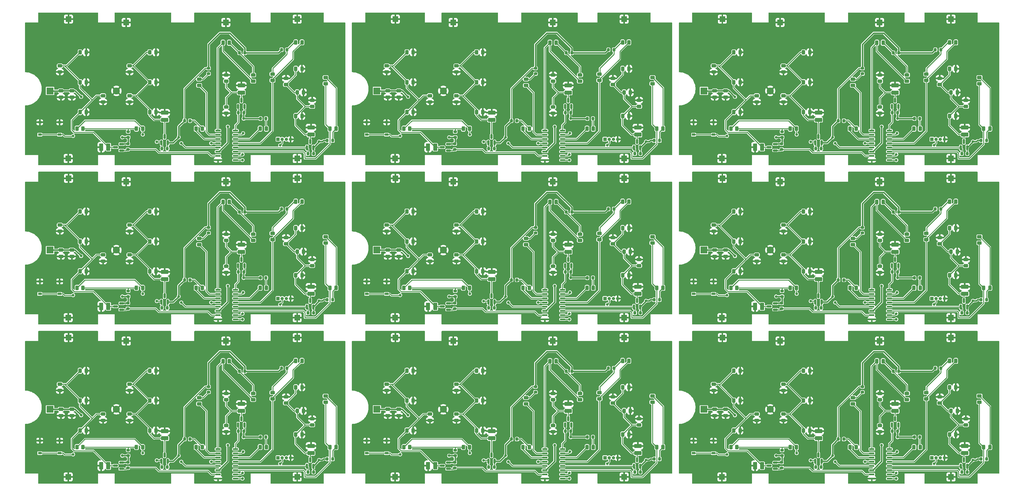
<source format=gtl>
%TF.GenerationSoftware,KiCad,Pcbnew,7.0.1-3b83917a11~171~ubuntu20.04.1*%
%TF.CreationDate,2023-10-27T13:40:08+02:00*%
%TF.ProjectId,panel_bottom,70616e65-6c5f-4626-9f74-746f6d2e6b69,rev?*%
%TF.SameCoordinates,PX1ab3f0PY1312d00*%
%TF.FileFunction,Copper,L1,Top*%
%TF.FilePolarity,Positive*%
%FSLAX46Y46*%
G04 Gerber Fmt 4.6, Leading zero omitted, Abs format (unit mm)*
G04 Created by KiCad (PCBNEW 7.0.1-3b83917a11~171~ubuntu20.04.1) date 2023-10-27 13:40:08*
%MOMM*%
%LPD*%
G01*
G04 APERTURE LIST*
G04 Aperture macros list*
%AMRoundRect*
0 Rectangle with rounded corners*
0 $1 Rounding radius*
0 $2 $3 $4 $5 $6 $7 $8 $9 X,Y pos of 4 corners*
0 Add a 4 corners polygon primitive as box body*
4,1,4,$2,$3,$4,$5,$6,$7,$8,$9,$2,$3,0*
0 Add four circle primitives for the rounded corners*
1,1,$1+$1,$2,$3*
1,1,$1+$1,$4,$5*
1,1,$1+$1,$6,$7*
1,1,$1+$1,$8,$9*
0 Add four rect primitives between the rounded corners*
20,1,$1+$1,$2,$3,$4,$5,0*
20,1,$1+$1,$4,$5,$6,$7,0*
20,1,$1+$1,$6,$7,$8,$9,0*
20,1,$1+$1,$8,$9,$2,$3,0*%
G04 Aperture macros list end*
%TA.AperFunction,SMDPad,CuDef*%
%ADD10RoundRect,0.243750X0.456250X-0.243750X0.456250X0.243750X-0.456250X0.243750X-0.456250X-0.243750X0*%
%TD*%
%TA.AperFunction,SMDPad,CuDef*%
%ADD11RoundRect,0.250000X0.850000X-0.375000X0.850000X0.375000X-0.850000X0.375000X-0.850000X-0.375000X0*%
%TD*%
%TA.AperFunction,SMDPad,CuDef*%
%ADD12RoundRect,0.243750X-0.243750X-0.456250X0.243750X-0.456250X0.243750X0.456250X-0.243750X0.456250X0*%
%TD*%
%TA.AperFunction,SMDPad,CuDef*%
%ADD13RoundRect,0.150000X0.150000X-0.587500X0.150000X0.587500X-0.150000X0.587500X-0.150000X-0.587500X0*%
%TD*%
%TA.AperFunction,ComponentPad*%
%ADD14R,1.700000X1.700000*%
%TD*%
%TA.AperFunction,SMDPad,CuDef*%
%ADD15RoundRect,0.243750X0.243750X0.456250X-0.243750X0.456250X-0.243750X-0.456250X0.243750X-0.456250X0*%
%TD*%
%TA.AperFunction,SMDPad,CuDef*%
%ADD16RoundRect,0.243750X-0.456250X0.243750X-0.456250X-0.243750X0.456250X-0.243750X0.456250X0.243750X0*%
%TD*%
%TA.AperFunction,SMDPad,CuDef*%
%ADD17RoundRect,0.200000X0.275000X-0.200000X0.275000X0.200000X-0.275000X0.200000X-0.275000X-0.200000X0*%
%TD*%
%TA.AperFunction,ComponentPad*%
%ADD18R,2.100000X2.100000*%
%TD*%
%TA.AperFunction,ComponentPad*%
%ADD19C,2.100000*%
%TD*%
%TA.AperFunction,SMDPad,CuDef*%
%ADD20RoundRect,0.200000X0.200000X0.275000X-0.200000X0.275000X-0.200000X-0.275000X0.200000X-0.275000X0*%
%TD*%
%TA.AperFunction,SMDPad,CuDef*%
%ADD21RoundRect,0.250000X-0.475000X0.250000X-0.475000X-0.250000X0.475000X-0.250000X0.475000X0.250000X0*%
%TD*%
%TA.AperFunction,SMDPad,CuDef*%
%ADD22R,1.000000X0.750000*%
%TD*%
%TA.AperFunction,SMDPad,CuDef*%
%ADD23RoundRect,0.200000X-0.275000X0.200000X-0.275000X-0.200000X0.275000X-0.200000X0.275000X0.200000X0*%
%TD*%
%TA.AperFunction,SMDPad,CuDef*%
%ADD24RoundRect,0.250000X0.375000X0.850000X-0.375000X0.850000X-0.375000X-0.850000X0.375000X-0.850000X0*%
%TD*%
%TA.AperFunction,SMDPad,CuDef*%
%ADD25RoundRect,0.137500X-0.662500X-0.137500X0.662500X-0.137500X0.662500X0.137500X-0.662500X0.137500X0*%
%TD*%
%TA.AperFunction,SMDPad,CuDef*%
%ADD26RoundRect,0.150000X0.587500X0.150000X-0.587500X0.150000X-0.587500X-0.150000X0.587500X-0.150000X0*%
%TD*%
%TA.AperFunction,SMDPad,CuDef*%
%ADD27RoundRect,0.200000X-0.200000X-0.275000X0.200000X-0.275000X0.200000X0.275000X-0.200000X0.275000X0*%
%TD*%
%TA.AperFunction,ComponentPad*%
%ADD28R,1.000000X1.000000*%
%TD*%
%TA.AperFunction,ComponentPad*%
%ADD29O,1.000000X1.000000*%
%TD*%
%TA.AperFunction,ViaPad*%
%ADD30C,0.800000*%
%TD*%
%TA.AperFunction,Conductor*%
%ADD31C,0.250000*%
%TD*%
%TA.AperFunction,Conductor*%
%ADD32C,0.254000*%
%TD*%
%TA.AperFunction,Conductor*%
%ADD33C,0.381000*%
%TD*%
G04 APERTURE END LIST*
D10*
%TO.P,D21,1,K*%
%TO.N,Board_0-Net-(D12-K)*%
X60592000Y-20695500D03*
%TO.P,D21,2,A*%
%TO.N,Board_0-GND*%
X60592000Y-18820500D03*
%TD*%
%TO.P,D21,1,K*%
%TO.N,Board_1-Net-(D12-K)*%
X159092000Y-20695500D03*
%TO.P,D21,2,A*%
%TO.N,Board_1-GND*%
X159092000Y-18820500D03*
%TD*%
%TO.P,D21,1,K*%
%TO.N,Board_2-Net-(D12-K)*%
X257592000Y-20695500D03*
%TO.P,D21,2,A*%
%TO.N,Board_2-GND*%
X257592000Y-18820500D03*
%TD*%
%TO.P,D21,1,K*%
%TO.N,Board_3-Net-(D12-K)*%
X60592000Y-68695500D03*
%TO.P,D21,2,A*%
%TO.N,Board_3-GND*%
X60592000Y-66820500D03*
%TD*%
%TO.P,D21,1,K*%
%TO.N,Board_4-Net-(D12-K)*%
X159092000Y-68695500D03*
%TO.P,D21,2,A*%
%TO.N,Board_4-GND*%
X159092000Y-66820500D03*
%TD*%
%TO.P,D21,1,K*%
%TO.N,Board_5-Net-(D12-K)*%
X257592000Y-68695500D03*
%TO.P,D21,2,A*%
%TO.N,Board_5-GND*%
X257592000Y-66820500D03*
%TD*%
%TO.P,D21,1,K*%
%TO.N,Board_6-Net-(D12-K)*%
X60592000Y-116695500D03*
%TO.P,D21,2,A*%
%TO.N,Board_6-GND*%
X60592000Y-114820500D03*
%TD*%
%TO.P,D21,1,K*%
%TO.N,Board_7-Net-(D12-K)*%
X159092000Y-116695500D03*
%TO.P,D21,2,A*%
%TO.N,Board_7-GND*%
X159092000Y-114820500D03*
%TD*%
%TO.P,D21,1,K*%
%TO.N,Board_8-Net-(D12-K)*%
X257592000Y-116695500D03*
%TO.P,D21,2,A*%
%TO.N,Board_8-GND*%
X257592000Y-114820500D03*
%TD*%
D11*
%TO.P,L2,1,1*%
%TO.N,Board_5-Net-(D25-K)*%
X283154000Y-84811000D03*
%TO.P,L2,2,2*%
%TO.N,Board_5-GND*%
X283154000Y-82661000D03*
%TD*%
%TO.P,L2,1,1*%
%TO.N,Board_6-Net-(D25-K)*%
X86154000Y-132811000D03*
%TO.P,L2,2,2*%
%TO.N,Board_6-GND*%
X86154000Y-130661000D03*
%TD*%
%TO.P,L2,1,1*%
%TO.N,Board_7-Net-(D25-K)*%
X184654000Y-132811000D03*
%TO.P,L2,2,2*%
%TO.N,Board_7-GND*%
X184654000Y-130661000D03*
%TD*%
%TO.P,L2,1,1*%
%TO.N,Board_8-Net-(D25-K)*%
X283154000Y-132811000D03*
%TO.P,L2,2,2*%
%TO.N,Board_8-GND*%
X283154000Y-130661000D03*
%TD*%
%TO.P,L2,1,1*%
%TO.N,Board_0-Net-(D25-K)*%
X86154000Y-36811000D03*
%TO.P,L2,2,2*%
%TO.N,Board_0-GND*%
X86154000Y-34661000D03*
%TD*%
%TO.P,L2,1,1*%
%TO.N,Board_1-Net-(D25-K)*%
X184654000Y-36811000D03*
%TO.P,L2,2,2*%
%TO.N,Board_1-GND*%
X184654000Y-34661000D03*
%TD*%
%TO.P,L2,1,1*%
%TO.N,Board_2-Net-(D25-K)*%
X283154000Y-36811000D03*
%TO.P,L2,2,2*%
%TO.N,Board_2-GND*%
X283154000Y-34661000D03*
%TD*%
%TO.P,L2,1,1*%
%TO.N,Board_3-Net-(D25-K)*%
X86154000Y-84811000D03*
%TO.P,L2,2,2*%
%TO.N,Board_3-GND*%
X86154000Y-82661000D03*
%TD*%
%TO.P,L2,1,1*%
%TO.N,Board_4-Net-(D25-K)*%
X184654000Y-84811000D03*
%TO.P,L2,2,2*%
%TO.N,Board_4-GND*%
X184654000Y-82661000D03*
%TD*%
D12*
%TO.P,D22,1,K*%
%TO.N,Board_0-/LED_EN_M7*%
X91834000Y-34998000D03*
%TO.P,D22,2,A*%
%TO.N,Board_0-Net-(D20-A)*%
X93709000Y-34998000D03*
%TD*%
%TO.P,D22,1,K*%
%TO.N,Board_1-/LED_EN_M7*%
X190334000Y-34998000D03*
%TO.P,D22,2,A*%
%TO.N,Board_1-Net-(D20-A)*%
X192209000Y-34998000D03*
%TD*%
%TO.P,D22,1,K*%
%TO.N,Board_2-/LED_EN_M7*%
X288834000Y-34998000D03*
%TO.P,D22,2,A*%
%TO.N,Board_2-Net-(D20-A)*%
X290709000Y-34998000D03*
%TD*%
%TO.P,D22,1,K*%
%TO.N,Board_3-/LED_EN_M7*%
X91834000Y-82998000D03*
%TO.P,D22,2,A*%
%TO.N,Board_3-Net-(D20-A)*%
X93709000Y-82998000D03*
%TD*%
%TO.P,D22,1,K*%
%TO.N,Board_4-/LED_EN_M7*%
X190334000Y-82998000D03*
%TO.P,D22,2,A*%
%TO.N,Board_4-Net-(D20-A)*%
X192209000Y-82998000D03*
%TD*%
%TO.P,D22,1,K*%
%TO.N,Board_5-/LED_EN_M7*%
X288834000Y-82998000D03*
%TO.P,D22,2,A*%
%TO.N,Board_5-Net-(D20-A)*%
X290709000Y-82998000D03*
%TD*%
%TO.P,D22,1,K*%
%TO.N,Board_6-/LED_EN_M7*%
X91834000Y-130998000D03*
%TO.P,D22,2,A*%
%TO.N,Board_6-Net-(D20-A)*%
X93709000Y-130998000D03*
%TD*%
%TO.P,D22,1,K*%
%TO.N,Board_7-/LED_EN_M7*%
X190334000Y-130998000D03*
%TO.P,D22,2,A*%
%TO.N,Board_7-Net-(D20-A)*%
X192209000Y-130998000D03*
%TD*%
%TO.P,D22,1,K*%
%TO.N,Board_8-/LED_EN_M7*%
X288834000Y-130998000D03*
%TO.P,D22,2,A*%
%TO.N,Board_8-Net-(D20-A)*%
X290709000Y-130998000D03*
%TD*%
D11*
%TO.P,L5,1,1*%
%TO.N,Board_0-Net-(D10-K)*%
X42100000Y-32350000D03*
%TO.P,L5,2,2*%
%TO.N,Board_0-GND*%
X42100000Y-30200000D03*
%TD*%
%TO.P,L5,1,1*%
%TO.N,Board_1-Net-(D10-K)*%
X140600000Y-32350000D03*
%TO.P,L5,2,2*%
%TO.N,Board_1-GND*%
X140600000Y-30200000D03*
%TD*%
%TO.P,L5,1,1*%
%TO.N,Board_2-Net-(D10-K)*%
X239100000Y-32350000D03*
%TO.P,L5,2,2*%
%TO.N,Board_2-GND*%
X239100000Y-30200000D03*
%TD*%
%TO.P,L5,1,1*%
%TO.N,Board_3-Net-(D10-K)*%
X42100000Y-80350000D03*
%TO.P,L5,2,2*%
%TO.N,Board_3-GND*%
X42100000Y-78200000D03*
%TD*%
%TO.P,L5,1,1*%
%TO.N,Board_4-Net-(D10-K)*%
X140600000Y-80350000D03*
%TO.P,L5,2,2*%
%TO.N,Board_4-GND*%
X140600000Y-78200000D03*
%TD*%
%TO.P,L5,1,1*%
%TO.N,Board_5-Net-(D10-K)*%
X239100000Y-80350000D03*
%TO.P,L5,2,2*%
%TO.N,Board_5-GND*%
X239100000Y-78200000D03*
%TD*%
%TO.P,L5,1,1*%
%TO.N,Board_6-Net-(D10-K)*%
X42100000Y-128350000D03*
%TO.P,L5,2,2*%
%TO.N,Board_6-GND*%
X42100000Y-126200000D03*
%TD*%
%TO.P,L5,1,1*%
%TO.N,Board_7-Net-(D10-K)*%
X140600000Y-128350000D03*
%TO.P,L5,2,2*%
%TO.N,Board_7-GND*%
X140600000Y-126200000D03*
%TD*%
%TO.P,L5,1,1*%
%TO.N,Board_8-Net-(D10-K)*%
X239100000Y-128350000D03*
%TO.P,L5,2,2*%
%TO.N,Board_8-GND*%
X239100000Y-126200000D03*
%TD*%
D13*
%TO.P,Q2,1,G*%
%TO.N,Board_0-/LED_EN_E*%
X41100000Y-39275000D03*
%TO.P,Q2,2,S*%
%TO.N,Board_0-VCC*%
X43000000Y-39275000D03*
%TO.P,Q2,3,D*%
%TO.N,Board_0-Net-(D10-K)*%
X42050000Y-37400000D03*
%TD*%
%TO.P,Q2,1,G*%
%TO.N,Board_1-/LED_EN_E*%
X139600000Y-39275000D03*
%TO.P,Q2,2,S*%
%TO.N,Board_1-VCC*%
X141500000Y-39275000D03*
%TO.P,Q2,3,D*%
%TO.N,Board_1-Net-(D10-K)*%
X140550000Y-37400000D03*
%TD*%
%TO.P,Q2,1,G*%
%TO.N,Board_2-/LED_EN_E*%
X238100000Y-39275000D03*
%TO.P,Q2,2,S*%
%TO.N,Board_2-VCC*%
X240000000Y-39275000D03*
%TO.P,Q2,3,D*%
%TO.N,Board_2-Net-(D10-K)*%
X239050000Y-37400000D03*
%TD*%
%TO.P,Q2,1,G*%
%TO.N,Board_3-/LED_EN_E*%
X41100000Y-87275000D03*
%TO.P,Q2,2,S*%
%TO.N,Board_3-VCC*%
X43000000Y-87275000D03*
%TO.P,Q2,3,D*%
%TO.N,Board_3-Net-(D10-K)*%
X42050000Y-85400000D03*
%TD*%
%TO.P,Q2,1,G*%
%TO.N,Board_4-/LED_EN_E*%
X139600000Y-87275000D03*
%TO.P,Q2,2,S*%
%TO.N,Board_4-VCC*%
X141500000Y-87275000D03*
%TO.P,Q2,3,D*%
%TO.N,Board_4-Net-(D10-K)*%
X140550000Y-85400000D03*
%TD*%
%TO.P,Q2,1,G*%
%TO.N,Board_5-/LED_EN_E*%
X238100000Y-87275000D03*
%TO.P,Q2,2,S*%
%TO.N,Board_5-VCC*%
X240000000Y-87275000D03*
%TO.P,Q2,3,D*%
%TO.N,Board_5-Net-(D10-K)*%
X239050000Y-85400000D03*
%TD*%
%TO.P,Q2,1,G*%
%TO.N,Board_6-/LED_EN_E*%
X41100000Y-135275000D03*
%TO.P,Q2,2,S*%
%TO.N,Board_6-VCC*%
X43000000Y-135275000D03*
%TO.P,Q2,3,D*%
%TO.N,Board_6-Net-(D10-K)*%
X42050000Y-133400000D03*
%TD*%
%TO.P,Q2,1,G*%
%TO.N,Board_7-/LED_EN_E*%
X139600000Y-135275000D03*
%TO.P,Q2,2,S*%
%TO.N,Board_7-VCC*%
X141500000Y-135275000D03*
%TO.P,Q2,3,D*%
%TO.N,Board_7-Net-(D10-K)*%
X140550000Y-133400000D03*
%TD*%
%TO.P,Q2,1,G*%
%TO.N,Board_8-/LED_EN_E*%
X238100000Y-135275000D03*
%TO.P,Q2,2,S*%
%TO.N,Board_8-VCC*%
X240000000Y-135275000D03*
%TO.P,Q2,3,D*%
%TO.N,Board_8-Net-(D10-K)*%
X239050000Y-133400000D03*
%TD*%
D14*
%TO.P,J3,1,Pin_1*%
%TO.N,Board_0-GND*%
X13100000Y-2000000D03*
%TD*%
%TO.P,J3,1,Pin_1*%
%TO.N,Board_1-GND*%
X111600000Y-2000000D03*
%TD*%
%TO.P,J3,1,Pin_1*%
%TO.N,Board_2-GND*%
X210100000Y-2000000D03*
%TD*%
%TO.P,J3,1,Pin_1*%
%TO.N,Board_3-GND*%
X13100000Y-50000000D03*
%TD*%
%TO.P,J3,1,Pin_1*%
%TO.N,Board_4-GND*%
X111600000Y-50000000D03*
%TD*%
%TO.P,J3,1,Pin_1*%
%TO.N,Board_5-GND*%
X210100000Y-50000000D03*
%TD*%
%TO.P,J3,1,Pin_1*%
%TO.N,Board_6-GND*%
X13100000Y-98000000D03*
%TD*%
%TO.P,J3,1,Pin_1*%
%TO.N,Board_7-GND*%
X111600000Y-98000000D03*
%TD*%
%TO.P,J3,1,Pin_1*%
%TO.N,Board_8-GND*%
X210100000Y-98000000D03*
%TD*%
D12*
%TO.P,D5,1,K*%
%TO.N,Board_0-Net-(D1-K)*%
X16562500Y-30000000D03*
%TO.P,D5,2,A*%
%TO.N,Board_0-GND*%
X18437500Y-30000000D03*
%TD*%
%TO.P,D5,1,K*%
%TO.N,Board_1-Net-(D1-K)*%
X115062500Y-30000000D03*
%TO.P,D5,2,A*%
%TO.N,Board_1-GND*%
X116937500Y-30000000D03*
%TD*%
%TO.P,D5,1,K*%
%TO.N,Board_2-Net-(D1-K)*%
X213562500Y-30000000D03*
%TO.P,D5,2,A*%
%TO.N,Board_2-GND*%
X215437500Y-30000000D03*
%TD*%
%TO.P,D5,1,K*%
%TO.N,Board_3-Net-(D1-K)*%
X16562500Y-78000000D03*
%TO.P,D5,2,A*%
%TO.N,Board_3-GND*%
X18437500Y-78000000D03*
%TD*%
%TO.P,D5,1,K*%
%TO.N,Board_4-Net-(D1-K)*%
X115062500Y-78000000D03*
%TO.P,D5,2,A*%
%TO.N,Board_4-GND*%
X116937500Y-78000000D03*
%TD*%
%TO.P,D5,1,K*%
%TO.N,Board_5-Net-(D1-K)*%
X213562500Y-78000000D03*
%TO.P,D5,2,A*%
%TO.N,Board_5-GND*%
X215437500Y-78000000D03*
%TD*%
%TO.P,D5,1,K*%
%TO.N,Board_6-Net-(D1-K)*%
X16562500Y-126000000D03*
%TO.P,D5,2,A*%
%TO.N,Board_6-GND*%
X18437500Y-126000000D03*
%TD*%
%TO.P,D5,1,K*%
%TO.N,Board_7-Net-(D1-K)*%
X115062500Y-126000000D03*
%TO.P,D5,2,A*%
%TO.N,Board_7-GND*%
X116937500Y-126000000D03*
%TD*%
%TO.P,D5,1,K*%
%TO.N,Board_8-Net-(D1-K)*%
X213562500Y-126000000D03*
%TO.P,D5,2,A*%
%TO.N,Board_8-GND*%
X215437500Y-126000000D03*
%TD*%
D14*
%TO.P,J2,1,Pin_1*%
%TO.N,Board_0-GND*%
X30500000Y-3000000D03*
%TD*%
%TO.P,J2,1,Pin_1*%
%TO.N,Board_1-GND*%
X129000000Y-3000000D03*
%TD*%
%TO.P,J2,1,Pin_1*%
%TO.N,Board_2-GND*%
X227500000Y-3000000D03*
%TD*%
%TO.P,J2,1,Pin_1*%
%TO.N,Board_3-GND*%
X30500000Y-51000000D03*
%TD*%
%TO.P,J2,1,Pin_1*%
%TO.N,Board_4-GND*%
X129000000Y-51000000D03*
%TD*%
%TO.P,J2,1,Pin_1*%
%TO.N,Board_5-GND*%
X227500000Y-51000000D03*
%TD*%
%TO.P,J2,1,Pin_1*%
%TO.N,Board_6-GND*%
X30500000Y-99000000D03*
%TD*%
%TO.P,J2,1,Pin_1*%
%TO.N,Board_7-GND*%
X129000000Y-99000000D03*
%TD*%
%TO.P,J2,1,Pin_1*%
%TO.N,Board_8-GND*%
X227500000Y-99000000D03*
%TD*%
D15*
%TO.P,D13,1,K*%
%TO.N,Board_0-/LED_EN_M1*%
X35437500Y-35000000D03*
%TO.P,D13,2,A*%
%TO.N,Board_0-Net-(D11-A)*%
X33562500Y-35000000D03*
%TD*%
%TO.P,D13,1,K*%
%TO.N,Board_1-/LED_EN_M1*%
X133937500Y-35000000D03*
%TO.P,D13,2,A*%
%TO.N,Board_1-Net-(D11-A)*%
X132062500Y-35000000D03*
%TD*%
%TO.P,D13,1,K*%
%TO.N,Board_2-/LED_EN_M1*%
X232437500Y-35000000D03*
%TO.P,D13,2,A*%
%TO.N,Board_2-Net-(D11-A)*%
X230562500Y-35000000D03*
%TD*%
%TO.P,D13,1,K*%
%TO.N,Board_3-/LED_EN_M1*%
X35437500Y-83000000D03*
%TO.P,D13,2,A*%
%TO.N,Board_3-Net-(D11-A)*%
X33562500Y-83000000D03*
%TD*%
%TO.P,D13,1,K*%
%TO.N,Board_4-/LED_EN_M1*%
X133937500Y-83000000D03*
%TO.P,D13,2,A*%
%TO.N,Board_4-Net-(D11-A)*%
X132062500Y-83000000D03*
%TD*%
%TO.P,D13,1,K*%
%TO.N,Board_5-/LED_EN_M1*%
X232437500Y-83000000D03*
%TO.P,D13,2,A*%
%TO.N,Board_5-Net-(D11-A)*%
X230562500Y-83000000D03*
%TD*%
%TO.P,D13,1,K*%
%TO.N,Board_6-/LED_EN_M1*%
X35437500Y-131000000D03*
%TO.P,D13,2,A*%
%TO.N,Board_6-Net-(D11-A)*%
X33562500Y-131000000D03*
%TD*%
%TO.P,D13,1,K*%
%TO.N,Board_7-/LED_EN_M1*%
X133937500Y-131000000D03*
%TO.P,D13,2,A*%
%TO.N,Board_7-Net-(D11-A)*%
X132062500Y-131000000D03*
%TD*%
%TO.P,D13,1,K*%
%TO.N,Board_8-/LED_EN_M1*%
X232437500Y-131000000D03*
%TO.P,D13,2,A*%
%TO.N,Board_8-Net-(D11-A)*%
X230562500Y-131000000D03*
%TD*%
D10*
%TO.P,D26,1,K*%
%TO.N,Board_0-Net-(D25-K)*%
X78626000Y-21711500D03*
%TO.P,D26,2,A*%
%TO.N,Board_0-GND*%
X78626000Y-19836500D03*
%TD*%
%TO.P,D26,1,K*%
%TO.N,Board_1-Net-(D25-K)*%
X177126000Y-21711500D03*
%TO.P,D26,2,A*%
%TO.N,Board_1-GND*%
X177126000Y-19836500D03*
%TD*%
%TO.P,D26,1,K*%
%TO.N,Board_2-Net-(D25-K)*%
X275626000Y-21711500D03*
%TO.P,D26,2,A*%
%TO.N,Board_2-GND*%
X275626000Y-19836500D03*
%TD*%
%TO.P,D26,1,K*%
%TO.N,Board_3-Net-(D25-K)*%
X78626000Y-69711500D03*
%TO.P,D26,2,A*%
%TO.N,Board_3-GND*%
X78626000Y-67836500D03*
%TD*%
%TO.P,D26,1,K*%
%TO.N,Board_4-Net-(D25-K)*%
X177126000Y-69711500D03*
%TO.P,D26,2,A*%
%TO.N,Board_4-GND*%
X177126000Y-67836500D03*
%TD*%
%TO.P,D26,1,K*%
%TO.N,Board_5-Net-(D25-K)*%
X275626000Y-69711500D03*
%TO.P,D26,2,A*%
%TO.N,Board_5-GND*%
X275626000Y-67836500D03*
%TD*%
%TO.P,D26,1,K*%
%TO.N,Board_6-Net-(D25-K)*%
X78626000Y-117711500D03*
%TO.P,D26,2,A*%
%TO.N,Board_6-GND*%
X78626000Y-115836500D03*
%TD*%
%TO.P,D26,1,K*%
%TO.N,Board_7-Net-(D25-K)*%
X177126000Y-117711500D03*
%TO.P,D26,2,A*%
%TO.N,Board_7-GND*%
X177126000Y-115836500D03*
%TD*%
%TO.P,D26,1,K*%
%TO.N,Board_8-Net-(D25-K)*%
X275626000Y-117711500D03*
%TO.P,D26,2,A*%
%TO.N,Board_8-GND*%
X275626000Y-115836500D03*
%TD*%
D12*
%TO.P,D1,1,K*%
%TO.N,Board_0-Net-(D1-K)*%
X16562500Y-12000000D03*
%TO.P,D1,2,A*%
%TO.N,Board_0-GND*%
X18437500Y-12000000D03*
%TD*%
%TO.P,D1,1,K*%
%TO.N,Board_1-Net-(D1-K)*%
X115062500Y-12000000D03*
%TO.P,D1,2,A*%
%TO.N,Board_1-GND*%
X116937500Y-12000000D03*
%TD*%
%TO.P,D1,1,K*%
%TO.N,Board_2-Net-(D1-K)*%
X213562500Y-12000000D03*
%TO.P,D1,2,A*%
%TO.N,Board_2-GND*%
X215437500Y-12000000D03*
%TD*%
%TO.P,D1,1,K*%
%TO.N,Board_3-Net-(D1-K)*%
X16562500Y-60000000D03*
%TO.P,D1,2,A*%
%TO.N,Board_3-GND*%
X18437500Y-60000000D03*
%TD*%
%TO.P,D1,1,K*%
%TO.N,Board_4-Net-(D1-K)*%
X115062500Y-60000000D03*
%TO.P,D1,2,A*%
%TO.N,Board_4-GND*%
X116937500Y-60000000D03*
%TD*%
%TO.P,D1,1,K*%
%TO.N,Board_5-Net-(D1-K)*%
X213562500Y-60000000D03*
%TO.P,D1,2,A*%
%TO.N,Board_5-GND*%
X215437500Y-60000000D03*
%TD*%
%TO.P,D1,1,K*%
%TO.N,Board_6-Net-(D1-K)*%
X16562500Y-108000000D03*
%TO.P,D1,2,A*%
%TO.N,Board_6-GND*%
X18437500Y-108000000D03*
%TD*%
%TO.P,D1,1,K*%
%TO.N,Board_7-Net-(D1-K)*%
X115062500Y-108000000D03*
%TO.P,D1,2,A*%
%TO.N,Board_7-GND*%
X116937500Y-108000000D03*
%TD*%
%TO.P,D1,1,K*%
%TO.N,Board_8-Net-(D1-K)*%
X213562500Y-108000000D03*
%TO.P,D1,2,A*%
%TO.N,Board_8-GND*%
X215437500Y-108000000D03*
%TD*%
D16*
%TO.P,D2,1,K*%
%TO.N,Board_0-Net-(D1-K)*%
X10500000Y-16062500D03*
%TO.P,D2,2,A*%
%TO.N,Board_0-GND*%
X10500000Y-17937500D03*
%TD*%
%TO.P,D2,1,K*%
%TO.N,Board_1-Net-(D1-K)*%
X109000000Y-16062500D03*
%TO.P,D2,2,A*%
%TO.N,Board_1-GND*%
X109000000Y-17937500D03*
%TD*%
%TO.P,D2,1,K*%
%TO.N,Board_2-Net-(D1-K)*%
X207500000Y-16062500D03*
%TO.P,D2,2,A*%
%TO.N,Board_2-GND*%
X207500000Y-17937500D03*
%TD*%
%TO.P,D2,1,K*%
%TO.N,Board_3-Net-(D1-K)*%
X10500000Y-64062500D03*
%TO.P,D2,2,A*%
%TO.N,Board_3-GND*%
X10500000Y-65937500D03*
%TD*%
%TO.P,D2,1,K*%
%TO.N,Board_4-Net-(D1-K)*%
X109000000Y-64062500D03*
%TO.P,D2,2,A*%
%TO.N,Board_4-GND*%
X109000000Y-65937500D03*
%TD*%
%TO.P,D2,1,K*%
%TO.N,Board_5-Net-(D1-K)*%
X207500000Y-64062500D03*
%TO.P,D2,2,A*%
%TO.N,Board_5-GND*%
X207500000Y-65937500D03*
%TD*%
%TO.P,D2,1,K*%
%TO.N,Board_6-Net-(D1-K)*%
X10500000Y-112062500D03*
%TO.P,D2,2,A*%
%TO.N,Board_6-GND*%
X10500000Y-113937500D03*
%TD*%
%TO.P,D2,1,K*%
%TO.N,Board_7-Net-(D1-K)*%
X109000000Y-112062500D03*
%TO.P,D2,2,A*%
%TO.N,Board_7-GND*%
X109000000Y-113937500D03*
%TD*%
%TO.P,D2,1,K*%
%TO.N,Board_8-Net-(D1-K)*%
X207500000Y-112062500D03*
%TO.P,D2,2,A*%
%TO.N,Board_8-GND*%
X207500000Y-113937500D03*
%TD*%
D17*
%TO.P,R8,1*%
%TO.N,Board_0-Net-(D23-A)*%
X55300000Y-18450000D03*
%TO.P,R8,2*%
%TO.N,Board_0-VCC*%
X55300000Y-16800000D03*
%TD*%
%TO.P,R8,1*%
%TO.N,Board_1-Net-(D23-A)*%
X153800000Y-18450000D03*
%TO.P,R8,2*%
%TO.N,Board_1-VCC*%
X153800000Y-16800000D03*
%TD*%
%TO.P,R8,1*%
%TO.N,Board_2-Net-(D23-A)*%
X252300000Y-18450000D03*
%TO.P,R8,2*%
%TO.N,Board_2-VCC*%
X252300000Y-16800000D03*
%TD*%
%TO.P,R8,1*%
%TO.N,Board_3-Net-(D23-A)*%
X55300000Y-66450000D03*
%TO.P,R8,2*%
%TO.N,Board_3-VCC*%
X55300000Y-64800000D03*
%TD*%
%TO.P,R8,1*%
%TO.N,Board_4-Net-(D23-A)*%
X153800000Y-66450000D03*
%TO.P,R8,2*%
%TO.N,Board_4-VCC*%
X153800000Y-64800000D03*
%TD*%
%TO.P,R8,1*%
%TO.N,Board_5-Net-(D23-A)*%
X252300000Y-66450000D03*
%TO.P,R8,2*%
%TO.N,Board_5-VCC*%
X252300000Y-64800000D03*
%TD*%
%TO.P,R8,1*%
%TO.N,Board_6-Net-(D23-A)*%
X55300000Y-114450000D03*
%TO.P,R8,2*%
%TO.N,Board_6-VCC*%
X55300000Y-112800000D03*
%TD*%
%TO.P,R8,1*%
%TO.N,Board_7-Net-(D23-A)*%
X153800000Y-114450000D03*
%TO.P,R8,2*%
%TO.N,Board_7-VCC*%
X153800000Y-112800000D03*
%TD*%
%TO.P,R8,1*%
%TO.N,Board_8-Net-(D23-A)*%
X252300000Y-114450000D03*
%TO.P,R8,2*%
%TO.N,Board_8-VCC*%
X252300000Y-112800000D03*
%TD*%
D12*
%TO.P,D10,1,K*%
%TO.N,Board_0-Net-(D10-K)*%
X37562500Y-30000000D03*
%TO.P,D10,2,A*%
%TO.N,Board_0-GND*%
X39437500Y-30000000D03*
%TD*%
%TO.P,D10,1,K*%
%TO.N,Board_1-Net-(D10-K)*%
X136062500Y-30000000D03*
%TO.P,D10,2,A*%
%TO.N,Board_1-GND*%
X137937500Y-30000000D03*
%TD*%
%TO.P,D10,1,K*%
%TO.N,Board_2-Net-(D10-K)*%
X234562500Y-30000000D03*
%TO.P,D10,2,A*%
%TO.N,Board_2-GND*%
X236437500Y-30000000D03*
%TD*%
%TO.P,D10,1,K*%
%TO.N,Board_3-Net-(D10-K)*%
X37562500Y-78000000D03*
%TO.P,D10,2,A*%
%TO.N,Board_3-GND*%
X39437500Y-78000000D03*
%TD*%
%TO.P,D10,1,K*%
%TO.N,Board_4-Net-(D10-K)*%
X136062500Y-78000000D03*
%TO.P,D10,2,A*%
%TO.N,Board_4-GND*%
X137937500Y-78000000D03*
%TD*%
%TO.P,D10,1,K*%
%TO.N,Board_5-Net-(D10-K)*%
X234562500Y-78000000D03*
%TO.P,D10,2,A*%
%TO.N,Board_5-GND*%
X236437500Y-78000000D03*
%TD*%
%TO.P,D10,1,K*%
%TO.N,Board_6-Net-(D10-K)*%
X37562500Y-126000000D03*
%TO.P,D10,2,A*%
%TO.N,Board_6-GND*%
X39437500Y-126000000D03*
%TD*%
%TO.P,D10,1,K*%
%TO.N,Board_7-Net-(D10-K)*%
X136062500Y-126000000D03*
%TO.P,D10,2,A*%
%TO.N,Board_7-GND*%
X137937500Y-126000000D03*
%TD*%
%TO.P,D10,1,K*%
%TO.N,Board_8-Net-(D10-K)*%
X234562500Y-126000000D03*
%TO.P,D10,2,A*%
%TO.N,Board_8-GND*%
X236437500Y-126000000D03*
%TD*%
D14*
%TO.P,J8,1,Pin_1*%
%TO.N,Board_0-GND*%
X13000000Y-44000000D03*
%TD*%
%TO.P,J8,1,Pin_1*%
%TO.N,Board_1-GND*%
X111500000Y-44000000D03*
%TD*%
%TO.P,J8,1,Pin_1*%
%TO.N,Board_2-GND*%
X210000000Y-44000000D03*
%TD*%
%TO.P,J8,1,Pin_1*%
%TO.N,Board_3-GND*%
X13000000Y-92000000D03*
%TD*%
%TO.P,J8,1,Pin_1*%
%TO.N,Board_4-GND*%
X111500000Y-92000000D03*
%TD*%
%TO.P,J8,1,Pin_1*%
%TO.N,Board_5-GND*%
X210000000Y-92000000D03*
%TD*%
%TO.P,J8,1,Pin_1*%
%TO.N,Board_6-GND*%
X13000000Y-140000000D03*
%TD*%
%TO.P,J8,1,Pin_1*%
%TO.N,Board_7-GND*%
X111500000Y-140000000D03*
%TD*%
%TO.P,J8,1,Pin_1*%
%TO.N,Board_8-GND*%
X210000000Y-140000000D03*
%TD*%
D18*
%TO.P,BT1,1,+*%
%TO.N,Board_0-VCC*%
X7531400Y-23618800D03*
D19*
%TO.P,BT1,2,-*%
%TO.N,Board_0-GND*%
X27531400Y-23618800D03*
%TD*%
D18*
%TO.P,BT1,1,+*%
%TO.N,Board_1-VCC*%
X106031400Y-23618800D03*
D19*
%TO.P,BT1,2,-*%
%TO.N,Board_1-GND*%
X126031400Y-23618800D03*
%TD*%
D18*
%TO.P,BT1,1,+*%
%TO.N,Board_2-VCC*%
X204531400Y-23618800D03*
D19*
%TO.P,BT1,2,-*%
%TO.N,Board_2-GND*%
X224531400Y-23618800D03*
%TD*%
D18*
%TO.P,BT1,1,+*%
%TO.N,Board_3-VCC*%
X7531400Y-71618800D03*
D19*
%TO.P,BT1,2,-*%
%TO.N,Board_3-GND*%
X27531400Y-71618800D03*
%TD*%
D18*
%TO.P,BT1,1,+*%
%TO.N,Board_4-VCC*%
X106031400Y-71618800D03*
D19*
%TO.P,BT1,2,-*%
%TO.N,Board_4-GND*%
X126031400Y-71618800D03*
%TD*%
D18*
%TO.P,BT1,1,+*%
%TO.N,Board_5-VCC*%
X204531400Y-71618800D03*
D19*
%TO.P,BT1,2,-*%
%TO.N,Board_5-GND*%
X224531400Y-71618800D03*
%TD*%
D18*
%TO.P,BT1,1,+*%
%TO.N,Board_6-VCC*%
X7531400Y-119618800D03*
D19*
%TO.P,BT1,2,-*%
%TO.N,Board_6-GND*%
X27531400Y-119618800D03*
%TD*%
D18*
%TO.P,BT1,1,+*%
%TO.N,Board_7-VCC*%
X106031400Y-119618800D03*
D19*
%TO.P,BT1,2,-*%
%TO.N,Board_7-GND*%
X126031400Y-119618800D03*
%TD*%
D18*
%TO.P,BT1,1,+*%
%TO.N,Board_8-VCC*%
X204531400Y-119618800D03*
D19*
%TO.P,BT1,2,-*%
%TO.N,Board_8-GND*%
X224531400Y-119618800D03*
%TD*%
D20*
%TO.P,R12,1*%
%TO.N,Board_0-Net-(D20-A)*%
X92700000Y-38600000D03*
%TO.P,R12,2*%
%TO.N,Board_0-VCC*%
X91050000Y-38600000D03*
%TD*%
%TO.P,R12,1*%
%TO.N,Board_1-Net-(D20-A)*%
X191200000Y-38600000D03*
%TO.P,R12,2*%
%TO.N,Board_1-VCC*%
X189550000Y-38600000D03*
%TD*%
%TO.P,R12,1*%
%TO.N,Board_2-Net-(D20-A)*%
X289700000Y-38600000D03*
%TO.P,R12,2*%
%TO.N,Board_2-VCC*%
X288050000Y-38600000D03*
%TD*%
%TO.P,R12,1*%
%TO.N,Board_3-Net-(D20-A)*%
X92700000Y-86600000D03*
%TO.P,R12,2*%
%TO.N,Board_3-VCC*%
X91050000Y-86600000D03*
%TD*%
%TO.P,R12,1*%
%TO.N,Board_4-Net-(D20-A)*%
X191200000Y-86600000D03*
%TO.P,R12,2*%
%TO.N,Board_4-VCC*%
X189550000Y-86600000D03*
%TD*%
%TO.P,R12,1*%
%TO.N,Board_5-Net-(D20-A)*%
X289700000Y-86600000D03*
%TO.P,R12,2*%
%TO.N,Board_5-VCC*%
X288050000Y-86600000D03*
%TD*%
%TO.P,R12,1*%
%TO.N,Board_6-Net-(D20-A)*%
X92700000Y-134600000D03*
%TO.P,R12,2*%
%TO.N,Board_6-VCC*%
X91050000Y-134600000D03*
%TD*%
%TO.P,R12,1*%
%TO.N,Board_7-Net-(D20-A)*%
X191200000Y-134600000D03*
%TO.P,R12,2*%
%TO.N,Board_7-VCC*%
X189550000Y-134600000D03*
%TD*%
%TO.P,R12,1*%
%TO.N,Board_8-Net-(D20-A)*%
X289700000Y-134600000D03*
%TO.P,R12,2*%
%TO.N,Board_8-VCC*%
X288050000Y-134600000D03*
%TD*%
D12*
%TO.P,D15,1,K*%
%TO.N,Board_0-/LED_EN_M4*%
X59654500Y-9090000D03*
%TO.P,D15,2,A*%
%TO.N,Board_0-Net-(D15-A)*%
X61529500Y-9090000D03*
%TD*%
%TO.P,D15,1,K*%
%TO.N,Board_1-/LED_EN_M4*%
X158154500Y-9090000D03*
%TO.P,D15,2,A*%
%TO.N,Board_1-Net-(D15-A)*%
X160029500Y-9090000D03*
%TD*%
%TO.P,D15,1,K*%
%TO.N,Board_2-/LED_EN_M4*%
X256654500Y-9090000D03*
%TO.P,D15,2,A*%
%TO.N,Board_2-Net-(D15-A)*%
X258529500Y-9090000D03*
%TD*%
%TO.P,D15,1,K*%
%TO.N,Board_3-/LED_EN_M4*%
X59654500Y-57090000D03*
%TO.P,D15,2,A*%
%TO.N,Board_3-Net-(D15-A)*%
X61529500Y-57090000D03*
%TD*%
%TO.P,D15,1,K*%
%TO.N,Board_4-/LED_EN_M4*%
X158154500Y-57090000D03*
%TO.P,D15,2,A*%
%TO.N,Board_4-Net-(D15-A)*%
X160029500Y-57090000D03*
%TD*%
%TO.P,D15,1,K*%
%TO.N,Board_5-/LED_EN_M4*%
X256654500Y-57090000D03*
%TO.P,D15,2,A*%
%TO.N,Board_5-Net-(D15-A)*%
X258529500Y-57090000D03*
%TD*%
%TO.P,D15,1,K*%
%TO.N,Board_6-/LED_EN_M4*%
X59654500Y-105090000D03*
%TO.P,D15,2,A*%
%TO.N,Board_6-Net-(D15-A)*%
X61529500Y-105090000D03*
%TD*%
%TO.P,D15,1,K*%
%TO.N,Board_7-/LED_EN_M4*%
X158154500Y-105090000D03*
%TO.P,D15,2,A*%
%TO.N,Board_7-Net-(D15-A)*%
X160029500Y-105090000D03*
%TD*%
%TO.P,D15,1,K*%
%TO.N,Board_8-/LED_EN_M4*%
X256654500Y-105090000D03*
%TO.P,D15,2,A*%
%TO.N,Board_8-Net-(D15-A)*%
X258529500Y-105090000D03*
%TD*%
%TO.P,D14,1,K*%
%TO.N,Board_0-/LED_EN_M2*%
X51562500Y-35000000D03*
%TO.P,D14,2,A*%
%TO.N,Board_0-Net-(D14-A)*%
X53437500Y-35000000D03*
%TD*%
%TO.P,D14,1,K*%
%TO.N,Board_1-/LED_EN_M2*%
X150062500Y-35000000D03*
%TO.P,D14,2,A*%
%TO.N,Board_1-Net-(D14-A)*%
X151937500Y-35000000D03*
%TD*%
%TO.P,D14,1,K*%
%TO.N,Board_2-/LED_EN_M2*%
X248562500Y-35000000D03*
%TO.P,D14,2,A*%
%TO.N,Board_2-Net-(D14-A)*%
X250437500Y-35000000D03*
%TD*%
%TO.P,D14,1,K*%
%TO.N,Board_3-/LED_EN_M2*%
X51562500Y-83000000D03*
%TO.P,D14,2,A*%
%TO.N,Board_3-Net-(D14-A)*%
X53437500Y-83000000D03*
%TD*%
%TO.P,D14,1,K*%
%TO.N,Board_4-/LED_EN_M2*%
X150062500Y-83000000D03*
%TO.P,D14,2,A*%
%TO.N,Board_4-Net-(D14-A)*%
X151937500Y-83000000D03*
%TD*%
%TO.P,D14,1,K*%
%TO.N,Board_5-/LED_EN_M2*%
X248562500Y-83000000D03*
%TO.P,D14,2,A*%
%TO.N,Board_5-Net-(D14-A)*%
X250437500Y-83000000D03*
%TD*%
%TO.P,D14,1,K*%
%TO.N,Board_6-/LED_EN_M2*%
X51562500Y-131000000D03*
%TO.P,D14,2,A*%
%TO.N,Board_6-Net-(D14-A)*%
X53437500Y-131000000D03*
%TD*%
%TO.P,D14,1,K*%
%TO.N,Board_7-/LED_EN_M2*%
X150062500Y-131000000D03*
%TO.P,D14,2,A*%
%TO.N,Board_7-Net-(D14-A)*%
X151937500Y-131000000D03*
%TD*%
%TO.P,D14,1,K*%
%TO.N,Board_8-/LED_EN_M2*%
X248562500Y-131000000D03*
%TO.P,D14,2,A*%
%TO.N,Board_8-Net-(D14-A)*%
X250437500Y-131000000D03*
%TD*%
D21*
%TO.P,C3,1*%
%TO.N,Board_8-VCC*%
X207808000Y-119600000D03*
%TO.P,C3,2*%
%TO.N,Board_8-GND*%
X207808000Y-121500000D03*
%TD*%
%TO.P,C3,1*%
%TO.N,Board_0-VCC*%
X10808000Y-23600000D03*
%TO.P,C3,2*%
%TO.N,Board_0-GND*%
X10808000Y-25500000D03*
%TD*%
%TO.P,C3,1*%
%TO.N,Board_1-VCC*%
X109308000Y-23600000D03*
%TO.P,C3,2*%
%TO.N,Board_1-GND*%
X109308000Y-25500000D03*
%TD*%
%TO.P,C3,1*%
%TO.N,Board_2-VCC*%
X207808000Y-23600000D03*
%TO.P,C3,2*%
%TO.N,Board_2-GND*%
X207808000Y-25500000D03*
%TD*%
%TO.P,C3,1*%
%TO.N,Board_3-VCC*%
X10808000Y-71600000D03*
%TO.P,C3,2*%
%TO.N,Board_3-GND*%
X10808000Y-73500000D03*
%TD*%
%TO.P,C3,1*%
%TO.N,Board_4-VCC*%
X109308000Y-71600000D03*
%TO.P,C3,2*%
%TO.N,Board_4-GND*%
X109308000Y-73500000D03*
%TD*%
%TO.P,C3,1*%
%TO.N,Board_5-VCC*%
X207808000Y-71600000D03*
%TO.P,C3,2*%
%TO.N,Board_5-GND*%
X207808000Y-73500000D03*
%TD*%
%TO.P,C3,1*%
%TO.N,Board_6-VCC*%
X10808000Y-119600000D03*
%TO.P,C3,2*%
%TO.N,Board_6-GND*%
X10808000Y-121500000D03*
%TD*%
%TO.P,C3,1*%
%TO.N,Board_7-VCC*%
X109308000Y-119600000D03*
%TO.P,C3,2*%
%TO.N,Board_7-GND*%
X109308000Y-121500000D03*
%TD*%
D12*
%TO.P,D11,1,K*%
%TO.N,Board_0-/LED_EN_M1*%
X15666500Y-35002000D03*
%TO.P,D11,2,A*%
%TO.N,Board_0-Net-(D11-A)*%
X17437500Y-35000000D03*
%TD*%
%TO.P,D11,1,K*%
%TO.N,Board_1-/LED_EN_M1*%
X114166500Y-35002000D03*
%TO.P,D11,2,A*%
%TO.N,Board_1-Net-(D11-A)*%
X115937500Y-35000000D03*
%TD*%
%TO.P,D11,1,K*%
%TO.N,Board_2-/LED_EN_M1*%
X212666500Y-35002000D03*
%TO.P,D11,2,A*%
%TO.N,Board_2-Net-(D11-A)*%
X214437500Y-35000000D03*
%TD*%
%TO.P,D11,1,K*%
%TO.N,Board_3-/LED_EN_M1*%
X15666500Y-83002000D03*
%TO.P,D11,2,A*%
%TO.N,Board_3-Net-(D11-A)*%
X17437500Y-83000000D03*
%TD*%
%TO.P,D11,1,K*%
%TO.N,Board_4-/LED_EN_M1*%
X114166500Y-83002000D03*
%TO.P,D11,2,A*%
%TO.N,Board_4-Net-(D11-A)*%
X115937500Y-83000000D03*
%TD*%
%TO.P,D11,1,K*%
%TO.N,Board_5-/LED_EN_M1*%
X212666500Y-83002000D03*
%TO.P,D11,2,A*%
%TO.N,Board_5-Net-(D11-A)*%
X214437500Y-83000000D03*
%TD*%
%TO.P,D11,1,K*%
%TO.N,Board_6-/LED_EN_M1*%
X15666500Y-131002000D03*
%TO.P,D11,2,A*%
%TO.N,Board_6-Net-(D11-A)*%
X17437500Y-131000000D03*
%TD*%
%TO.P,D11,1,K*%
%TO.N,Board_7-/LED_EN_M1*%
X114166500Y-131002000D03*
%TO.P,D11,2,A*%
%TO.N,Board_7-Net-(D11-A)*%
X115937500Y-131000000D03*
%TD*%
%TO.P,D11,1,K*%
%TO.N,Board_8-/LED_EN_M1*%
X212666500Y-131002000D03*
%TO.P,D11,2,A*%
%TO.N,Board_8-Net-(D11-A)*%
X214437500Y-131000000D03*
%TD*%
D22*
%TO.P,SW1,1,A*%
%TO.N,Board_0-/SW_IN*%
X10450000Y-36825000D03*
X4450000Y-36825000D03*
%TO.P,SW1,2,B*%
%TO.N,Board_0-GND*%
X10450000Y-33075000D03*
X4450000Y-33075000D03*
%TD*%
%TO.P,SW1,1,A*%
%TO.N,Board_1-/SW_IN*%
X108950000Y-36825000D03*
X102950000Y-36825000D03*
%TO.P,SW1,2,B*%
%TO.N,Board_1-GND*%
X108950000Y-33075000D03*
X102950000Y-33075000D03*
%TD*%
%TO.P,SW1,1,A*%
%TO.N,Board_2-/SW_IN*%
X207450000Y-36825000D03*
X201450000Y-36825000D03*
%TO.P,SW1,2,B*%
%TO.N,Board_2-GND*%
X207450000Y-33075000D03*
X201450000Y-33075000D03*
%TD*%
%TO.P,SW1,1,A*%
%TO.N,Board_3-/SW_IN*%
X10450000Y-84825000D03*
X4450000Y-84825000D03*
%TO.P,SW1,2,B*%
%TO.N,Board_3-GND*%
X10450000Y-81075000D03*
X4450000Y-81075000D03*
%TD*%
%TO.P,SW1,1,A*%
%TO.N,Board_4-/SW_IN*%
X108950000Y-84825000D03*
X102950000Y-84825000D03*
%TO.P,SW1,2,B*%
%TO.N,Board_4-GND*%
X108950000Y-81075000D03*
X102950000Y-81075000D03*
%TD*%
%TO.P,SW1,1,A*%
%TO.N,Board_5-/SW_IN*%
X207450000Y-84825000D03*
X201450000Y-84825000D03*
%TO.P,SW1,2,B*%
%TO.N,Board_5-GND*%
X207450000Y-81075000D03*
X201450000Y-81075000D03*
%TD*%
%TO.P,SW1,1,A*%
%TO.N,Board_6-/SW_IN*%
X10450000Y-132825000D03*
X4450000Y-132825000D03*
%TO.P,SW1,2,B*%
%TO.N,Board_6-GND*%
X10450000Y-129075000D03*
X4450000Y-129075000D03*
%TD*%
%TO.P,SW1,1,A*%
%TO.N,Board_7-/SW_IN*%
X108950000Y-132825000D03*
X102950000Y-132825000D03*
%TO.P,SW1,2,B*%
%TO.N,Board_7-GND*%
X108950000Y-129075000D03*
X102950000Y-129075000D03*
%TD*%
%TO.P,SW1,1,A*%
%TO.N,Board_8-/SW_IN*%
X207450000Y-132825000D03*
X201450000Y-132825000D03*
%TO.P,SW1,2,B*%
%TO.N,Board_8-GND*%
X207450000Y-129075000D03*
X201450000Y-129075000D03*
%TD*%
D13*
%TO.P,Q3,1,G*%
%TO.N,Board_0-/LED_EN_1*%
X64214000Y-28315500D03*
%TO.P,Q3,2,S*%
%TO.N,Board_0-VCC*%
X66114000Y-28315500D03*
%TO.P,Q3,3,D*%
%TO.N,Board_0-Net-(D12-K)*%
X65164000Y-26440500D03*
%TD*%
%TO.P,Q3,1,G*%
%TO.N,Board_1-/LED_EN_1*%
X162714000Y-28315500D03*
%TO.P,Q3,2,S*%
%TO.N,Board_1-VCC*%
X164614000Y-28315500D03*
%TO.P,Q3,3,D*%
%TO.N,Board_1-Net-(D12-K)*%
X163664000Y-26440500D03*
%TD*%
%TO.P,Q3,1,G*%
%TO.N,Board_2-/LED_EN_1*%
X261214000Y-28315500D03*
%TO.P,Q3,2,S*%
%TO.N,Board_2-VCC*%
X263114000Y-28315500D03*
%TO.P,Q3,3,D*%
%TO.N,Board_2-Net-(D12-K)*%
X262164000Y-26440500D03*
%TD*%
%TO.P,Q3,1,G*%
%TO.N,Board_3-/LED_EN_1*%
X64214000Y-76315500D03*
%TO.P,Q3,2,S*%
%TO.N,Board_3-VCC*%
X66114000Y-76315500D03*
%TO.P,Q3,3,D*%
%TO.N,Board_3-Net-(D12-K)*%
X65164000Y-74440500D03*
%TD*%
%TO.P,Q3,1,G*%
%TO.N,Board_4-/LED_EN_1*%
X162714000Y-76315500D03*
%TO.P,Q3,2,S*%
%TO.N,Board_4-VCC*%
X164614000Y-76315500D03*
%TO.P,Q3,3,D*%
%TO.N,Board_4-Net-(D12-K)*%
X163664000Y-74440500D03*
%TD*%
%TO.P,Q3,1,G*%
%TO.N,Board_5-/LED_EN_1*%
X261214000Y-76315500D03*
%TO.P,Q3,2,S*%
%TO.N,Board_5-VCC*%
X263114000Y-76315500D03*
%TO.P,Q3,3,D*%
%TO.N,Board_5-Net-(D12-K)*%
X262164000Y-74440500D03*
%TD*%
%TO.P,Q3,1,G*%
%TO.N,Board_6-/LED_EN_1*%
X64214000Y-124315500D03*
%TO.P,Q3,2,S*%
%TO.N,Board_6-VCC*%
X66114000Y-124315500D03*
%TO.P,Q3,3,D*%
%TO.N,Board_6-Net-(D12-K)*%
X65164000Y-122440500D03*
%TD*%
%TO.P,Q3,1,G*%
%TO.N,Board_7-/LED_EN_1*%
X162714000Y-124315500D03*
%TO.P,Q3,2,S*%
%TO.N,Board_7-VCC*%
X164614000Y-124315500D03*
%TO.P,Q3,3,D*%
%TO.N,Board_7-Net-(D12-K)*%
X163664000Y-122440500D03*
%TD*%
%TO.P,Q3,1,G*%
%TO.N,Board_8-/LED_EN_1*%
X261214000Y-124315500D03*
%TO.P,Q3,2,S*%
%TO.N,Board_8-VCC*%
X263114000Y-124315500D03*
%TO.P,Q3,3,D*%
%TO.N,Board_8-Net-(D12-K)*%
X262164000Y-122440500D03*
%TD*%
D23*
%TO.P,R2,1*%
%TO.N,Board_0-Net-(D11-A)*%
X31100000Y-35950000D03*
%TO.P,R2,2*%
%TO.N,Board_0-VCC*%
X31100000Y-37600000D03*
%TD*%
%TO.P,R2,1*%
%TO.N,Board_1-Net-(D11-A)*%
X129600000Y-35950000D03*
%TO.P,R2,2*%
%TO.N,Board_1-VCC*%
X129600000Y-37600000D03*
%TD*%
%TO.P,R2,1*%
%TO.N,Board_2-Net-(D11-A)*%
X228100000Y-35950000D03*
%TO.P,R2,2*%
%TO.N,Board_2-VCC*%
X228100000Y-37600000D03*
%TD*%
%TO.P,R2,1*%
%TO.N,Board_3-Net-(D11-A)*%
X31100000Y-83950000D03*
%TO.P,R2,2*%
%TO.N,Board_3-VCC*%
X31100000Y-85600000D03*
%TD*%
%TO.P,R2,1*%
%TO.N,Board_4-Net-(D11-A)*%
X129600000Y-83950000D03*
%TO.P,R2,2*%
%TO.N,Board_4-VCC*%
X129600000Y-85600000D03*
%TD*%
%TO.P,R2,1*%
%TO.N,Board_5-Net-(D11-A)*%
X228100000Y-83950000D03*
%TO.P,R2,2*%
%TO.N,Board_5-VCC*%
X228100000Y-85600000D03*
%TD*%
%TO.P,R2,1*%
%TO.N,Board_6-Net-(D11-A)*%
X31100000Y-131950000D03*
%TO.P,R2,2*%
%TO.N,Board_6-VCC*%
X31100000Y-133600000D03*
%TD*%
%TO.P,R2,1*%
%TO.N,Board_7-Net-(D11-A)*%
X129600000Y-131950000D03*
%TO.P,R2,2*%
%TO.N,Board_7-VCC*%
X129600000Y-133600000D03*
%TD*%
%TO.P,R2,1*%
%TO.N,Board_8-Net-(D11-A)*%
X228100000Y-131950000D03*
%TO.P,R2,2*%
%TO.N,Board_8-VCC*%
X228100000Y-133600000D03*
%TD*%
D24*
%TO.P,L4,1,1*%
%TO.N,Board_0-Net-(D1-K)*%
X25100000Y-40600000D03*
%TO.P,L4,2,2*%
%TO.N,Board_0-GND*%
X22950000Y-40600000D03*
%TD*%
%TO.P,L4,1,1*%
%TO.N,Board_1-Net-(D1-K)*%
X123600000Y-40600000D03*
%TO.P,L4,2,2*%
%TO.N,Board_1-GND*%
X121450000Y-40600000D03*
%TD*%
%TO.P,L4,1,1*%
%TO.N,Board_2-Net-(D1-K)*%
X222100000Y-40600000D03*
%TO.P,L4,2,2*%
%TO.N,Board_2-GND*%
X219950000Y-40600000D03*
%TD*%
%TO.P,L4,1,1*%
%TO.N,Board_3-Net-(D1-K)*%
X25100000Y-88600000D03*
%TO.P,L4,2,2*%
%TO.N,Board_3-GND*%
X22950000Y-88600000D03*
%TD*%
%TO.P,L4,1,1*%
%TO.N,Board_4-Net-(D1-K)*%
X123600000Y-88600000D03*
%TO.P,L4,2,2*%
%TO.N,Board_4-GND*%
X121450000Y-88600000D03*
%TD*%
%TO.P,L4,1,1*%
%TO.N,Board_5-Net-(D1-K)*%
X222100000Y-88600000D03*
%TO.P,L4,2,2*%
%TO.N,Board_5-GND*%
X219950000Y-88600000D03*
%TD*%
%TO.P,L4,1,1*%
%TO.N,Board_6-Net-(D1-K)*%
X25100000Y-136600000D03*
%TO.P,L4,2,2*%
%TO.N,Board_6-GND*%
X22950000Y-136600000D03*
%TD*%
%TO.P,L4,1,1*%
%TO.N,Board_7-Net-(D1-K)*%
X123600000Y-136600000D03*
%TO.P,L4,2,2*%
%TO.N,Board_7-GND*%
X121450000Y-136600000D03*
%TD*%
%TO.P,L4,1,1*%
%TO.N,Board_8-Net-(D1-K)*%
X222100000Y-136600000D03*
%TO.P,L4,2,2*%
%TO.N,Board_8-GND*%
X219950000Y-136600000D03*
%TD*%
D12*
%TO.P,D27,1,K*%
%TO.N,Board_0-Net-(D25-K)*%
X82006500Y-24076000D03*
%TO.P,D27,2,A*%
%TO.N,Board_0-GND*%
X83881500Y-24076000D03*
%TD*%
%TO.P,D27,1,K*%
%TO.N,Board_1-Net-(D25-K)*%
X180506500Y-24076000D03*
%TO.P,D27,2,A*%
%TO.N,Board_1-GND*%
X182381500Y-24076000D03*
%TD*%
%TO.P,D27,1,K*%
%TO.N,Board_2-Net-(D25-K)*%
X279006500Y-24076000D03*
%TO.P,D27,2,A*%
%TO.N,Board_2-GND*%
X280881500Y-24076000D03*
%TD*%
%TO.P,D27,1,K*%
%TO.N,Board_3-Net-(D25-K)*%
X82006500Y-72076000D03*
%TO.P,D27,2,A*%
%TO.N,Board_3-GND*%
X83881500Y-72076000D03*
%TD*%
%TO.P,D27,1,K*%
%TO.N,Board_4-Net-(D25-K)*%
X180506500Y-72076000D03*
%TO.P,D27,2,A*%
%TO.N,Board_4-GND*%
X182381500Y-72076000D03*
%TD*%
%TO.P,D27,1,K*%
%TO.N,Board_5-Net-(D25-K)*%
X279006500Y-72076000D03*
%TO.P,D27,2,A*%
%TO.N,Board_5-GND*%
X280881500Y-72076000D03*
%TD*%
%TO.P,D27,1,K*%
%TO.N,Board_6-Net-(D25-K)*%
X82006500Y-120076000D03*
%TO.P,D27,2,A*%
%TO.N,Board_6-GND*%
X83881500Y-120076000D03*
%TD*%
%TO.P,D27,1,K*%
%TO.N,Board_7-Net-(D25-K)*%
X180506500Y-120076000D03*
%TO.P,D27,2,A*%
%TO.N,Board_7-GND*%
X182381500Y-120076000D03*
%TD*%
%TO.P,D27,1,K*%
%TO.N,Board_8-Net-(D25-K)*%
X279006500Y-120076000D03*
%TO.P,D27,2,A*%
%TO.N,Board_8-GND*%
X280881500Y-120076000D03*
%TD*%
D13*
%TO.P,Q4,1,G*%
%TO.N,Board_0-/LED_EN_5*%
X84950000Y-40737500D03*
%TO.P,Q4,2,S*%
%TO.N,Board_0-VCC*%
X86850000Y-40737500D03*
%TO.P,Q4,3,D*%
%TO.N,Board_0-Net-(D25-K)*%
X85900000Y-38862500D03*
%TD*%
%TO.P,Q4,1,G*%
%TO.N,Board_1-/LED_EN_5*%
X183450000Y-40737500D03*
%TO.P,Q4,2,S*%
%TO.N,Board_1-VCC*%
X185350000Y-40737500D03*
%TO.P,Q4,3,D*%
%TO.N,Board_1-Net-(D25-K)*%
X184400000Y-38862500D03*
%TD*%
%TO.P,Q4,1,G*%
%TO.N,Board_2-/LED_EN_5*%
X281950000Y-40737500D03*
%TO.P,Q4,2,S*%
%TO.N,Board_2-VCC*%
X283850000Y-40737500D03*
%TO.P,Q4,3,D*%
%TO.N,Board_2-Net-(D25-K)*%
X282900000Y-38862500D03*
%TD*%
%TO.P,Q4,1,G*%
%TO.N,Board_3-/LED_EN_5*%
X84950000Y-88737500D03*
%TO.P,Q4,2,S*%
%TO.N,Board_3-VCC*%
X86850000Y-88737500D03*
%TO.P,Q4,3,D*%
%TO.N,Board_3-Net-(D25-K)*%
X85900000Y-86862500D03*
%TD*%
%TO.P,Q4,1,G*%
%TO.N,Board_4-/LED_EN_5*%
X183450000Y-88737500D03*
%TO.P,Q4,2,S*%
%TO.N,Board_4-VCC*%
X185350000Y-88737500D03*
%TO.P,Q4,3,D*%
%TO.N,Board_4-Net-(D25-K)*%
X184400000Y-86862500D03*
%TD*%
%TO.P,Q4,1,G*%
%TO.N,Board_5-/LED_EN_5*%
X281950000Y-88737500D03*
%TO.P,Q4,2,S*%
%TO.N,Board_5-VCC*%
X283850000Y-88737500D03*
%TO.P,Q4,3,D*%
%TO.N,Board_5-Net-(D25-K)*%
X282900000Y-86862500D03*
%TD*%
%TO.P,Q4,1,G*%
%TO.N,Board_6-/LED_EN_5*%
X84950000Y-136737500D03*
%TO.P,Q4,2,S*%
%TO.N,Board_6-VCC*%
X86850000Y-136737500D03*
%TO.P,Q4,3,D*%
%TO.N,Board_6-Net-(D25-K)*%
X85900000Y-134862500D03*
%TD*%
%TO.P,Q4,1,G*%
%TO.N,Board_7-/LED_EN_5*%
X183450000Y-136737500D03*
%TO.P,Q4,2,S*%
%TO.N,Board_7-VCC*%
X185350000Y-136737500D03*
%TO.P,Q4,3,D*%
%TO.N,Board_7-Net-(D25-K)*%
X184400000Y-134862500D03*
%TD*%
%TO.P,Q4,1,G*%
%TO.N,Board_8-/LED_EN_5*%
X281950000Y-136737500D03*
%TO.P,Q4,2,S*%
%TO.N,Board_8-VCC*%
X283850000Y-136737500D03*
%TO.P,Q4,3,D*%
%TO.N,Board_8-Net-(D25-K)*%
X282900000Y-134862500D03*
%TD*%
D12*
%TO.P,D6,1,K*%
%TO.N,Board_0-Net-(D10-K)*%
X37562500Y-12000000D03*
%TO.P,D6,2,A*%
%TO.N,Board_0-GND*%
X39437500Y-12000000D03*
%TD*%
%TO.P,D6,1,K*%
%TO.N,Board_1-Net-(D10-K)*%
X136062500Y-12000000D03*
%TO.P,D6,2,A*%
%TO.N,Board_1-GND*%
X137937500Y-12000000D03*
%TD*%
%TO.P,D6,1,K*%
%TO.N,Board_2-Net-(D10-K)*%
X234562500Y-12000000D03*
%TO.P,D6,2,A*%
%TO.N,Board_2-GND*%
X236437500Y-12000000D03*
%TD*%
%TO.P,D6,1,K*%
%TO.N,Board_6-Net-(D10-K)*%
X37562500Y-108000000D03*
%TO.P,D6,2,A*%
%TO.N,Board_6-GND*%
X39437500Y-108000000D03*
%TD*%
%TO.P,D6,1,K*%
%TO.N,Board_3-Net-(D10-K)*%
X37562500Y-60000000D03*
%TO.P,D6,2,A*%
%TO.N,Board_3-GND*%
X39437500Y-60000000D03*
%TD*%
%TO.P,D6,1,K*%
%TO.N,Board_4-Net-(D10-K)*%
X136062500Y-60000000D03*
%TO.P,D6,2,A*%
%TO.N,Board_4-GND*%
X137937500Y-60000000D03*
%TD*%
%TO.P,D6,1,K*%
%TO.N,Board_5-Net-(D10-K)*%
X234562500Y-60000000D03*
%TO.P,D6,2,A*%
%TO.N,Board_5-GND*%
X236437500Y-60000000D03*
%TD*%
%TO.P,D6,1,K*%
%TO.N,Board_7-Net-(D10-K)*%
X136062500Y-108000000D03*
%TO.P,D6,2,A*%
%TO.N,Board_7-GND*%
X137937500Y-108000000D03*
%TD*%
%TO.P,D6,1,K*%
%TO.N,Board_8-Net-(D10-K)*%
X234562500Y-108000000D03*
%TO.P,D6,2,A*%
%TO.N,Board_8-GND*%
X236437500Y-108000000D03*
%TD*%
D10*
%TO.P,D24,1,K*%
%TO.N,Board_0-/LED_EN_M4*%
X68720000Y-20695500D03*
%TO.P,D24,2,A*%
%TO.N,Board_0-Net-(D15-A)*%
X68720000Y-18820500D03*
%TD*%
%TO.P,D24,1,K*%
%TO.N,Board_1-/LED_EN_M4*%
X167220000Y-20695500D03*
%TO.P,D24,2,A*%
%TO.N,Board_1-Net-(D15-A)*%
X167220000Y-18820500D03*
%TD*%
%TO.P,D24,1,K*%
%TO.N,Board_2-/LED_EN_M4*%
X265720000Y-20695500D03*
%TO.P,D24,2,A*%
%TO.N,Board_2-Net-(D15-A)*%
X265720000Y-18820500D03*
%TD*%
%TO.P,D24,1,K*%
%TO.N,Board_3-/LED_EN_M4*%
X68720000Y-68695500D03*
%TO.P,D24,2,A*%
%TO.N,Board_3-Net-(D15-A)*%
X68720000Y-66820500D03*
%TD*%
%TO.P,D24,1,K*%
%TO.N,Board_4-/LED_EN_M4*%
X167220000Y-68695500D03*
%TO.P,D24,2,A*%
%TO.N,Board_4-Net-(D15-A)*%
X167220000Y-66820500D03*
%TD*%
%TO.P,D24,1,K*%
%TO.N,Board_5-/LED_EN_M4*%
X265720000Y-68695500D03*
%TO.P,D24,2,A*%
%TO.N,Board_5-Net-(D15-A)*%
X265720000Y-66820500D03*
%TD*%
%TO.P,D24,1,K*%
%TO.N,Board_6-/LED_EN_M4*%
X68720000Y-116695500D03*
%TO.P,D24,2,A*%
%TO.N,Board_6-Net-(D15-A)*%
X68720000Y-114820500D03*
%TD*%
%TO.P,D24,1,K*%
%TO.N,Board_7-/LED_EN_M4*%
X167220000Y-116695500D03*
%TO.P,D24,2,A*%
%TO.N,Board_7-Net-(D15-A)*%
X167220000Y-114820500D03*
%TD*%
%TO.P,D24,1,K*%
%TO.N,Board_8-/LED_EN_M4*%
X265720000Y-116695500D03*
%TO.P,D24,2,A*%
%TO.N,Board_8-Net-(D15-A)*%
X265720000Y-114820500D03*
%TD*%
D16*
%TO.P,D7,1,K*%
%TO.N,Board_0-Net-(D10-K)*%
X31500000Y-16062500D03*
%TO.P,D7,2,A*%
%TO.N,Board_0-GND*%
X31500000Y-17937500D03*
%TD*%
%TO.P,D7,1,K*%
%TO.N,Board_1-Net-(D10-K)*%
X130000000Y-16062500D03*
%TO.P,D7,2,A*%
%TO.N,Board_1-GND*%
X130000000Y-17937500D03*
%TD*%
%TO.P,D7,1,K*%
%TO.N,Board_2-Net-(D10-K)*%
X228500000Y-16062500D03*
%TO.P,D7,2,A*%
%TO.N,Board_2-GND*%
X228500000Y-17937500D03*
%TD*%
%TO.P,D7,1,K*%
%TO.N,Board_3-Net-(D10-K)*%
X31500000Y-64062500D03*
%TO.P,D7,2,A*%
%TO.N,Board_3-GND*%
X31500000Y-65937500D03*
%TD*%
%TO.P,D7,1,K*%
%TO.N,Board_4-Net-(D10-K)*%
X130000000Y-64062500D03*
%TO.P,D7,2,A*%
%TO.N,Board_4-GND*%
X130000000Y-65937500D03*
%TD*%
%TO.P,D7,1,K*%
%TO.N,Board_5-Net-(D10-K)*%
X228500000Y-64062500D03*
%TO.P,D7,2,A*%
%TO.N,Board_5-GND*%
X228500000Y-65937500D03*
%TD*%
%TO.P,D7,1,K*%
%TO.N,Board_6-Net-(D10-K)*%
X31500000Y-112062500D03*
%TO.P,D7,2,A*%
%TO.N,Board_6-GND*%
X31500000Y-113937500D03*
%TD*%
%TO.P,D7,1,K*%
%TO.N,Board_7-Net-(D10-K)*%
X130000000Y-112062500D03*
%TO.P,D7,2,A*%
%TO.N,Board_7-GND*%
X130000000Y-113937500D03*
%TD*%
%TO.P,D7,1,K*%
%TO.N,Board_8-Net-(D10-K)*%
X228500000Y-112062500D03*
%TO.P,D7,2,A*%
%TO.N,Board_8-GND*%
X228500000Y-113937500D03*
%TD*%
D14*
%TO.P,J6,1,Pin_1*%
%TO.N,Board_0-GND*%
X82000000Y-2000000D03*
%TD*%
%TO.P,J6,1,Pin_1*%
%TO.N,Board_1-GND*%
X180500000Y-2000000D03*
%TD*%
%TO.P,J6,1,Pin_1*%
%TO.N,Board_2-GND*%
X279000000Y-2000000D03*
%TD*%
%TO.P,J6,1,Pin_1*%
%TO.N,Board_3-GND*%
X82000000Y-50000000D03*
%TD*%
%TO.P,J6,1,Pin_1*%
%TO.N,Board_4-GND*%
X180500000Y-50000000D03*
%TD*%
%TO.P,J6,1,Pin_1*%
%TO.N,Board_5-GND*%
X279000000Y-50000000D03*
%TD*%
%TO.P,J6,1,Pin_1*%
%TO.N,Board_6-GND*%
X82000000Y-98000000D03*
%TD*%
%TO.P,J6,1,Pin_1*%
%TO.N,Board_7-GND*%
X180500000Y-98000000D03*
%TD*%
%TO.P,J6,1,Pin_1*%
%TO.N,Board_8-GND*%
X279000000Y-98000000D03*
%TD*%
D11*
%TO.P,L1,1,1*%
%TO.N,Board_0-Net-(D12-K)*%
X65164000Y-24135000D03*
%TO.P,L1,2,2*%
%TO.N,Board_0-GND*%
X65164000Y-21985000D03*
%TD*%
%TO.P,L1,1,1*%
%TO.N,Board_1-Net-(D12-K)*%
X163664000Y-24135000D03*
%TO.P,L1,2,2*%
%TO.N,Board_1-GND*%
X163664000Y-21985000D03*
%TD*%
%TO.P,L1,1,1*%
%TO.N,Board_2-Net-(D12-K)*%
X262164000Y-24135000D03*
%TO.P,L1,2,2*%
%TO.N,Board_2-GND*%
X262164000Y-21985000D03*
%TD*%
%TO.P,L1,1,1*%
%TO.N,Board_3-Net-(D12-K)*%
X65164000Y-72135000D03*
%TO.P,L1,2,2*%
%TO.N,Board_3-GND*%
X65164000Y-69985000D03*
%TD*%
%TO.P,L1,1,1*%
%TO.N,Board_4-Net-(D12-K)*%
X163664000Y-72135000D03*
%TO.P,L1,2,2*%
%TO.N,Board_4-GND*%
X163664000Y-69985000D03*
%TD*%
%TO.P,L1,1,1*%
%TO.N,Board_5-Net-(D12-K)*%
X262164000Y-72135000D03*
%TO.P,L1,2,2*%
%TO.N,Board_5-GND*%
X262164000Y-69985000D03*
%TD*%
%TO.P,L1,1,1*%
%TO.N,Board_6-Net-(D12-K)*%
X65164000Y-120135000D03*
%TO.P,L1,2,2*%
%TO.N,Board_6-GND*%
X65164000Y-117985000D03*
%TD*%
%TO.P,L1,1,1*%
%TO.N,Board_7-Net-(D12-K)*%
X163664000Y-120135000D03*
%TO.P,L1,2,2*%
%TO.N,Board_7-GND*%
X163664000Y-117985000D03*
%TD*%
%TO.P,L1,1,1*%
%TO.N,Board_8-Net-(D12-K)*%
X262164000Y-120135000D03*
%TO.P,L1,2,2*%
%TO.N,Board_8-GND*%
X262164000Y-117985000D03*
%TD*%
D25*
%TO.P,U1,1,P1.0*%
%TO.N,Board_0-/LED_EN_M4*%
X58136800Y-35582200D03*
%TO.P,U1,2,P1.1*%
%TO.N,Board_0-/LED_EN_M3*%
X58136800Y-36852200D03*
%TO.P,U1,3,P1.6*%
%TO.N,Board_0-/LED_EN_M2*%
X58136800Y-38122200D03*
%TO.P,U1,4,P1.7*%
%TO.N,Board_0-/LED_EN_M1*%
X58136800Y-39392200D03*
%TO.P,U1,5,P5.4*%
%TO.N,Board_0-/LED_EN_E*%
X58136800Y-40662200D03*
%TO.P,U1,6,VCC*%
%TO.N,Board_0-VCC*%
X58136800Y-41932200D03*
%TO.P,U1,7,P5.5*%
%TO.N,Board_0-/LED_EN_S*%
X58136800Y-43202200D03*
%TO.P,U1,8,GND*%
%TO.N,Board_0-GND*%
X58136800Y-44472200D03*
%TO.P,U1,9,P3.0*%
%TO.N,Board_0-/P3.0*%
X63436800Y-44472200D03*
%TO.P,U1,10,P3.1*%
%TO.N,Board_0-/P3.1*%
X63436800Y-43202200D03*
%TO.P,U1,11,P3.2*%
%TO.N,Board_0-/LED_EN_M7*%
X63436800Y-41932200D03*
%TO.P,U1,12,P3.3*%
%TO.N,Board_0-/LED_EN_5*%
X63436800Y-40662200D03*
%TO.P,U1,13,P3.4*%
%TO.N,Board_0-/LED_EN_M6*%
X63436800Y-39392200D03*
%TO.P,U1,14,P3.5*%
%TO.N,Board_0-/LED_EN_M5*%
X63436800Y-38122200D03*
%TO.P,U1,15,P3.6*%
%TO.N,Board_0-/SW_IN*%
X63436800Y-36852200D03*
%TO.P,U1,16,P3.7*%
%TO.N,Board_0-/LED_EN_1*%
X63436800Y-35582200D03*
%TD*%
%TO.P,U1,1,P1.0*%
%TO.N,Board_1-/LED_EN_M4*%
X156636800Y-35582200D03*
%TO.P,U1,2,P1.1*%
%TO.N,Board_1-/LED_EN_M3*%
X156636800Y-36852200D03*
%TO.P,U1,3,P1.6*%
%TO.N,Board_1-/LED_EN_M2*%
X156636800Y-38122200D03*
%TO.P,U1,4,P1.7*%
%TO.N,Board_1-/LED_EN_M1*%
X156636800Y-39392200D03*
%TO.P,U1,5,P5.4*%
%TO.N,Board_1-/LED_EN_E*%
X156636800Y-40662200D03*
%TO.P,U1,6,VCC*%
%TO.N,Board_1-VCC*%
X156636800Y-41932200D03*
%TO.P,U1,7,P5.5*%
%TO.N,Board_1-/LED_EN_S*%
X156636800Y-43202200D03*
%TO.P,U1,8,GND*%
%TO.N,Board_1-GND*%
X156636800Y-44472200D03*
%TO.P,U1,9,P3.0*%
%TO.N,Board_1-/P3.0*%
X161936800Y-44472200D03*
%TO.P,U1,10,P3.1*%
%TO.N,Board_1-/P3.1*%
X161936800Y-43202200D03*
%TO.P,U1,11,P3.2*%
%TO.N,Board_1-/LED_EN_M7*%
X161936800Y-41932200D03*
%TO.P,U1,12,P3.3*%
%TO.N,Board_1-/LED_EN_5*%
X161936800Y-40662200D03*
%TO.P,U1,13,P3.4*%
%TO.N,Board_1-/LED_EN_M6*%
X161936800Y-39392200D03*
%TO.P,U1,14,P3.5*%
%TO.N,Board_1-/LED_EN_M5*%
X161936800Y-38122200D03*
%TO.P,U1,15,P3.6*%
%TO.N,Board_1-/SW_IN*%
X161936800Y-36852200D03*
%TO.P,U1,16,P3.7*%
%TO.N,Board_1-/LED_EN_1*%
X161936800Y-35582200D03*
%TD*%
%TO.P,U1,1,P1.0*%
%TO.N,Board_2-/LED_EN_M4*%
X255136800Y-35582200D03*
%TO.P,U1,2,P1.1*%
%TO.N,Board_2-/LED_EN_M3*%
X255136800Y-36852200D03*
%TO.P,U1,3,P1.6*%
%TO.N,Board_2-/LED_EN_M2*%
X255136800Y-38122200D03*
%TO.P,U1,4,P1.7*%
%TO.N,Board_2-/LED_EN_M1*%
X255136800Y-39392200D03*
%TO.P,U1,5,P5.4*%
%TO.N,Board_2-/LED_EN_E*%
X255136800Y-40662200D03*
%TO.P,U1,6,VCC*%
%TO.N,Board_2-VCC*%
X255136800Y-41932200D03*
%TO.P,U1,7,P5.5*%
%TO.N,Board_2-/LED_EN_S*%
X255136800Y-43202200D03*
%TO.P,U1,8,GND*%
%TO.N,Board_2-GND*%
X255136800Y-44472200D03*
%TO.P,U1,9,P3.0*%
%TO.N,Board_2-/P3.0*%
X260436800Y-44472200D03*
%TO.P,U1,10,P3.1*%
%TO.N,Board_2-/P3.1*%
X260436800Y-43202200D03*
%TO.P,U1,11,P3.2*%
%TO.N,Board_2-/LED_EN_M7*%
X260436800Y-41932200D03*
%TO.P,U1,12,P3.3*%
%TO.N,Board_2-/LED_EN_5*%
X260436800Y-40662200D03*
%TO.P,U1,13,P3.4*%
%TO.N,Board_2-/LED_EN_M6*%
X260436800Y-39392200D03*
%TO.P,U1,14,P3.5*%
%TO.N,Board_2-/LED_EN_M5*%
X260436800Y-38122200D03*
%TO.P,U1,15,P3.6*%
%TO.N,Board_2-/SW_IN*%
X260436800Y-36852200D03*
%TO.P,U1,16,P3.7*%
%TO.N,Board_2-/LED_EN_1*%
X260436800Y-35582200D03*
%TD*%
%TO.P,U1,1,P1.0*%
%TO.N,Board_3-/LED_EN_M4*%
X58136800Y-83582200D03*
%TO.P,U1,2,P1.1*%
%TO.N,Board_3-/LED_EN_M3*%
X58136800Y-84852200D03*
%TO.P,U1,3,P1.6*%
%TO.N,Board_3-/LED_EN_M2*%
X58136800Y-86122200D03*
%TO.P,U1,4,P1.7*%
%TO.N,Board_3-/LED_EN_M1*%
X58136800Y-87392200D03*
%TO.P,U1,5,P5.4*%
%TO.N,Board_3-/LED_EN_E*%
X58136800Y-88662200D03*
%TO.P,U1,6,VCC*%
%TO.N,Board_3-VCC*%
X58136800Y-89932200D03*
%TO.P,U1,7,P5.5*%
%TO.N,Board_3-/LED_EN_S*%
X58136800Y-91202200D03*
%TO.P,U1,8,GND*%
%TO.N,Board_3-GND*%
X58136800Y-92472200D03*
%TO.P,U1,9,P3.0*%
%TO.N,Board_3-/P3.0*%
X63436800Y-92472200D03*
%TO.P,U1,10,P3.1*%
%TO.N,Board_3-/P3.1*%
X63436800Y-91202200D03*
%TO.P,U1,11,P3.2*%
%TO.N,Board_3-/LED_EN_M7*%
X63436800Y-89932200D03*
%TO.P,U1,12,P3.3*%
%TO.N,Board_3-/LED_EN_5*%
X63436800Y-88662200D03*
%TO.P,U1,13,P3.4*%
%TO.N,Board_3-/LED_EN_M6*%
X63436800Y-87392200D03*
%TO.P,U1,14,P3.5*%
%TO.N,Board_3-/LED_EN_M5*%
X63436800Y-86122200D03*
%TO.P,U1,15,P3.6*%
%TO.N,Board_3-/SW_IN*%
X63436800Y-84852200D03*
%TO.P,U1,16,P3.7*%
%TO.N,Board_3-/LED_EN_1*%
X63436800Y-83582200D03*
%TD*%
%TO.P,U1,1,P1.0*%
%TO.N,Board_4-/LED_EN_M4*%
X156636800Y-83582200D03*
%TO.P,U1,2,P1.1*%
%TO.N,Board_4-/LED_EN_M3*%
X156636800Y-84852200D03*
%TO.P,U1,3,P1.6*%
%TO.N,Board_4-/LED_EN_M2*%
X156636800Y-86122200D03*
%TO.P,U1,4,P1.7*%
%TO.N,Board_4-/LED_EN_M1*%
X156636800Y-87392200D03*
%TO.P,U1,5,P5.4*%
%TO.N,Board_4-/LED_EN_E*%
X156636800Y-88662200D03*
%TO.P,U1,6,VCC*%
%TO.N,Board_4-VCC*%
X156636800Y-89932200D03*
%TO.P,U1,7,P5.5*%
%TO.N,Board_4-/LED_EN_S*%
X156636800Y-91202200D03*
%TO.P,U1,8,GND*%
%TO.N,Board_4-GND*%
X156636800Y-92472200D03*
%TO.P,U1,9,P3.0*%
%TO.N,Board_4-/P3.0*%
X161936800Y-92472200D03*
%TO.P,U1,10,P3.1*%
%TO.N,Board_4-/P3.1*%
X161936800Y-91202200D03*
%TO.P,U1,11,P3.2*%
%TO.N,Board_4-/LED_EN_M7*%
X161936800Y-89932200D03*
%TO.P,U1,12,P3.3*%
%TO.N,Board_4-/LED_EN_5*%
X161936800Y-88662200D03*
%TO.P,U1,13,P3.4*%
%TO.N,Board_4-/LED_EN_M6*%
X161936800Y-87392200D03*
%TO.P,U1,14,P3.5*%
%TO.N,Board_4-/LED_EN_M5*%
X161936800Y-86122200D03*
%TO.P,U1,15,P3.6*%
%TO.N,Board_4-/SW_IN*%
X161936800Y-84852200D03*
%TO.P,U1,16,P3.7*%
%TO.N,Board_4-/LED_EN_1*%
X161936800Y-83582200D03*
%TD*%
%TO.P,U1,1,P1.0*%
%TO.N,Board_5-/LED_EN_M4*%
X255136800Y-83582200D03*
%TO.P,U1,2,P1.1*%
%TO.N,Board_5-/LED_EN_M3*%
X255136800Y-84852200D03*
%TO.P,U1,3,P1.6*%
%TO.N,Board_5-/LED_EN_M2*%
X255136800Y-86122200D03*
%TO.P,U1,4,P1.7*%
%TO.N,Board_5-/LED_EN_M1*%
X255136800Y-87392200D03*
%TO.P,U1,5,P5.4*%
%TO.N,Board_5-/LED_EN_E*%
X255136800Y-88662200D03*
%TO.P,U1,6,VCC*%
%TO.N,Board_5-VCC*%
X255136800Y-89932200D03*
%TO.P,U1,7,P5.5*%
%TO.N,Board_5-/LED_EN_S*%
X255136800Y-91202200D03*
%TO.P,U1,8,GND*%
%TO.N,Board_5-GND*%
X255136800Y-92472200D03*
%TO.P,U1,9,P3.0*%
%TO.N,Board_5-/P3.0*%
X260436800Y-92472200D03*
%TO.P,U1,10,P3.1*%
%TO.N,Board_5-/P3.1*%
X260436800Y-91202200D03*
%TO.P,U1,11,P3.2*%
%TO.N,Board_5-/LED_EN_M7*%
X260436800Y-89932200D03*
%TO.P,U1,12,P3.3*%
%TO.N,Board_5-/LED_EN_5*%
X260436800Y-88662200D03*
%TO.P,U1,13,P3.4*%
%TO.N,Board_5-/LED_EN_M6*%
X260436800Y-87392200D03*
%TO.P,U1,14,P3.5*%
%TO.N,Board_5-/LED_EN_M5*%
X260436800Y-86122200D03*
%TO.P,U1,15,P3.6*%
%TO.N,Board_5-/SW_IN*%
X260436800Y-84852200D03*
%TO.P,U1,16,P3.7*%
%TO.N,Board_5-/LED_EN_1*%
X260436800Y-83582200D03*
%TD*%
%TO.P,U1,1,P1.0*%
%TO.N,Board_6-/LED_EN_M4*%
X58136800Y-131582200D03*
%TO.P,U1,2,P1.1*%
%TO.N,Board_6-/LED_EN_M3*%
X58136800Y-132852200D03*
%TO.P,U1,3,P1.6*%
%TO.N,Board_6-/LED_EN_M2*%
X58136800Y-134122200D03*
%TO.P,U1,4,P1.7*%
%TO.N,Board_6-/LED_EN_M1*%
X58136800Y-135392200D03*
%TO.P,U1,5,P5.4*%
%TO.N,Board_6-/LED_EN_E*%
X58136800Y-136662200D03*
%TO.P,U1,6,VCC*%
%TO.N,Board_6-VCC*%
X58136800Y-137932200D03*
%TO.P,U1,7,P5.5*%
%TO.N,Board_6-/LED_EN_S*%
X58136800Y-139202200D03*
%TO.P,U1,8,GND*%
%TO.N,Board_6-GND*%
X58136800Y-140472200D03*
%TO.P,U1,9,P3.0*%
%TO.N,Board_6-/P3.0*%
X63436800Y-140472200D03*
%TO.P,U1,10,P3.1*%
%TO.N,Board_6-/P3.1*%
X63436800Y-139202200D03*
%TO.P,U1,11,P3.2*%
%TO.N,Board_6-/LED_EN_M7*%
X63436800Y-137932200D03*
%TO.P,U1,12,P3.3*%
%TO.N,Board_6-/LED_EN_5*%
X63436800Y-136662200D03*
%TO.P,U1,13,P3.4*%
%TO.N,Board_6-/LED_EN_M6*%
X63436800Y-135392200D03*
%TO.P,U1,14,P3.5*%
%TO.N,Board_6-/LED_EN_M5*%
X63436800Y-134122200D03*
%TO.P,U1,15,P3.6*%
%TO.N,Board_6-/SW_IN*%
X63436800Y-132852200D03*
%TO.P,U1,16,P3.7*%
%TO.N,Board_6-/LED_EN_1*%
X63436800Y-131582200D03*
%TD*%
%TO.P,U1,1,P1.0*%
%TO.N,Board_7-/LED_EN_M4*%
X156636800Y-131582200D03*
%TO.P,U1,2,P1.1*%
%TO.N,Board_7-/LED_EN_M3*%
X156636800Y-132852200D03*
%TO.P,U1,3,P1.6*%
%TO.N,Board_7-/LED_EN_M2*%
X156636800Y-134122200D03*
%TO.P,U1,4,P1.7*%
%TO.N,Board_7-/LED_EN_M1*%
X156636800Y-135392200D03*
%TO.P,U1,5,P5.4*%
%TO.N,Board_7-/LED_EN_E*%
X156636800Y-136662200D03*
%TO.P,U1,6,VCC*%
%TO.N,Board_7-VCC*%
X156636800Y-137932200D03*
%TO.P,U1,7,P5.5*%
%TO.N,Board_7-/LED_EN_S*%
X156636800Y-139202200D03*
%TO.P,U1,8,GND*%
%TO.N,Board_7-GND*%
X156636800Y-140472200D03*
%TO.P,U1,9,P3.0*%
%TO.N,Board_7-/P3.0*%
X161936800Y-140472200D03*
%TO.P,U1,10,P3.1*%
%TO.N,Board_7-/P3.1*%
X161936800Y-139202200D03*
%TO.P,U1,11,P3.2*%
%TO.N,Board_7-/LED_EN_M7*%
X161936800Y-137932200D03*
%TO.P,U1,12,P3.3*%
%TO.N,Board_7-/LED_EN_5*%
X161936800Y-136662200D03*
%TO.P,U1,13,P3.4*%
%TO.N,Board_7-/LED_EN_M6*%
X161936800Y-135392200D03*
%TO.P,U1,14,P3.5*%
%TO.N,Board_7-/LED_EN_M5*%
X161936800Y-134122200D03*
%TO.P,U1,15,P3.6*%
%TO.N,Board_7-/SW_IN*%
X161936800Y-132852200D03*
%TO.P,U1,16,P3.7*%
%TO.N,Board_7-/LED_EN_1*%
X161936800Y-131582200D03*
%TD*%
%TO.P,U1,1,P1.0*%
%TO.N,Board_8-/LED_EN_M4*%
X255136800Y-131582200D03*
%TO.P,U1,2,P1.1*%
%TO.N,Board_8-/LED_EN_M3*%
X255136800Y-132852200D03*
%TO.P,U1,3,P1.6*%
%TO.N,Board_8-/LED_EN_M2*%
X255136800Y-134122200D03*
%TO.P,U1,4,P1.7*%
%TO.N,Board_8-/LED_EN_M1*%
X255136800Y-135392200D03*
%TO.P,U1,5,P5.4*%
%TO.N,Board_8-/LED_EN_E*%
X255136800Y-136662200D03*
%TO.P,U1,6,VCC*%
%TO.N,Board_8-VCC*%
X255136800Y-137932200D03*
%TO.P,U1,7,P5.5*%
%TO.N,Board_8-/LED_EN_S*%
X255136800Y-139202200D03*
%TO.P,U1,8,GND*%
%TO.N,Board_8-GND*%
X255136800Y-140472200D03*
%TO.P,U1,9,P3.0*%
%TO.N,Board_8-/P3.0*%
X260436800Y-140472200D03*
%TO.P,U1,10,P3.1*%
%TO.N,Board_8-/P3.1*%
X260436800Y-139202200D03*
%TO.P,U1,11,P3.2*%
%TO.N,Board_8-/LED_EN_M7*%
X260436800Y-137932200D03*
%TO.P,U1,12,P3.3*%
%TO.N,Board_8-/LED_EN_5*%
X260436800Y-136662200D03*
%TO.P,U1,13,P3.4*%
%TO.N,Board_8-/LED_EN_M6*%
X260436800Y-135392200D03*
%TO.P,U1,14,P3.5*%
%TO.N,Board_8-/LED_EN_M5*%
X260436800Y-134122200D03*
%TO.P,U1,15,P3.6*%
%TO.N,Board_8-/SW_IN*%
X260436800Y-132852200D03*
%TO.P,U1,16,P3.7*%
%TO.N,Board_8-/LED_EN_1*%
X260436800Y-131582200D03*
%TD*%
D12*
%TO.P,D29,1,K*%
%TO.N,Board_0-Net-(D25-K)*%
X81562500Y-31188000D03*
%TO.P,D29,2,A*%
%TO.N,Board_0-GND*%
X83437500Y-31188000D03*
%TD*%
%TO.P,D29,1,K*%
%TO.N,Board_1-Net-(D25-K)*%
X180062500Y-31188000D03*
%TO.P,D29,2,A*%
%TO.N,Board_1-GND*%
X181937500Y-31188000D03*
%TD*%
%TO.P,D29,1,K*%
%TO.N,Board_2-Net-(D25-K)*%
X278562500Y-31188000D03*
%TO.P,D29,2,A*%
%TO.N,Board_2-GND*%
X280437500Y-31188000D03*
%TD*%
%TO.P,D29,1,K*%
%TO.N,Board_3-Net-(D25-K)*%
X81562500Y-79188000D03*
%TO.P,D29,2,A*%
%TO.N,Board_3-GND*%
X83437500Y-79188000D03*
%TD*%
%TO.P,D29,1,K*%
%TO.N,Board_4-Net-(D25-K)*%
X180062500Y-79188000D03*
%TO.P,D29,2,A*%
%TO.N,Board_4-GND*%
X181937500Y-79188000D03*
%TD*%
%TO.P,D29,1,K*%
%TO.N,Board_5-Net-(D25-K)*%
X278562500Y-79188000D03*
%TO.P,D29,2,A*%
%TO.N,Board_5-GND*%
X280437500Y-79188000D03*
%TD*%
%TO.P,D29,1,K*%
%TO.N,Board_6-Net-(D25-K)*%
X81562500Y-127188000D03*
%TO.P,D29,2,A*%
%TO.N,Board_6-GND*%
X83437500Y-127188000D03*
%TD*%
%TO.P,D29,1,K*%
%TO.N,Board_7-Net-(D25-K)*%
X180062500Y-127188000D03*
%TO.P,D29,2,A*%
%TO.N,Board_7-GND*%
X181937500Y-127188000D03*
%TD*%
%TO.P,D29,1,K*%
%TO.N,Board_8-Net-(D25-K)*%
X278562500Y-127188000D03*
%TO.P,D29,2,A*%
%TO.N,Board_8-GND*%
X280437500Y-127188000D03*
%TD*%
D20*
%TO.P,R5,1*%
%TO.N,Board_0-Net-(D17-A)*%
X72593000Y-31950000D03*
%TO.P,R5,2*%
%TO.N,Board_0-VCC*%
X70943000Y-31950000D03*
%TD*%
%TO.P,R5,1*%
%TO.N,Board_1-Net-(D17-A)*%
X171093000Y-31950000D03*
%TO.P,R5,2*%
%TO.N,Board_1-VCC*%
X169443000Y-31950000D03*
%TD*%
%TO.P,R5,1*%
%TO.N,Board_2-Net-(D17-A)*%
X269593000Y-31950000D03*
%TO.P,R5,2*%
%TO.N,Board_2-VCC*%
X267943000Y-31950000D03*
%TD*%
%TO.P,R5,1*%
%TO.N,Board_3-Net-(D17-A)*%
X72593000Y-79950000D03*
%TO.P,R5,2*%
%TO.N,Board_3-VCC*%
X70943000Y-79950000D03*
%TD*%
%TO.P,R5,1*%
%TO.N,Board_4-Net-(D17-A)*%
X171093000Y-79950000D03*
%TO.P,R5,2*%
%TO.N,Board_4-VCC*%
X169443000Y-79950000D03*
%TD*%
%TO.P,R5,1*%
%TO.N,Board_5-Net-(D17-A)*%
X269593000Y-79950000D03*
%TO.P,R5,2*%
%TO.N,Board_5-VCC*%
X267943000Y-79950000D03*
%TD*%
%TO.P,R5,1*%
%TO.N,Board_6-Net-(D17-A)*%
X72593000Y-127950000D03*
%TO.P,R5,2*%
%TO.N,Board_6-VCC*%
X70943000Y-127950000D03*
%TD*%
%TO.P,R5,1*%
%TO.N,Board_7-Net-(D17-A)*%
X171093000Y-127950000D03*
%TO.P,R5,2*%
%TO.N,Board_7-VCC*%
X169443000Y-127950000D03*
%TD*%
%TO.P,R5,1*%
%TO.N,Board_8-Net-(D17-A)*%
X269593000Y-127950000D03*
%TO.P,R5,2*%
%TO.N,Board_8-VCC*%
X267943000Y-127950000D03*
%TD*%
D16*
%TO.P,D9,1,K*%
%TO.N,Board_0-Net-(D10-K)*%
X31500000Y-25062500D03*
%TO.P,D9,2,A*%
%TO.N,Board_0-GND*%
X31500000Y-26937500D03*
%TD*%
%TO.P,D9,1,K*%
%TO.N,Board_1-Net-(D10-K)*%
X130000000Y-25062500D03*
%TO.P,D9,2,A*%
%TO.N,Board_1-GND*%
X130000000Y-26937500D03*
%TD*%
%TO.P,D9,1,K*%
%TO.N,Board_2-Net-(D10-K)*%
X228500000Y-25062500D03*
%TO.P,D9,2,A*%
%TO.N,Board_2-GND*%
X228500000Y-26937500D03*
%TD*%
%TO.P,D9,1,K*%
%TO.N,Board_3-Net-(D10-K)*%
X31500000Y-73062500D03*
%TO.P,D9,2,A*%
%TO.N,Board_3-GND*%
X31500000Y-74937500D03*
%TD*%
%TO.P,D9,1,K*%
%TO.N,Board_4-Net-(D10-K)*%
X130000000Y-73062500D03*
%TO.P,D9,2,A*%
%TO.N,Board_4-GND*%
X130000000Y-74937500D03*
%TD*%
%TO.P,D9,1,K*%
%TO.N,Board_5-Net-(D10-K)*%
X228500000Y-73062500D03*
%TO.P,D9,2,A*%
%TO.N,Board_5-GND*%
X228500000Y-74937500D03*
%TD*%
%TO.P,D9,1,K*%
%TO.N,Board_6-Net-(D10-K)*%
X31500000Y-121062500D03*
%TO.P,D9,2,A*%
%TO.N,Board_6-GND*%
X31500000Y-122937500D03*
%TD*%
%TO.P,D9,1,K*%
%TO.N,Board_7-Net-(D10-K)*%
X130000000Y-121062500D03*
%TO.P,D9,2,A*%
%TO.N,Board_7-GND*%
X130000000Y-122937500D03*
%TD*%
%TO.P,D9,1,K*%
%TO.N,Board_8-Net-(D10-K)*%
X228500000Y-121062500D03*
%TO.P,D9,2,A*%
%TO.N,Board_8-GND*%
X228500000Y-122937500D03*
%TD*%
D20*
%TO.P,R1,1*%
%TO.N,Board_0-VCC*%
X42875000Y-40998500D03*
%TO.P,R1,2*%
%TO.N,Board_0-/LED_EN_E*%
X41225000Y-40998500D03*
%TD*%
%TO.P,R1,1*%
%TO.N,Board_1-VCC*%
X141375000Y-40998500D03*
%TO.P,R1,2*%
%TO.N,Board_1-/LED_EN_E*%
X139725000Y-40998500D03*
%TD*%
%TO.P,R1,1*%
%TO.N,Board_2-VCC*%
X239875000Y-40998500D03*
%TO.P,R1,2*%
%TO.N,Board_2-/LED_EN_E*%
X238225000Y-40998500D03*
%TD*%
%TO.P,R1,1*%
%TO.N,Board_3-VCC*%
X42875000Y-88998500D03*
%TO.P,R1,2*%
%TO.N,Board_3-/LED_EN_E*%
X41225000Y-88998500D03*
%TD*%
%TO.P,R1,1*%
%TO.N,Board_4-VCC*%
X141375000Y-88998500D03*
%TO.P,R1,2*%
%TO.N,Board_4-/LED_EN_E*%
X139725000Y-88998500D03*
%TD*%
%TO.P,R1,1*%
%TO.N,Board_5-VCC*%
X239875000Y-88998500D03*
%TO.P,R1,2*%
%TO.N,Board_5-/LED_EN_E*%
X238225000Y-88998500D03*
%TD*%
%TO.P,R1,1*%
%TO.N,Board_6-VCC*%
X42875000Y-136998500D03*
%TO.P,R1,2*%
%TO.N,Board_6-/LED_EN_E*%
X41225000Y-136998500D03*
%TD*%
%TO.P,R1,1*%
%TO.N,Board_7-VCC*%
X141375000Y-136998500D03*
%TO.P,R1,2*%
%TO.N,Board_7-/LED_EN_E*%
X139725000Y-136998500D03*
%TD*%
%TO.P,R1,1*%
%TO.N,Board_8-VCC*%
X239875000Y-136998500D03*
%TO.P,R1,2*%
%TO.N,Board_8-/LED_EN_E*%
X238225000Y-136998500D03*
%TD*%
D10*
%TO.P,D23,1,K*%
%TO.N,Board_0-/LED_EN_M3*%
X52464000Y-21965500D03*
%TO.P,D23,2,A*%
%TO.N,Board_0-Net-(D23-A)*%
X52464000Y-20090500D03*
%TD*%
%TO.P,D23,1,K*%
%TO.N,Board_1-/LED_EN_M3*%
X150964000Y-21965500D03*
%TO.P,D23,2,A*%
%TO.N,Board_1-Net-(D23-A)*%
X150964000Y-20090500D03*
%TD*%
%TO.P,D23,1,K*%
%TO.N,Board_2-/LED_EN_M3*%
X249464000Y-21965500D03*
%TO.P,D23,2,A*%
%TO.N,Board_2-Net-(D23-A)*%
X249464000Y-20090500D03*
%TD*%
%TO.P,D23,1,K*%
%TO.N,Board_3-/LED_EN_M3*%
X52464000Y-69965500D03*
%TO.P,D23,2,A*%
%TO.N,Board_3-Net-(D23-A)*%
X52464000Y-68090500D03*
%TD*%
%TO.P,D23,1,K*%
%TO.N,Board_4-/LED_EN_M3*%
X150964000Y-69965500D03*
%TO.P,D23,2,A*%
%TO.N,Board_4-Net-(D23-A)*%
X150964000Y-68090500D03*
%TD*%
%TO.P,D23,1,K*%
%TO.N,Board_5-/LED_EN_M3*%
X249464000Y-69965500D03*
%TO.P,D23,2,A*%
%TO.N,Board_5-Net-(D23-A)*%
X249464000Y-68090500D03*
%TD*%
%TO.P,D23,1,K*%
%TO.N,Board_6-/LED_EN_M3*%
X52464000Y-117965500D03*
%TO.P,D23,2,A*%
%TO.N,Board_6-Net-(D23-A)*%
X52464000Y-116090500D03*
%TD*%
%TO.P,D23,1,K*%
%TO.N,Board_7-/LED_EN_M3*%
X150964000Y-117965500D03*
%TO.P,D23,2,A*%
%TO.N,Board_7-Net-(D23-A)*%
X150964000Y-116090500D03*
%TD*%
%TO.P,D23,1,K*%
%TO.N,Board_8-/LED_EN_M3*%
X249464000Y-117965500D03*
%TO.P,D23,2,A*%
%TO.N,Board_8-Net-(D23-A)*%
X249464000Y-116090500D03*
%TD*%
D16*
%TO.P,D12,1,K*%
%TO.N,Board_0-Net-(D12-K)*%
X60592000Y-28472500D03*
%TO.P,D12,2,A*%
%TO.N,Board_0-GND*%
X60592000Y-30347500D03*
%TD*%
%TO.P,D12,1,K*%
%TO.N,Board_1-Net-(D12-K)*%
X159092000Y-28472500D03*
%TO.P,D12,2,A*%
%TO.N,Board_1-GND*%
X159092000Y-30347500D03*
%TD*%
%TO.P,D12,1,K*%
%TO.N,Board_2-Net-(D12-K)*%
X257592000Y-28472500D03*
%TO.P,D12,2,A*%
%TO.N,Board_2-GND*%
X257592000Y-30347500D03*
%TD*%
%TO.P,D12,1,K*%
%TO.N,Board_3-Net-(D12-K)*%
X60592000Y-76472500D03*
%TO.P,D12,2,A*%
%TO.N,Board_3-GND*%
X60592000Y-78347500D03*
%TD*%
%TO.P,D12,1,K*%
%TO.N,Board_4-Net-(D12-K)*%
X159092000Y-76472500D03*
%TO.P,D12,2,A*%
%TO.N,Board_4-GND*%
X159092000Y-78347500D03*
%TD*%
%TO.P,D12,1,K*%
%TO.N,Board_5-Net-(D12-K)*%
X257592000Y-76472500D03*
%TO.P,D12,2,A*%
%TO.N,Board_5-GND*%
X257592000Y-78347500D03*
%TD*%
%TO.P,D12,1,K*%
%TO.N,Board_6-Net-(D12-K)*%
X60592000Y-124472500D03*
%TO.P,D12,2,A*%
%TO.N,Board_6-GND*%
X60592000Y-126347500D03*
%TD*%
%TO.P,D12,1,K*%
%TO.N,Board_7-Net-(D12-K)*%
X159092000Y-124472500D03*
%TO.P,D12,2,A*%
%TO.N,Board_7-GND*%
X159092000Y-126347500D03*
%TD*%
%TO.P,D12,1,K*%
%TO.N,Board_8-Net-(D12-K)*%
X257592000Y-124472500D03*
%TO.P,D12,2,A*%
%TO.N,Board_8-GND*%
X257592000Y-126347500D03*
%TD*%
D26*
%TO.P,Q1,1,G*%
%TO.N,Board_8-/LED_EN_S*%
X226100000Y-137575000D03*
%TO.P,Q1,2,S*%
%TO.N,Board_8-VCC*%
X226100000Y-135675000D03*
%TO.P,Q1,3,D*%
%TO.N,Board_8-Net-(D1-K)*%
X224225000Y-136625000D03*
%TD*%
%TO.P,Q1,1,G*%
%TO.N,Board_0-/LED_EN_S*%
X29100000Y-41575000D03*
%TO.P,Q1,2,S*%
%TO.N,Board_0-VCC*%
X29100000Y-39675000D03*
%TO.P,Q1,3,D*%
%TO.N,Board_0-Net-(D1-K)*%
X27225000Y-40625000D03*
%TD*%
%TO.P,Q1,1,G*%
%TO.N,Board_1-/LED_EN_S*%
X127600000Y-41575000D03*
%TO.P,Q1,2,S*%
%TO.N,Board_1-VCC*%
X127600000Y-39675000D03*
%TO.P,Q1,3,D*%
%TO.N,Board_1-Net-(D1-K)*%
X125725000Y-40625000D03*
%TD*%
%TO.P,Q1,1,G*%
%TO.N,Board_2-/LED_EN_S*%
X226100000Y-41575000D03*
%TO.P,Q1,2,S*%
%TO.N,Board_2-VCC*%
X226100000Y-39675000D03*
%TO.P,Q1,3,D*%
%TO.N,Board_2-Net-(D1-K)*%
X224225000Y-40625000D03*
%TD*%
%TO.P,Q1,1,G*%
%TO.N,Board_3-/LED_EN_S*%
X29100000Y-89575000D03*
%TO.P,Q1,2,S*%
%TO.N,Board_3-VCC*%
X29100000Y-87675000D03*
%TO.P,Q1,3,D*%
%TO.N,Board_3-Net-(D1-K)*%
X27225000Y-88625000D03*
%TD*%
%TO.P,Q1,1,G*%
%TO.N,Board_4-/LED_EN_S*%
X127600000Y-89575000D03*
%TO.P,Q1,2,S*%
%TO.N,Board_4-VCC*%
X127600000Y-87675000D03*
%TO.P,Q1,3,D*%
%TO.N,Board_4-Net-(D1-K)*%
X125725000Y-88625000D03*
%TD*%
%TO.P,Q1,1,G*%
%TO.N,Board_5-/LED_EN_S*%
X226100000Y-89575000D03*
%TO.P,Q1,2,S*%
%TO.N,Board_5-VCC*%
X226100000Y-87675000D03*
%TO.P,Q1,3,D*%
%TO.N,Board_5-Net-(D1-K)*%
X224225000Y-88625000D03*
%TD*%
%TO.P,Q1,1,G*%
%TO.N,Board_6-/LED_EN_S*%
X29100000Y-137575000D03*
%TO.P,Q1,2,S*%
%TO.N,Board_6-VCC*%
X29100000Y-135675000D03*
%TO.P,Q1,3,D*%
%TO.N,Board_6-Net-(D1-K)*%
X27225000Y-136625000D03*
%TD*%
%TO.P,Q1,1,G*%
%TO.N,Board_7-/LED_EN_S*%
X127600000Y-137575000D03*
%TO.P,Q1,2,S*%
%TO.N,Board_7-VCC*%
X127600000Y-135675000D03*
%TO.P,Q1,3,D*%
%TO.N,Board_7-Net-(D1-K)*%
X125725000Y-136625000D03*
%TD*%
D21*
%TO.P,C4,1*%
%TO.N,Board_0-VCC*%
X14100000Y-23600000D03*
%TO.P,C4,2*%
%TO.N,Board_0-GND*%
X14100000Y-25500000D03*
%TD*%
%TO.P,C4,1*%
%TO.N,Board_1-VCC*%
X112600000Y-23600000D03*
%TO.P,C4,2*%
%TO.N,Board_1-GND*%
X112600000Y-25500000D03*
%TD*%
%TO.P,C4,1*%
%TO.N,Board_2-VCC*%
X211100000Y-23600000D03*
%TO.P,C4,2*%
%TO.N,Board_2-GND*%
X211100000Y-25500000D03*
%TD*%
%TO.P,C4,1*%
%TO.N,Board_3-VCC*%
X14100000Y-71600000D03*
%TO.P,C4,2*%
%TO.N,Board_3-GND*%
X14100000Y-73500000D03*
%TD*%
%TO.P,C4,1*%
%TO.N,Board_4-VCC*%
X112600000Y-71600000D03*
%TO.P,C4,2*%
%TO.N,Board_4-GND*%
X112600000Y-73500000D03*
%TD*%
%TO.P,C4,1*%
%TO.N,Board_5-VCC*%
X211100000Y-71600000D03*
%TO.P,C4,2*%
%TO.N,Board_5-GND*%
X211100000Y-73500000D03*
%TD*%
%TO.P,C4,1*%
%TO.N,Board_6-VCC*%
X14100000Y-119600000D03*
%TO.P,C4,2*%
%TO.N,Board_6-GND*%
X14100000Y-121500000D03*
%TD*%
%TO.P,C4,1*%
%TO.N,Board_7-VCC*%
X112600000Y-119600000D03*
%TO.P,C4,2*%
%TO.N,Board_7-GND*%
X112600000Y-121500000D03*
%TD*%
%TO.P,C4,1*%
%TO.N,Board_8-VCC*%
X211100000Y-119600000D03*
%TO.P,C4,2*%
%TO.N,Board_8-GND*%
X211100000Y-121500000D03*
%TD*%
D27*
%TO.P,R4,1*%
%TO.N,Board_0-Net-(D15-A)*%
X64593000Y-12138000D03*
%TO.P,R4,2*%
%TO.N,Board_0-VCC*%
X66243000Y-12138000D03*
%TD*%
%TO.P,R4,1*%
%TO.N,Board_1-Net-(D15-A)*%
X163093000Y-12138000D03*
%TO.P,R4,2*%
%TO.N,Board_1-VCC*%
X164743000Y-12138000D03*
%TD*%
%TO.P,R4,1*%
%TO.N,Board_2-Net-(D15-A)*%
X261593000Y-12138000D03*
%TO.P,R4,2*%
%TO.N,Board_2-VCC*%
X263243000Y-12138000D03*
%TD*%
%TO.P,R4,1*%
%TO.N,Board_3-Net-(D15-A)*%
X64593000Y-60138000D03*
%TO.P,R4,2*%
%TO.N,Board_3-VCC*%
X66243000Y-60138000D03*
%TD*%
%TO.P,R4,1*%
%TO.N,Board_4-Net-(D15-A)*%
X163093000Y-60138000D03*
%TO.P,R4,2*%
%TO.N,Board_4-VCC*%
X164743000Y-60138000D03*
%TD*%
%TO.P,R4,1*%
%TO.N,Board_5-Net-(D15-A)*%
X261593000Y-60138000D03*
%TO.P,R4,2*%
%TO.N,Board_5-VCC*%
X263243000Y-60138000D03*
%TD*%
%TO.P,R4,1*%
%TO.N,Board_6-Net-(D15-A)*%
X64593000Y-108138000D03*
%TO.P,R4,2*%
%TO.N,Board_6-VCC*%
X66243000Y-108138000D03*
%TD*%
%TO.P,R4,1*%
%TO.N,Board_7-Net-(D15-A)*%
X163093000Y-108138000D03*
%TO.P,R4,2*%
%TO.N,Board_7-VCC*%
X164743000Y-108138000D03*
%TD*%
%TO.P,R4,1*%
%TO.N,Board_8-Net-(D15-A)*%
X261593000Y-108138000D03*
%TO.P,R4,2*%
%TO.N,Board_8-VCC*%
X263243000Y-108138000D03*
%TD*%
D14*
%TO.P,J5,1,Pin_1*%
%TO.N,Board_0-GND*%
X60500000Y-3000000D03*
%TD*%
%TO.P,J5,1,Pin_1*%
%TO.N,Board_1-GND*%
X159000000Y-3000000D03*
%TD*%
%TO.P,J5,1,Pin_1*%
%TO.N,Board_2-GND*%
X257500000Y-3000000D03*
%TD*%
%TO.P,J5,1,Pin_1*%
%TO.N,Board_3-GND*%
X60500000Y-51000000D03*
%TD*%
%TO.P,J5,1,Pin_1*%
%TO.N,Board_4-GND*%
X159000000Y-51000000D03*
%TD*%
%TO.P,J5,1,Pin_1*%
%TO.N,Board_5-GND*%
X257500000Y-51000000D03*
%TD*%
%TO.P,J5,1,Pin_1*%
%TO.N,Board_6-GND*%
X60500000Y-99000000D03*
%TD*%
%TO.P,J5,1,Pin_1*%
%TO.N,Board_7-GND*%
X159000000Y-99000000D03*
%TD*%
%TO.P,J5,1,Pin_1*%
%TO.N,Board_8-GND*%
X257500000Y-99000000D03*
%TD*%
D12*
%TO.P,D3,1,K*%
%TO.N,Board_0-Net-(D1-K)*%
X16562500Y-21000000D03*
%TO.P,D3,2,A*%
%TO.N,Board_0-GND*%
X18437500Y-21000000D03*
%TD*%
%TO.P,D3,1,K*%
%TO.N,Board_1-Net-(D1-K)*%
X115062500Y-21000000D03*
%TO.P,D3,2,A*%
%TO.N,Board_1-GND*%
X116937500Y-21000000D03*
%TD*%
%TO.P,D3,1,K*%
%TO.N,Board_2-Net-(D1-K)*%
X213562500Y-21000000D03*
%TO.P,D3,2,A*%
%TO.N,Board_2-GND*%
X215437500Y-21000000D03*
%TD*%
%TO.P,D3,1,K*%
%TO.N,Board_3-Net-(D1-K)*%
X16562500Y-69000000D03*
%TO.P,D3,2,A*%
%TO.N,Board_3-GND*%
X18437500Y-69000000D03*
%TD*%
%TO.P,D3,1,K*%
%TO.N,Board_4-Net-(D1-K)*%
X115062500Y-69000000D03*
%TO.P,D3,2,A*%
%TO.N,Board_4-GND*%
X116937500Y-69000000D03*
%TD*%
%TO.P,D3,1,K*%
%TO.N,Board_5-Net-(D1-K)*%
X213562500Y-69000000D03*
%TO.P,D3,2,A*%
%TO.N,Board_5-GND*%
X215437500Y-69000000D03*
%TD*%
%TO.P,D3,1,K*%
%TO.N,Board_6-Net-(D1-K)*%
X16562500Y-117000000D03*
%TO.P,D3,2,A*%
%TO.N,Board_6-GND*%
X18437500Y-117000000D03*
%TD*%
%TO.P,D3,1,K*%
%TO.N,Board_7-Net-(D1-K)*%
X115062500Y-117000000D03*
%TO.P,D3,2,A*%
%TO.N,Board_7-GND*%
X116937500Y-117000000D03*
%TD*%
%TO.P,D3,1,K*%
%TO.N,Board_8-Net-(D1-K)*%
X213562500Y-117000000D03*
%TO.P,D3,2,A*%
%TO.N,Board_8-GND*%
X215437500Y-117000000D03*
%TD*%
D14*
%TO.P,J4,1,Pin_1*%
%TO.N,Board_0-GND*%
X82000000Y-44000000D03*
%TD*%
%TO.P,J4,1,Pin_1*%
%TO.N,Board_1-GND*%
X180500000Y-44000000D03*
%TD*%
%TO.P,J4,1,Pin_1*%
%TO.N,Board_2-GND*%
X279000000Y-44000000D03*
%TD*%
%TO.P,J4,1,Pin_1*%
%TO.N,Board_3-GND*%
X82000000Y-92000000D03*
%TD*%
%TO.P,J4,1,Pin_1*%
%TO.N,Board_4-GND*%
X180500000Y-92000000D03*
%TD*%
%TO.P,J4,1,Pin_1*%
%TO.N,Board_5-GND*%
X279000000Y-92000000D03*
%TD*%
%TO.P,J4,1,Pin_1*%
%TO.N,Board_6-GND*%
X82000000Y-140000000D03*
%TD*%
%TO.P,J4,1,Pin_1*%
%TO.N,Board_7-GND*%
X180500000Y-140000000D03*
%TD*%
%TO.P,J4,1,Pin_1*%
%TO.N,Board_8-GND*%
X279000000Y-140000000D03*
%TD*%
D20*
%TO.P,R3,1*%
%TO.N,Board_0-Net-(D14-A)*%
X49700000Y-32600000D03*
%TO.P,R3,2*%
%TO.N,Board_0-VCC*%
X48050000Y-32600000D03*
%TD*%
%TO.P,R3,1*%
%TO.N,Board_1-Net-(D14-A)*%
X148200000Y-32600000D03*
%TO.P,R3,2*%
%TO.N,Board_1-VCC*%
X146550000Y-32600000D03*
%TD*%
%TO.P,R3,1*%
%TO.N,Board_2-Net-(D14-A)*%
X246700000Y-32600000D03*
%TO.P,R3,2*%
%TO.N,Board_2-VCC*%
X245050000Y-32600000D03*
%TD*%
%TO.P,R3,1*%
%TO.N,Board_3-Net-(D14-A)*%
X49700000Y-80600000D03*
%TO.P,R3,2*%
%TO.N,Board_3-VCC*%
X48050000Y-80600000D03*
%TD*%
%TO.P,R3,1*%
%TO.N,Board_4-Net-(D14-A)*%
X148200000Y-80600000D03*
%TO.P,R3,2*%
%TO.N,Board_4-VCC*%
X146550000Y-80600000D03*
%TD*%
%TO.P,R3,1*%
%TO.N,Board_5-Net-(D14-A)*%
X246700000Y-80600000D03*
%TO.P,R3,2*%
%TO.N,Board_5-VCC*%
X245050000Y-80600000D03*
%TD*%
%TO.P,R3,1*%
%TO.N,Board_6-Net-(D14-A)*%
X49700000Y-128600000D03*
%TO.P,R3,2*%
%TO.N,Board_6-VCC*%
X48050000Y-128600000D03*
%TD*%
%TO.P,R3,1*%
%TO.N,Board_7-Net-(D14-A)*%
X148200000Y-128600000D03*
%TO.P,R3,2*%
%TO.N,Board_7-VCC*%
X146550000Y-128600000D03*
%TD*%
%TO.P,R3,1*%
%TO.N,Board_8-Net-(D14-A)*%
X246700000Y-128600000D03*
%TO.P,R3,2*%
%TO.N,Board_8-VCC*%
X245050000Y-128600000D03*
%TD*%
%TO.P,R6,1*%
%TO.N,Board_0-VCC*%
X65926000Y-30172000D03*
%TO.P,R6,2*%
%TO.N,Board_0-/LED_EN_1*%
X64276000Y-30172000D03*
%TD*%
%TO.P,R6,1*%
%TO.N,Board_1-VCC*%
X164426000Y-30172000D03*
%TO.P,R6,2*%
%TO.N,Board_1-/LED_EN_1*%
X162776000Y-30172000D03*
%TD*%
%TO.P,R6,1*%
%TO.N,Board_2-VCC*%
X262926000Y-30172000D03*
%TO.P,R6,2*%
%TO.N,Board_2-/LED_EN_1*%
X261276000Y-30172000D03*
%TD*%
%TO.P,R6,1*%
%TO.N,Board_3-VCC*%
X65926000Y-78172000D03*
%TO.P,R6,2*%
%TO.N,Board_3-/LED_EN_1*%
X64276000Y-78172000D03*
%TD*%
%TO.P,R6,1*%
%TO.N,Board_4-VCC*%
X164426000Y-78172000D03*
%TO.P,R6,2*%
%TO.N,Board_4-/LED_EN_1*%
X162776000Y-78172000D03*
%TD*%
%TO.P,R6,1*%
%TO.N,Board_5-VCC*%
X262926000Y-78172000D03*
%TO.P,R6,2*%
%TO.N,Board_5-/LED_EN_1*%
X261276000Y-78172000D03*
%TD*%
%TO.P,R6,1*%
%TO.N,Board_6-VCC*%
X65926000Y-126172000D03*
%TO.P,R6,2*%
%TO.N,Board_6-/LED_EN_1*%
X64276000Y-126172000D03*
%TD*%
%TO.P,R6,1*%
%TO.N,Board_7-VCC*%
X164426000Y-126172000D03*
%TO.P,R6,2*%
%TO.N,Board_7-/LED_EN_1*%
X162776000Y-126172000D03*
%TD*%
%TO.P,R6,1*%
%TO.N,Board_8-VCC*%
X262926000Y-126172000D03*
%TO.P,R6,2*%
%TO.N,Board_8-/LED_EN_1*%
X261276000Y-126172000D03*
%TD*%
D12*
%TO.P,D17,1,K*%
%TO.N,Board_0-/LED_EN_M5*%
X70830500Y-34998000D03*
%TO.P,D17,2,A*%
%TO.N,Board_0-Net-(D17-A)*%
X72705500Y-34998000D03*
%TD*%
%TO.P,D17,1,K*%
%TO.N,Board_1-/LED_EN_M5*%
X169330500Y-34998000D03*
%TO.P,D17,2,A*%
%TO.N,Board_1-Net-(D17-A)*%
X171205500Y-34998000D03*
%TD*%
%TO.P,D17,1,K*%
%TO.N,Board_2-/LED_EN_M5*%
X267830500Y-34998000D03*
%TO.P,D17,2,A*%
%TO.N,Board_2-Net-(D17-A)*%
X269705500Y-34998000D03*
%TD*%
%TO.P,D17,1,K*%
%TO.N,Board_3-/LED_EN_M5*%
X70830500Y-82998000D03*
%TO.P,D17,2,A*%
%TO.N,Board_3-Net-(D17-A)*%
X72705500Y-82998000D03*
%TD*%
%TO.P,D17,1,K*%
%TO.N,Board_4-/LED_EN_M5*%
X169330500Y-82998000D03*
%TO.P,D17,2,A*%
%TO.N,Board_4-Net-(D17-A)*%
X171205500Y-82998000D03*
%TD*%
%TO.P,D17,1,K*%
%TO.N,Board_5-/LED_EN_M5*%
X267830500Y-82998000D03*
%TO.P,D17,2,A*%
%TO.N,Board_5-Net-(D17-A)*%
X269705500Y-82998000D03*
%TD*%
%TO.P,D17,1,K*%
%TO.N,Board_6-/LED_EN_M5*%
X70830500Y-130998000D03*
%TO.P,D17,2,A*%
%TO.N,Board_6-Net-(D17-A)*%
X72705500Y-130998000D03*
%TD*%
%TO.P,D17,1,K*%
%TO.N,Board_7-/LED_EN_M5*%
X169330500Y-130998000D03*
%TO.P,D17,2,A*%
%TO.N,Board_7-Net-(D17-A)*%
X171205500Y-130998000D03*
%TD*%
%TO.P,D17,1,K*%
%TO.N,Board_8-/LED_EN_M5*%
X267830500Y-130998000D03*
%TO.P,D17,2,A*%
%TO.N,Board_8-Net-(D17-A)*%
X269705500Y-130998000D03*
%TD*%
D28*
%TO.P,J1,1,Pin_1*%
%TO.N,Board_0-VCC*%
X76230000Y-38200000D03*
D29*
%TO.P,J1,2,Pin_2*%
%TO.N,Board_0-/P3.0*%
X77500000Y-38200000D03*
%TO.P,J1,3,Pin_3*%
%TO.N,Board_0-/P3.1*%
X78770000Y-38200000D03*
%TO.P,J1,4,Pin_4*%
%TO.N,Board_0-GND*%
X80040000Y-38200000D03*
%TD*%
D28*
%TO.P,J1,1,Pin_1*%
%TO.N,Board_1-VCC*%
X174730000Y-38200000D03*
D29*
%TO.P,J1,2,Pin_2*%
%TO.N,Board_1-/P3.0*%
X176000000Y-38200000D03*
%TO.P,J1,3,Pin_3*%
%TO.N,Board_1-/P3.1*%
X177270000Y-38200000D03*
%TO.P,J1,4,Pin_4*%
%TO.N,Board_1-GND*%
X178540000Y-38200000D03*
%TD*%
D28*
%TO.P,J1,1,Pin_1*%
%TO.N,Board_2-VCC*%
X273230000Y-38200000D03*
D29*
%TO.P,J1,2,Pin_2*%
%TO.N,Board_2-/P3.0*%
X274500000Y-38200000D03*
%TO.P,J1,3,Pin_3*%
%TO.N,Board_2-/P3.1*%
X275770000Y-38200000D03*
%TO.P,J1,4,Pin_4*%
%TO.N,Board_2-GND*%
X277040000Y-38200000D03*
%TD*%
D28*
%TO.P,J1,1,Pin_1*%
%TO.N,Board_3-VCC*%
X76230000Y-86200000D03*
D29*
%TO.P,J1,2,Pin_2*%
%TO.N,Board_3-/P3.0*%
X77500000Y-86200000D03*
%TO.P,J1,3,Pin_3*%
%TO.N,Board_3-/P3.1*%
X78770000Y-86200000D03*
%TO.P,J1,4,Pin_4*%
%TO.N,Board_3-GND*%
X80040000Y-86200000D03*
%TD*%
D28*
%TO.P,J1,1,Pin_1*%
%TO.N,Board_4-VCC*%
X174730000Y-86200000D03*
D29*
%TO.P,J1,2,Pin_2*%
%TO.N,Board_4-/P3.0*%
X176000000Y-86200000D03*
%TO.P,J1,3,Pin_3*%
%TO.N,Board_4-/P3.1*%
X177270000Y-86200000D03*
%TO.P,J1,4,Pin_4*%
%TO.N,Board_4-GND*%
X178540000Y-86200000D03*
%TD*%
D28*
%TO.P,J1,1,Pin_1*%
%TO.N,Board_5-VCC*%
X273230000Y-86200000D03*
D29*
%TO.P,J1,2,Pin_2*%
%TO.N,Board_5-/P3.0*%
X274500000Y-86200000D03*
%TO.P,J1,3,Pin_3*%
%TO.N,Board_5-/P3.1*%
X275770000Y-86200000D03*
%TO.P,J1,4,Pin_4*%
%TO.N,Board_5-GND*%
X277040000Y-86200000D03*
%TD*%
D28*
%TO.P,J1,1,Pin_1*%
%TO.N,Board_6-VCC*%
X76230000Y-134200000D03*
D29*
%TO.P,J1,2,Pin_2*%
%TO.N,Board_6-/P3.0*%
X77500000Y-134200000D03*
%TO.P,J1,3,Pin_3*%
%TO.N,Board_6-/P3.1*%
X78770000Y-134200000D03*
%TO.P,J1,4,Pin_4*%
%TO.N,Board_6-GND*%
X80040000Y-134200000D03*
%TD*%
D28*
%TO.P,J1,1,Pin_1*%
%TO.N,Board_7-VCC*%
X174730000Y-134200000D03*
D29*
%TO.P,J1,2,Pin_2*%
%TO.N,Board_7-/P3.0*%
X176000000Y-134200000D03*
%TO.P,J1,3,Pin_3*%
%TO.N,Board_7-/P3.1*%
X177270000Y-134200000D03*
%TO.P,J1,4,Pin_4*%
%TO.N,Board_7-GND*%
X178540000Y-134200000D03*
%TD*%
D28*
%TO.P,J1,1,Pin_1*%
%TO.N,Board_8-VCC*%
X273230000Y-134200000D03*
D29*
%TO.P,J1,2,Pin_2*%
%TO.N,Board_8-/P3.0*%
X274500000Y-134200000D03*
%TO.P,J1,3,Pin_3*%
%TO.N,Board_8-/P3.1*%
X275770000Y-134200000D03*
%TO.P,J1,4,Pin_4*%
%TO.N,Board_8-GND*%
X277040000Y-134200000D03*
%TD*%
D23*
%TO.P,R11,1*%
%TO.N,Board_0-VCC*%
X30962500Y-39600000D03*
%TO.P,R11,2*%
%TO.N,Board_0-/LED_EN_S*%
X30962500Y-41250000D03*
%TD*%
%TO.P,R11,1*%
%TO.N,Board_1-VCC*%
X129462500Y-39600000D03*
%TO.P,R11,2*%
%TO.N,Board_1-/LED_EN_S*%
X129462500Y-41250000D03*
%TD*%
%TO.P,R11,1*%
%TO.N,Board_2-VCC*%
X227962500Y-39600000D03*
%TO.P,R11,2*%
%TO.N,Board_2-/LED_EN_S*%
X227962500Y-41250000D03*
%TD*%
%TO.P,R11,1*%
%TO.N,Board_3-VCC*%
X30962500Y-87600000D03*
%TO.P,R11,2*%
%TO.N,Board_3-/LED_EN_S*%
X30962500Y-89250000D03*
%TD*%
%TO.P,R11,1*%
%TO.N,Board_4-VCC*%
X129462500Y-87600000D03*
%TO.P,R11,2*%
%TO.N,Board_4-/LED_EN_S*%
X129462500Y-89250000D03*
%TD*%
%TO.P,R11,1*%
%TO.N,Board_5-VCC*%
X227962500Y-87600000D03*
%TO.P,R11,2*%
%TO.N,Board_5-/LED_EN_S*%
X227962500Y-89250000D03*
%TD*%
%TO.P,R11,1*%
%TO.N,Board_6-VCC*%
X30962500Y-135600000D03*
%TO.P,R11,2*%
%TO.N,Board_6-/LED_EN_S*%
X30962500Y-137250000D03*
%TD*%
%TO.P,R11,1*%
%TO.N,Board_7-VCC*%
X129462500Y-135600000D03*
%TO.P,R11,2*%
%TO.N,Board_7-/LED_EN_S*%
X129462500Y-137250000D03*
%TD*%
%TO.P,R11,1*%
%TO.N,Board_8-VCC*%
X227962500Y-135600000D03*
%TO.P,R11,2*%
%TO.N,Board_8-/LED_EN_S*%
X227962500Y-137250000D03*
%TD*%
D10*
%TO.P,D18,1,K*%
%TO.N,Board_0-/LED_EN_M6*%
X74562000Y-20441500D03*
%TO.P,D18,2,A*%
%TO.N,Board_0-Net-(D18-A)*%
X74562000Y-18566500D03*
%TD*%
%TO.P,D18,1,K*%
%TO.N,Board_1-/LED_EN_M6*%
X173062000Y-20441500D03*
%TO.P,D18,2,A*%
%TO.N,Board_1-Net-(D18-A)*%
X173062000Y-18566500D03*
%TD*%
%TO.P,D18,1,K*%
%TO.N,Board_2-/LED_EN_M6*%
X271562000Y-20441500D03*
%TO.P,D18,2,A*%
%TO.N,Board_2-Net-(D18-A)*%
X271562000Y-18566500D03*
%TD*%
%TO.P,D18,1,K*%
%TO.N,Board_3-/LED_EN_M6*%
X74562000Y-68441500D03*
%TO.P,D18,2,A*%
%TO.N,Board_3-Net-(D18-A)*%
X74562000Y-66566500D03*
%TD*%
%TO.P,D18,1,K*%
%TO.N,Board_4-/LED_EN_M6*%
X173062000Y-68441500D03*
%TO.P,D18,2,A*%
%TO.N,Board_4-Net-(D18-A)*%
X173062000Y-66566500D03*
%TD*%
%TO.P,D18,1,K*%
%TO.N,Board_5-/LED_EN_M6*%
X271562000Y-68441500D03*
%TO.P,D18,2,A*%
%TO.N,Board_5-Net-(D18-A)*%
X271562000Y-66566500D03*
%TD*%
%TO.P,D18,1,K*%
%TO.N,Board_6-/LED_EN_M6*%
X74562000Y-116441500D03*
%TO.P,D18,2,A*%
%TO.N,Board_6-Net-(D18-A)*%
X74562000Y-114566500D03*
%TD*%
%TO.P,D18,1,K*%
%TO.N,Board_7-/LED_EN_M6*%
X173062000Y-116441500D03*
%TO.P,D18,2,A*%
%TO.N,Board_7-Net-(D18-A)*%
X173062000Y-114566500D03*
%TD*%
%TO.P,D18,1,K*%
%TO.N,Board_8-/LED_EN_M6*%
X271562000Y-116441500D03*
%TO.P,D18,2,A*%
%TO.N,Board_8-Net-(D18-A)*%
X271562000Y-114566500D03*
%TD*%
D20*
%TO.P,R7,1*%
%TO.N,Board_0-Net-(D18-A)*%
X78925000Y-11200000D03*
%TO.P,R7,2*%
%TO.N,Board_0-VCC*%
X77275000Y-11200000D03*
%TD*%
%TO.P,R7,1*%
%TO.N,Board_1-Net-(D18-A)*%
X177425000Y-11200000D03*
%TO.P,R7,2*%
%TO.N,Board_1-VCC*%
X175775000Y-11200000D03*
%TD*%
%TO.P,R7,1*%
%TO.N,Board_2-Net-(D18-A)*%
X275925000Y-11200000D03*
%TO.P,R7,2*%
%TO.N,Board_2-VCC*%
X274275000Y-11200000D03*
%TD*%
%TO.P,R7,1*%
%TO.N,Board_3-Net-(D18-A)*%
X78925000Y-59200000D03*
%TO.P,R7,2*%
%TO.N,Board_3-VCC*%
X77275000Y-59200000D03*
%TD*%
%TO.P,R7,1*%
%TO.N,Board_4-Net-(D18-A)*%
X177425000Y-59200000D03*
%TO.P,R7,2*%
%TO.N,Board_4-VCC*%
X175775000Y-59200000D03*
%TD*%
%TO.P,R7,1*%
%TO.N,Board_5-Net-(D18-A)*%
X275925000Y-59200000D03*
%TO.P,R7,2*%
%TO.N,Board_5-VCC*%
X274275000Y-59200000D03*
%TD*%
%TO.P,R7,1*%
%TO.N,Board_6-Net-(D18-A)*%
X78925000Y-107200000D03*
%TO.P,R7,2*%
%TO.N,Board_6-VCC*%
X77275000Y-107200000D03*
%TD*%
%TO.P,R7,1*%
%TO.N,Board_7-Net-(D18-A)*%
X177425000Y-107200000D03*
%TO.P,R7,2*%
%TO.N,Board_7-VCC*%
X175775000Y-107200000D03*
%TD*%
%TO.P,R7,1*%
%TO.N,Board_8-Net-(D18-A)*%
X275925000Y-107200000D03*
%TO.P,R7,2*%
%TO.N,Board_8-VCC*%
X274275000Y-107200000D03*
%TD*%
%TO.P,R9,1*%
%TO.N,Board_0-VCC*%
X86916000Y-42515500D03*
%TO.P,R9,2*%
%TO.N,Board_0-/LED_EN_5*%
X85266000Y-42515500D03*
%TD*%
%TO.P,R9,1*%
%TO.N,Board_1-VCC*%
X185416000Y-42515500D03*
%TO.P,R9,2*%
%TO.N,Board_1-/LED_EN_5*%
X183766000Y-42515500D03*
%TD*%
%TO.P,R9,1*%
%TO.N,Board_2-VCC*%
X283916000Y-42515500D03*
%TO.P,R9,2*%
%TO.N,Board_2-/LED_EN_5*%
X282266000Y-42515500D03*
%TD*%
%TO.P,R9,1*%
%TO.N,Board_3-VCC*%
X86916000Y-90515500D03*
%TO.P,R9,2*%
%TO.N,Board_3-/LED_EN_5*%
X85266000Y-90515500D03*
%TD*%
%TO.P,R9,1*%
%TO.N,Board_4-VCC*%
X185416000Y-90515500D03*
%TO.P,R9,2*%
%TO.N,Board_4-/LED_EN_5*%
X183766000Y-90515500D03*
%TD*%
%TO.P,R9,1*%
%TO.N,Board_5-VCC*%
X283916000Y-90515500D03*
%TO.P,R9,2*%
%TO.N,Board_5-/LED_EN_5*%
X282266000Y-90515500D03*
%TD*%
%TO.P,R9,1*%
%TO.N,Board_6-VCC*%
X86916000Y-138515500D03*
%TO.P,R9,2*%
%TO.N,Board_6-/LED_EN_5*%
X85266000Y-138515500D03*
%TD*%
%TO.P,R9,1*%
%TO.N,Board_7-VCC*%
X185416000Y-138515500D03*
%TO.P,R9,2*%
%TO.N,Board_7-/LED_EN_5*%
X183766000Y-138515500D03*
%TD*%
%TO.P,R9,1*%
%TO.N,Board_8-VCC*%
X283916000Y-138515500D03*
%TO.P,R9,2*%
%TO.N,Board_8-/LED_EN_5*%
X282266000Y-138515500D03*
%TD*%
D10*
%TO.P,D20,1,K*%
%TO.N,Board_0-/LED_EN_M7*%
X90564000Y-21457500D03*
%TO.P,D20,2,A*%
%TO.N,Board_0-Net-(D20-A)*%
X90564000Y-19582500D03*
%TD*%
%TO.P,D20,1,K*%
%TO.N,Board_1-/LED_EN_M7*%
X189064000Y-21457500D03*
%TO.P,D20,2,A*%
%TO.N,Board_1-Net-(D20-A)*%
X189064000Y-19582500D03*
%TD*%
%TO.P,D20,1,K*%
%TO.N,Board_2-/LED_EN_M7*%
X287564000Y-21457500D03*
%TO.P,D20,2,A*%
%TO.N,Board_2-Net-(D20-A)*%
X287564000Y-19582500D03*
%TD*%
%TO.P,D20,1,K*%
%TO.N,Board_3-/LED_EN_M7*%
X90564000Y-69457500D03*
%TO.P,D20,2,A*%
%TO.N,Board_3-Net-(D20-A)*%
X90564000Y-67582500D03*
%TD*%
%TO.P,D20,1,K*%
%TO.N,Board_4-/LED_EN_M7*%
X189064000Y-69457500D03*
%TO.P,D20,2,A*%
%TO.N,Board_4-Net-(D20-A)*%
X189064000Y-67582500D03*
%TD*%
%TO.P,D20,1,K*%
%TO.N,Board_5-/LED_EN_M7*%
X287564000Y-69457500D03*
%TO.P,D20,2,A*%
%TO.N,Board_5-Net-(D20-A)*%
X287564000Y-67582500D03*
%TD*%
%TO.P,D20,1,K*%
%TO.N,Board_6-/LED_EN_M7*%
X90564000Y-117457500D03*
%TO.P,D20,2,A*%
%TO.N,Board_6-Net-(D20-A)*%
X90564000Y-115582500D03*
%TD*%
%TO.P,D20,1,K*%
%TO.N,Board_7-/LED_EN_M7*%
X189064000Y-117457500D03*
%TO.P,D20,2,A*%
%TO.N,Board_7-Net-(D20-A)*%
X189064000Y-115582500D03*
%TD*%
%TO.P,D20,1,K*%
%TO.N,Board_8-/LED_EN_M7*%
X287564000Y-117457500D03*
%TO.P,D20,2,A*%
%TO.N,Board_8-Net-(D20-A)*%
X287564000Y-115582500D03*
%TD*%
D16*
%TO.P,D4,1,K*%
%TO.N,Board_0-Net-(D1-K)*%
X23500000Y-25062500D03*
%TO.P,D4,2,A*%
%TO.N,Board_0-GND*%
X23500000Y-26937500D03*
%TD*%
%TO.P,D4,1,K*%
%TO.N,Board_1-Net-(D1-K)*%
X122000000Y-25062500D03*
%TO.P,D4,2,A*%
%TO.N,Board_1-GND*%
X122000000Y-26937500D03*
%TD*%
%TO.P,D4,1,K*%
%TO.N,Board_2-Net-(D1-K)*%
X220500000Y-25062500D03*
%TO.P,D4,2,A*%
%TO.N,Board_2-GND*%
X220500000Y-26937500D03*
%TD*%
%TO.P,D4,1,K*%
%TO.N,Board_3-Net-(D1-K)*%
X23500000Y-73062500D03*
%TO.P,D4,2,A*%
%TO.N,Board_3-GND*%
X23500000Y-74937500D03*
%TD*%
%TO.P,D4,1,K*%
%TO.N,Board_4-Net-(D1-K)*%
X122000000Y-73062500D03*
%TO.P,D4,2,A*%
%TO.N,Board_4-GND*%
X122000000Y-74937500D03*
%TD*%
%TO.P,D4,1,K*%
%TO.N,Board_5-Net-(D1-K)*%
X220500000Y-73062500D03*
%TO.P,D4,2,A*%
%TO.N,Board_5-GND*%
X220500000Y-74937500D03*
%TD*%
%TO.P,D4,1,K*%
%TO.N,Board_6-Net-(D1-K)*%
X23500000Y-121062500D03*
%TO.P,D4,2,A*%
%TO.N,Board_6-GND*%
X23500000Y-122937500D03*
%TD*%
%TO.P,D4,1,K*%
%TO.N,Board_7-Net-(D1-K)*%
X122000000Y-121062500D03*
%TO.P,D4,2,A*%
%TO.N,Board_7-GND*%
X122000000Y-122937500D03*
%TD*%
%TO.P,D4,1,K*%
%TO.N,Board_8-Net-(D1-K)*%
X220500000Y-121062500D03*
%TO.P,D4,2,A*%
%TO.N,Board_8-GND*%
X220500000Y-122937500D03*
%TD*%
D15*
%TO.P,D19,1,K*%
%TO.N,Board_0-/LED_EN_M6*%
X83437500Y-9000000D03*
%TO.P,D19,2,A*%
%TO.N,Board_0-Net-(D18-A)*%
X81562500Y-9000000D03*
%TD*%
%TO.P,D19,1,K*%
%TO.N,Board_1-/LED_EN_M6*%
X181937500Y-9000000D03*
%TO.P,D19,2,A*%
%TO.N,Board_1-Net-(D18-A)*%
X180062500Y-9000000D03*
%TD*%
%TO.P,D19,1,K*%
%TO.N,Board_2-/LED_EN_M6*%
X280437500Y-9000000D03*
%TO.P,D19,2,A*%
%TO.N,Board_2-Net-(D18-A)*%
X278562500Y-9000000D03*
%TD*%
%TO.P,D19,1,K*%
%TO.N,Board_3-/LED_EN_M6*%
X83437500Y-57000000D03*
%TO.P,D19,2,A*%
%TO.N,Board_3-Net-(D18-A)*%
X81562500Y-57000000D03*
%TD*%
%TO.P,D19,1,K*%
%TO.N,Board_4-/LED_EN_M6*%
X181937500Y-57000000D03*
%TO.P,D19,2,A*%
%TO.N,Board_4-Net-(D18-A)*%
X180062500Y-57000000D03*
%TD*%
%TO.P,D19,1,K*%
%TO.N,Board_5-/LED_EN_M6*%
X280437500Y-57000000D03*
%TO.P,D19,2,A*%
%TO.N,Board_5-Net-(D18-A)*%
X278562500Y-57000000D03*
%TD*%
%TO.P,D19,1,K*%
%TO.N,Board_6-/LED_EN_M6*%
X83437500Y-105000000D03*
%TO.P,D19,2,A*%
%TO.N,Board_6-Net-(D18-A)*%
X81562500Y-105000000D03*
%TD*%
%TO.P,D19,1,K*%
%TO.N,Board_7-/LED_EN_M6*%
X181937500Y-105000000D03*
%TO.P,D19,2,A*%
%TO.N,Board_7-Net-(D18-A)*%
X180062500Y-105000000D03*
%TD*%
%TO.P,D19,1,K*%
%TO.N,Board_8-/LED_EN_M6*%
X280437500Y-105000000D03*
%TO.P,D19,2,A*%
%TO.N,Board_8-Net-(D18-A)*%
X278562500Y-105000000D03*
%TD*%
D10*
%TO.P,D28,1,K*%
%TO.N,Board_2-Net-(D25-K)*%
X283500000Y-28315500D03*
%TO.P,D28,2,A*%
%TO.N,Board_2-GND*%
X283500000Y-26440500D03*
%TD*%
%TO.P,D28,1,K*%
%TO.N,Board_3-Net-(D25-K)*%
X86500000Y-76315500D03*
%TO.P,D28,2,A*%
%TO.N,Board_3-GND*%
X86500000Y-74440500D03*
%TD*%
%TO.P,D28,1,K*%
%TO.N,Board_4-Net-(D25-K)*%
X185000000Y-76315500D03*
%TO.P,D28,2,A*%
%TO.N,Board_4-GND*%
X185000000Y-74440500D03*
%TD*%
%TO.P,D28,1,K*%
%TO.N,Board_5-Net-(D25-K)*%
X283500000Y-76315500D03*
%TO.P,D28,2,A*%
%TO.N,Board_5-GND*%
X283500000Y-74440500D03*
%TD*%
%TO.P,D28,1,K*%
%TO.N,Board_6-Net-(D25-K)*%
X86500000Y-124315500D03*
%TO.P,D28,2,A*%
%TO.N,Board_6-GND*%
X86500000Y-122440500D03*
%TD*%
%TO.P,D28,1,K*%
%TO.N,Board_7-Net-(D25-K)*%
X185000000Y-124315500D03*
%TO.P,D28,2,A*%
%TO.N,Board_7-GND*%
X185000000Y-122440500D03*
%TD*%
%TO.P,D28,1,K*%
%TO.N,Board_8-Net-(D25-K)*%
X283500000Y-124315500D03*
%TO.P,D28,2,A*%
%TO.N,Board_8-GND*%
X283500000Y-122440500D03*
%TD*%
%TO.P,D28,1,K*%
%TO.N,Board_0-Net-(D25-K)*%
X86500000Y-28315500D03*
%TO.P,D28,2,A*%
%TO.N,Board_0-GND*%
X86500000Y-26440500D03*
%TD*%
%TO.P,D28,1,K*%
%TO.N,Board_1-Net-(D25-K)*%
X185000000Y-28315500D03*
%TO.P,D28,2,A*%
%TO.N,Board_1-GND*%
X185000000Y-26440500D03*
%TD*%
D12*
%TO.P,D25,1,K*%
%TO.N,Board_0-Net-(D25-K)*%
X81562500Y-16964000D03*
%TO.P,D25,2,A*%
%TO.N,Board_0-GND*%
X83437500Y-16964000D03*
%TD*%
%TO.P,D25,1,K*%
%TO.N,Board_1-Net-(D25-K)*%
X180062500Y-16964000D03*
%TO.P,D25,2,A*%
%TO.N,Board_1-GND*%
X181937500Y-16964000D03*
%TD*%
%TO.P,D25,1,K*%
%TO.N,Board_2-Net-(D25-K)*%
X278562500Y-16964000D03*
%TO.P,D25,2,A*%
%TO.N,Board_2-GND*%
X280437500Y-16964000D03*
%TD*%
%TO.P,D25,1,K*%
%TO.N,Board_5-Net-(D25-K)*%
X278562500Y-64964000D03*
%TO.P,D25,2,A*%
%TO.N,Board_5-GND*%
X280437500Y-64964000D03*
%TD*%
%TO.P,D25,1,K*%
%TO.N,Board_3-Net-(D25-K)*%
X81562500Y-64964000D03*
%TO.P,D25,2,A*%
%TO.N,Board_3-GND*%
X83437500Y-64964000D03*
%TD*%
%TO.P,D25,1,K*%
%TO.N,Board_4-Net-(D25-K)*%
X180062500Y-64964000D03*
%TO.P,D25,2,A*%
%TO.N,Board_4-GND*%
X181937500Y-64964000D03*
%TD*%
%TO.P,D25,1,K*%
%TO.N,Board_6-Net-(D25-K)*%
X81562500Y-112964000D03*
%TO.P,D25,2,A*%
%TO.N,Board_6-GND*%
X83437500Y-112964000D03*
%TD*%
%TO.P,D25,1,K*%
%TO.N,Board_7-Net-(D25-K)*%
X180062500Y-112964000D03*
%TO.P,D25,2,A*%
%TO.N,Board_7-GND*%
X181937500Y-112964000D03*
%TD*%
%TO.P,D25,1,K*%
%TO.N,Board_8-Net-(D25-K)*%
X278562500Y-112964000D03*
%TO.P,D25,2,A*%
%TO.N,Board_8-GND*%
X280437500Y-112964000D03*
%TD*%
%TO.P,D8,1,K*%
%TO.N,Board_0-Net-(D10-K)*%
X37562500Y-21000000D03*
%TO.P,D8,2,A*%
%TO.N,Board_0-GND*%
X39437500Y-21000000D03*
%TD*%
%TO.P,D8,1,K*%
%TO.N,Board_1-Net-(D10-K)*%
X136062500Y-21000000D03*
%TO.P,D8,2,A*%
%TO.N,Board_1-GND*%
X137937500Y-21000000D03*
%TD*%
%TO.P,D8,1,K*%
%TO.N,Board_2-Net-(D10-K)*%
X234562500Y-21000000D03*
%TO.P,D8,2,A*%
%TO.N,Board_2-GND*%
X236437500Y-21000000D03*
%TD*%
%TO.P,D8,1,K*%
%TO.N,Board_3-Net-(D10-K)*%
X37562500Y-69000000D03*
%TO.P,D8,2,A*%
%TO.N,Board_3-GND*%
X39437500Y-69000000D03*
%TD*%
%TO.P,D8,1,K*%
%TO.N,Board_4-Net-(D10-K)*%
X136062500Y-69000000D03*
%TO.P,D8,2,A*%
%TO.N,Board_4-GND*%
X137937500Y-69000000D03*
%TD*%
%TO.P,D8,1,K*%
%TO.N,Board_5-Net-(D10-K)*%
X234562500Y-69000000D03*
%TO.P,D8,2,A*%
%TO.N,Board_5-GND*%
X236437500Y-69000000D03*
%TD*%
%TO.P,D8,1,K*%
%TO.N,Board_6-Net-(D10-K)*%
X37562500Y-117000000D03*
%TO.P,D8,2,A*%
%TO.N,Board_6-GND*%
X39437500Y-117000000D03*
%TD*%
%TO.P,D8,1,K*%
%TO.N,Board_7-Net-(D10-K)*%
X136062500Y-117000000D03*
%TO.P,D8,2,A*%
%TO.N,Board_7-GND*%
X137937500Y-117000000D03*
%TD*%
%TO.P,D8,1,K*%
%TO.N,Board_8-Net-(D10-K)*%
X234562500Y-117000000D03*
%TO.P,D8,2,A*%
%TO.N,Board_8-GND*%
X236437500Y-117000000D03*
%TD*%
D30*
%TO.N,Board_0-/LED_EN_E*%
X39700000Y-39000000D03*
X47100000Y-39400500D03*
%TO.N,Board_0-/LED_EN_M1*%
X35500000Y-36800000D03*
X56100000Y-39400000D03*
%TO.N,Board_0-/P3.0*%
X76900000Y-40000000D03*
X65500000Y-44472200D03*
%TO.N,Board_0-/P3.1*%
X65500000Y-42800000D03*
%TO.N,Board_0-/SW_IN*%
X14500000Y-37200000D03*
X65700000Y-36400000D03*
%TO.N,Board_0-VCC*%
X46300000Y-37600000D03*
X65900000Y-32000000D03*
X88600000Y-38900000D03*
X29300000Y-37600000D03*
X16900000Y-25400000D03*
X61100000Y-34400000D03*
%TO.N,Board_1-/LED_EN_E*%
X138200000Y-39000000D03*
X145600000Y-39400500D03*
%TO.N,Board_1-/LED_EN_M1*%
X134000000Y-36800000D03*
X154600000Y-39400000D03*
%TO.N,Board_1-/P3.0*%
X175400000Y-40000000D03*
X164000000Y-44472200D03*
%TO.N,Board_1-/P3.1*%
X164000000Y-42800000D03*
%TO.N,Board_1-/SW_IN*%
X113000000Y-37200000D03*
X164200000Y-36400000D03*
%TO.N,Board_1-VCC*%
X144800000Y-37600000D03*
X164400000Y-32000000D03*
X187100000Y-38900000D03*
X127800000Y-37600000D03*
X115400000Y-25400000D03*
X159600000Y-34400000D03*
%TO.N,Board_2-/LED_EN_E*%
X236700000Y-39000000D03*
X244100000Y-39400500D03*
%TO.N,Board_2-/LED_EN_M1*%
X232500000Y-36800000D03*
X253100000Y-39400000D03*
%TO.N,Board_2-/P3.0*%
X273900000Y-40000000D03*
X262500000Y-44472200D03*
%TO.N,Board_2-/P3.1*%
X262500000Y-42800000D03*
%TO.N,Board_2-/SW_IN*%
X211500000Y-37200000D03*
X262700000Y-36400000D03*
%TO.N,Board_2-VCC*%
X243300000Y-37600000D03*
X262900000Y-32000000D03*
X285600000Y-38900000D03*
X226300000Y-37600000D03*
X213900000Y-25400000D03*
X258100000Y-34400000D03*
%TO.N,Board_3-/LED_EN_E*%
X39700000Y-87000000D03*
X47100000Y-87400500D03*
%TO.N,Board_3-/LED_EN_M1*%
X35500000Y-84800000D03*
X56100000Y-87400000D03*
%TO.N,Board_3-/P3.0*%
X76900000Y-88000000D03*
X65500000Y-92472200D03*
%TO.N,Board_3-/P3.1*%
X65500000Y-90800000D03*
%TO.N,Board_3-/SW_IN*%
X14500000Y-85200000D03*
X65700000Y-84400000D03*
%TO.N,Board_3-VCC*%
X46300000Y-85600000D03*
X65900000Y-80000000D03*
X88600000Y-86900000D03*
X29300000Y-85600000D03*
X16900000Y-73400000D03*
X61100000Y-82400000D03*
%TO.N,Board_4-/LED_EN_E*%
X138200000Y-87000000D03*
X145600000Y-87400500D03*
%TO.N,Board_4-/LED_EN_M1*%
X134000000Y-84800000D03*
X154600000Y-87400000D03*
%TO.N,Board_4-/P3.0*%
X175400000Y-88000000D03*
X164000000Y-92472200D03*
%TO.N,Board_4-/P3.1*%
X164000000Y-90800000D03*
%TO.N,Board_4-/SW_IN*%
X113000000Y-85200000D03*
X164200000Y-84400000D03*
%TO.N,Board_4-VCC*%
X144800000Y-85600000D03*
X164400000Y-80000000D03*
X187100000Y-86900000D03*
X127800000Y-85600000D03*
X115400000Y-73400000D03*
X159600000Y-82400000D03*
%TO.N,Board_5-/LED_EN_E*%
X236700000Y-87000000D03*
X244100000Y-87400500D03*
%TO.N,Board_5-/LED_EN_M1*%
X232500000Y-84800000D03*
X253100000Y-87400000D03*
%TO.N,Board_5-/P3.0*%
X273900000Y-88000000D03*
X262500000Y-92472200D03*
%TO.N,Board_5-/P3.1*%
X262500000Y-90800000D03*
%TO.N,Board_5-/SW_IN*%
X211500000Y-85200000D03*
X262700000Y-84400000D03*
%TO.N,Board_5-VCC*%
X243300000Y-85600000D03*
X262900000Y-80000000D03*
X285600000Y-86900000D03*
X226300000Y-85600000D03*
X213900000Y-73400000D03*
X258100000Y-82400000D03*
%TO.N,Board_6-/LED_EN_E*%
X39700000Y-135000000D03*
X47100000Y-135400500D03*
%TO.N,Board_6-/LED_EN_M1*%
X35500000Y-132800000D03*
X56100000Y-135400000D03*
%TO.N,Board_6-/P3.0*%
X76900000Y-136000000D03*
X65500000Y-140472200D03*
%TO.N,Board_6-/P3.1*%
X65500000Y-138800000D03*
%TO.N,Board_6-/SW_IN*%
X14500000Y-133200000D03*
X65700000Y-132400000D03*
%TO.N,Board_6-VCC*%
X46300000Y-133600000D03*
X65900000Y-128000000D03*
X88600000Y-134900000D03*
X29300000Y-133600000D03*
X16900000Y-121400000D03*
X61100000Y-130400000D03*
%TO.N,Board_7-/LED_EN_E*%
X138200000Y-135000000D03*
X145600000Y-135400500D03*
%TO.N,Board_7-/LED_EN_M1*%
X134000000Y-132800000D03*
X154600000Y-135400000D03*
%TO.N,Board_7-/P3.0*%
X175400000Y-136000000D03*
X164000000Y-140472200D03*
%TO.N,Board_7-/P3.1*%
X164000000Y-138800000D03*
%TO.N,Board_7-/SW_IN*%
X113000000Y-133200000D03*
X164200000Y-132400000D03*
%TO.N,Board_7-VCC*%
X144800000Y-133600000D03*
X164400000Y-128000000D03*
X187100000Y-134900000D03*
X127800000Y-133600000D03*
X115400000Y-121400000D03*
X159600000Y-130400000D03*
%TO.N,Board_8-/LED_EN_E*%
X236700000Y-135000000D03*
X244100000Y-135400500D03*
%TO.N,Board_8-/LED_EN_M1*%
X232500000Y-132800000D03*
X253100000Y-135400000D03*
%TO.N,Board_8-/P3.0*%
X273900000Y-136000000D03*
X262500000Y-140472200D03*
%TO.N,Board_8-/P3.1*%
X262500000Y-138800000D03*
%TO.N,Board_8-/SW_IN*%
X211500000Y-133200000D03*
X262700000Y-132400000D03*
%TO.N,Board_8-VCC*%
X243300000Y-133600000D03*
X262900000Y-128000000D03*
X285600000Y-134900000D03*
X226300000Y-133600000D03*
X213900000Y-121400000D03*
X258100000Y-130400000D03*
%TD*%
D31*
%TO.N,Board_0-/LED_EN_1*%
X64276000Y-30172000D02*
X64276000Y-33092000D01*
X63386000Y-33982000D02*
X63386000Y-35531400D01*
X64276000Y-33092000D02*
X63386000Y-33982000D01*
X64276000Y-30172000D02*
X64276000Y-28377500D01*
X63386000Y-35531400D02*
X63436800Y-35582200D01*
X64276000Y-28377500D02*
X64214000Y-28315500D01*
%TO.N,Board_0-/LED_EN_5*%
X85266000Y-41053500D02*
X85266000Y-42515500D01*
D32*
X84950000Y-40737500D02*
X63512100Y-40737500D01*
X63512100Y-40737500D02*
X63436800Y-40662200D01*
D31*
X84950000Y-40737500D02*
X85266000Y-41053500D01*
%TO.N,Board_0-/LED_EN_E*%
X39700000Y-39000000D02*
X40825000Y-39000000D01*
X58136800Y-40662200D02*
X48361700Y-40662200D01*
D32*
X41225000Y-40998500D02*
X41225000Y-39400000D01*
X41225000Y-39400000D02*
X41100000Y-39275000D01*
D31*
X48361700Y-40662200D02*
X47100000Y-39400500D01*
X40825000Y-39000000D02*
X41100000Y-39275000D01*
D32*
%TO.N,Board_0-/LED_EN_M1*%
X56100000Y-39400000D02*
X58129000Y-39400000D01*
X35437500Y-35000000D02*
X35437500Y-36737500D01*
X58129000Y-39400000D02*
X58136800Y-39392200D01*
X35437500Y-36737500D02*
X35500000Y-36800000D01*
X18068500Y-32600000D02*
X33037500Y-32600000D01*
X15666500Y-35002000D02*
X18068500Y-32600000D01*
X33037500Y-32600000D02*
X35437500Y-35000000D01*
%TO.N,Board_0-/LED_EN_M2*%
X51562500Y-35662500D02*
X51562500Y-35000000D01*
X54022200Y-38122200D02*
X51562500Y-35662500D01*
X58136800Y-38122200D02*
X54022200Y-38122200D01*
%TO.N,Board_0-/LED_EN_M3*%
X54700000Y-24201500D02*
X52464000Y-21965500D01*
X55552200Y-36852200D02*
X54700000Y-36000000D01*
X58136800Y-36852200D02*
X55552200Y-36852200D01*
X54700000Y-36000000D02*
X54700000Y-24201500D01*
%TO.N,Board_0-/LED_EN_M4*%
X58100000Y-10644500D02*
X59654500Y-9090000D01*
X59654500Y-11630000D02*
X68720000Y-20695500D01*
X58100000Y-35545400D02*
X58100000Y-10644500D01*
X58136800Y-35582200D02*
X58100000Y-35545400D01*
X59654500Y-9090000D02*
X59654500Y-11630000D01*
%TO.N,Board_0-/LED_EN_M5*%
X67706300Y-38122200D02*
X70830500Y-34998000D01*
X63436800Y-38122200D02*
X67706300Y-38122200D01*
%TO.N,Board_0-/LED_EN_M6*%
X74562000Y-35738000D02*
X74562000Y-20441500D01*
X80700000Y-14000000D02*
X80700000Y-11737500D01*
X63436800Y-39392200D02*
X69818462Y-39392200D01*
X74562000Y-20138000D02*
X80700000Y-14000000D01*
X69818462Y-39392200D02*
X69826262Y-39400000D01*
X74562000Y-20441500D02*
X74562000Y-20138000D01*
X70900000Y-39400000D02*
X74562000Y-35738000D01*
X80700000Y-11737500D02*
X83437500Y-9000000D01*
X69826262Y-39400000D02*
X70900000Y-39400000D01*
%TO.N,Board_0-/LED_EN_M7*%
X91834000Y-39666000D02*
X91834000Y-34998000D01*
X63436800Y-41932200D02*
X83832200Y-41932200D01*
X84300000Y-44000000D02*
X87500000Y-44000000D01*
X90564000Y-33728000D02*
X90564000Y-21457500D01*
X83832200Y-41932200D02*
X84300000Y-42400000D01*
X84300000Y-42400000D02*
X84300000Y-44000000D01*
X87500000Y-44000000D02*
X91834000Y-39666000D01*
X91834000Y-34998000D02*
X90564000Y-33728000D01*
%TO.N,Board_0-/LED_EN_S*%
X56102200Y-43202200D02*
X58136800Y-43202200D01*
X40300000Y-42200000D02*
X55100000Y-42200000D01*
X58134600Y-43200000D02*
X58136800Y-43202200D01*
X30962500Y-41250000D02*
X30587500Y-41625000D01*
X39350000Y-41250000D02*
X40300000Y-42200000D01*
X55100000Y-42200000D02*
X56102200Y-43202200D01*
X29150000Y-41625000D02*
X29100000Y-41575000D01*
X30587500Y-41625000D02*
X29150000Y-41625000D01*
X30962500Y-41250000D02*
X39350000Y-41250000D01*
%TO.N,Board_0-/P3.0*%
X65500000Y-44472200D02*
X63436800Y-44472200D01*
X76900000Y-40000000D02*
X77500000Y-39400000D01*
X77500000Y-39400000D02*
X77500000Y-38200000D01*
%TO.N,Board_0-/P3.1*%
X78700000Y-38270000D02*
X78770000Y-38200000D01*
X65500000Y-42800000D02*
X65097800Y-43202200D01*
X65097800Y-43202200D02*
X63436800Y-43202200D01*
%TO.N,Board_0-/SW_IN*%
X14416000Y-37284000D02*
X11900000Y-37284000D01*
X14500000Y-37200000D02*
X14416000Y-37284000D01*
D31*
X11900000Y-37284000D02*
X11441000Y-36825000D01*
X10450000Y-36825000D02*
X4450000Y-36825000D01*
D32*
X65247800Y-36852200D02*
X65700000Y-36400000D01*
X63436800Y-36852200D02*
X65247800Y-36852200D01*
D31*
X11441000Y-36825000D02*
X10450000Y-36825000D01*
D32*
%TO.N,Board_0-Net-(D1-K)*%
X27200000Y-40600000D02*
X27225000Y-40625000D01*
D31*
X11938500Y-16062500D02*
X12500000Y-16062500D01*
D32*
X25100000Y-40600000D02*
X20632000Y-36132000D01*
D31*
X11938500Y-16062500D02*
X10500000Y-16062500D01*
X16562500Y-21000000D02*
X16562500Y-22718500D01*
X21500000Y-25062500D02*
X23500000Y-25062500D01*
X16562500Y-22718500D02*
X20203250Y-26359250D01*
X16562500Y-21000000D02*
X16562500Y-20686500D01*
X20203250Y-26359250D02*
X21500000Y-25062500D01*
X12500000Y-16062500D02*
X16562500Y-12000000D01*
D32*
X14100000Y-32462500D02*
X14100000Y-35400000D01*
X14100000Y-35400000D02*
X14832000Y-36132000D01*
X16562500Y-30000000D02*
X14100000Y-32462500D01*
X20632000Y-36132000D02*
X14832000Y-36132000D01*
D31*
X16562500Y-20686500D02*
X11938500Y-16062500D01*
D32*
X25100000Y-40600000D02*
X27200000Y-40600000D01*
D31*
X16562500Y-30000000D02*
X20203250Y-26359250D01*
%TO.N,Board_0-Net-(D10-K)*%
X37562500Y-21000000D02*
X32625000Y-16062500D01*
D32*
X42100000Y-32350000D02*
X38950000Y-32350000D01*
X38900000Y-32400000D02*
X37562500Y-31062500D01*
D31*
X33500000Y-25062500D02*
X37562500Y-21000000D01*
D32*
X42050000Y-32400000D02*
X42100000Y-32350000D01*
D31*
X31500000Y-25062500D02*
X33500000Y-25062500D01*
X37562500Y-29239250D02*
X33385750Y-25062500D01*
D32*
X37562500Y-31062500D02*
X37562500Y-30000000D01*
D31*
X37562500Y-30000000D02*
X37562500Y-29239250D01*
D32*
X38950000Y-32350000D02*
X38900000Y-32400000D01*
D31*
X32537500Y-16062500D02*
X36600000Y-12000000D01*
D32*
X42050000Y-37400000D02*
X42050000Y-32400000D01*
D31*
X31500000Y-16062500D02*
X32537500Y-16062500D01*
X36600000Y-12000000D02*
X37562500Y-12000000D01*
X33385750Y-25062500D02*
X31500000Y-25062500D01*
X32625000Y-16062500D02*
X31500000Y-16062500D01*
D32*
%TO.N,Board_0-Net-(D11-A)*%
X31100000Y-35950000D02*
X31100000Y-35000000D01*
D31*
X31100000Y-35000000D02*
X33562500Y-35000000D01*
X17437500Y-35000000D02*
X20900000Y-35000000D01*
D32*
X17437500Y-35000000D02*
X20080000Y-35000000D01*
D31*
X20900000Y-35000000D02*
X31100000Y-35000000D01*
%TO.N,Board_0-Net-(D12-K)*%
X60592000Y-25718000D02*
X62175000Y-24135000D01*
X60592000Y-22552000D02*
X60592000Y-20695500D01*
X65164000Y-26440500D02*
X65164000Y-24135000D01*
X62175000Y-24135000D02*
X60592000Y-22552000D01*
X65164000Y-24135000D02*
X62175000Y-24135000D01*
X60592000Y-28472500D02*
X60592000Y-25718000D01*
D32*
%TO.N,Board_0-Net-(D14-A)*%
X51037500Y-32600000D02*
X49700000Y-32600000D01*
X53543000Y-35105500D02*
X53437500Y-35000000D01*
X53437500Y-35000000D02*
X51037500Y-32600000D01*
D33*
%TO.N,Board_0-Net-(D15-A)*%
X64593000Y-12138000D02*
X64577500Y-12138000D01*
D32*
X68720000Y-16265000D02*
X64593000Y-12138000D01*
X68720000Y-18820500D02*
X68720000Y-16265000D01*
X61529500Y-9090000D02*
X61545000Y-9090000D01*
X61545000Y-9090000D02*
X64593000Y-12138000D01*
%TO.N,Board_0-Net-(D17-A)*%
X72593000Y-31950000D02*
X72593000Y-34885500D01*
X72593000Y-34885500D02*
X72705500Y-34998000D01*
%TO.N,Board_0-Net-(D18-A)*%
X78925000Y-11200000D02*
X78925000Y-12575000D01*
X81125000Y-9000000D02*
X81562500Y-9000000D01*
X74700000Y-18428500D02*
X74562000Y-18566500D01*
X81638000Y-8800000D02*
X81674000Y-8836000D01*
X78925000Y-11200000D02*
X81125000Y-9000000D01*
X74700000Y-16800000D02*
X74700000Y-18428500D01*
X78925000Y-12575000D02*
X74700000Y-16800000D01*
%TO.N,Board_0-Net-(D20-A)*%
X92700000Y-38600000D02*
X92700000Y-36007000D01*
X90564000Y-19582500D02*
X93709000Y-22727500D01*
X92700000Y-36007000D02*
X93709000Y-34998000D01*
X93709000Y-22727500D02*
X93709000Y-29600000D01*
X93709000Y-29600000D02*
X93709000Y-34998000D01*
%TO.N,Board_0-Net-(D23-A)*%
X52464000Y-20090500D02*
X53659500Y-20090500D01*
X53659500Y-20090500D02*
X55300000Y-18450000D01*
D31*
%TO.N,Board_0-Net-(D25-K)*%
X81498500Y-34000000D02*
X81498500Y-31188000D01*
X85900000Y-38862500D02*
X85900000Y-37065000D01*
X81498500Y-31188000D02*
X84371000Y-28315500D01*
X84371000Y-28315500D02*
X86500000Y-28315500D01*
D32*
X81498500Y-34000000D02*
X84309500Y-36811000D01*
X84309500Y-36811000D02*
X86154000Y-36811000D01*
D31*
X82006500Y-24076000D02*
X80990500Y-24076000D01*
X80990500Y-24076000D02*
X78626000Y-21711500D01*
X85900000Y-37065000D02*
X86154000Y-36811000D01*
X82006500Y-25951000D02*
X82006500Y-24076000D01*
X84371000Y-28315500D02*
X82006500Y-25951000D01*
D32*
X81562500Y-16964000D02*
X81562500Y-18775000D01*
X81562500Y-18775000D02*
X78626000Y-21711500D01*
D33*
%TO.N,Board_0-VCC*%
X58413505Y-41932200D02*
X61100000Y-39245705D01*
X55300000Y-9600000D02*
X58700000Y-6200000D01*
X31100000Y-37600000D02*
X31100000Y-39462500D01*
D32*
X42875000Y-40998500D02*
X42875000Y-39400000D01*
D33*
X13906800Y-23618800D02*
X14110000Y-23822000D01*
D32*
X42875000Y-39400000D02*
X43000000Y-39275000D01*
D33*
X10789200Y-23618800D02*
X10808000Y-23600000D01*
X14100000Y-23600000D02*
X15100000Y-23600000D01*
X65900000Y-32000000D02*
X65900000Y-30198000D01*
D31*
X65926000Y-30172000D02*
X66180000Y-29918000D01*
D33*
X29300000Y-37600000D02*
X31100000Y-37600000D01*
X46300000Y-37600000D02*
X46300000Y-34350000D01*
X65900000Y-32000000D02*
X70893000Y-32000000D01*
X66243000Y-10743000D02*
X66243000Y-12138000D01*
X14100000Y-23600000D02*
X10808000Y-23600000D01*
X44625000Y-39275000D02*
X43000000Y-39275000D01*
D32*
X55300000Y-16800000D02*
X54247338Y-16800000D01*
D33*
X58700000Y-6200000D02*
X61700000Y-6200000D01*
X31100000Y-39462500D02*
X30962500Y-39600000D01*
X70893000Y-32000000D02*
X70943000Y-31950000D01*
X89600000Y-38900000D02*
X89900000Y-38600000D01*
X46300000Y-37600000D02*
X44625000Y-39275000D01*
X46300000Y-34350000D02*
X48050000Y-32600000D01*
X61100000Y-39245705D02*
X61100000Y-34400000D01*
X58136800Y-41932200D02*
X58413505Y-41932200D01*
X55300000Y-16800000D02*
X55300000Y-9600000D01*
X89900000Y-38600000D02*
X91050000Y-38600000D01*
D32*
X54247338Y-16800000D02*
X48050000Y-22997338D01*
D33*
X7531400Y-23618800D02*
X10789200Y-23618800D01*
D32*
X48050000Y-22997338D02*
X48050000Y-32600000D01*
D33*
X30962500Y-39600000D02*
X29175000Y-39600000D01*
D31*
X86916000Y-40803500D02*
X86850000Y-40737500D01*
D33*
X88600000Y-38900000D02*
X89600000Y-38900000D01*
D31*
X66180000Y-28381500D02*
X66114000Y-28315500D01*
D33*
X61700000Y-6200000D02*
X66243000Y-10743000D01*
D31*
X66180000Y-29918000D02*
X66180000Y-28381500D01*
D33*
X15100000Y-23600000D02*
X16900000Y-25400000D01*
X65900000Y-30198000D02*
X65926000Y-30172000D01*
X88600000Y-38987500D02*
X86850000Y-40737500D01*
D31*
X86916000Y-42515500D02*
X86916000Y-40803500D01*
D33*
X76337000Y-12138000D02*
X77275000Y-11200000D01*
X66243000Y-12138000D02*
X76337000Y-12138000D01*
X29175000Y-39600000D02*
X29100000Y-39675000D01*
X88600000Y-38900000D02*
X88600000Y-38987500D01*
D31*
%TO.N,Board_1-/LED_EN_1*%
X162776000Y-30172000D02*
X162776000Y-33092000D01*
X161886000Y-33982000D02*
X161886000Y-35531400D01*
X162776000Y-33092000D02*
X161886000Y-33982000D01*
X162776000Y-30172000D02*
X162776000Y-28377500D01*
X161886000Y-35531400D02*
X161936800Y-35582200D01*
X162776000Y-28377500D02*
X162714000Y-28315500D01*
%TO.N,Board_1-/LED_EN_5*%
X183766000Y-41053500D02*
X183766000Y-42515500D01*
D32*
X183450000Y-40737500D02*
X162012100Y-40737500D01*
X162012100Y-40737500D02*
X161936800Y-40662200D01*
D31*
X183450000Y-40737500D02*
X183766000Y-41053500D01*
%TO.N,Board_1-/LED_EN_E*%
X138200000Y-39000000D02*
X139325000Y-39000000D01*
X156636800Y-40662200D02*
X146861700Y-40662200D01*
D32*
X139725000Y-40998500D02*
X139725000Y-39400000D01*
X139725000Y-39400000D02*
X139600000Y-39275000D01*
D31*
X146861700Y-40662200D02*
X145600000Y-39400500D01*
X139325000Y-39000000D02*
X139600000Y-39275000D01*
D32*
%TO.N,Board_1-/LED_EN_M1*%
X154600000Y-39400000D02*
X156629000Y-39400000D01*
X133937500Y-35000000D02*
X133937500Y-36737500D01*
X156629000Y-39400000D02*
X156636800Y-39392200D01*
X133937500Y-36737500D02*
X134000000Y-36800000D01*
X116568500Y-32600000D02*
X131537500Y-32600000D01*
X114166500Y-35002000D02*
X116568500Y-32600000D01*
X131537500Y-32600000D02*
X133937500Y-35000000D01*
%TO.N,Board_1-/LED_EN_M2*%
X150062500Y-35662500D02*
X150062500Y-35000000D01*
X152522200Y-38122200D02*
X150062500Y-35662500D01*
X156636800Y-38122200D02*
X152522200Y-38122200D01*
%TO.N,Board_1-/LED_EN_M3*%
X153200000Y-24201500D02*
X150964000Y-21965500D01*
X154052200Y-36852200D02*
X153200000Y-36000000D01*
X156636800Y-36852200D02*
X154052200Y-36852200D01*
X153200000Y-36000000D02*
X153200000Y-24201500D01*
%TO.N,Board_1-/LED_EN_M4*%
X156600000Y-10644500D02*
X158154500Y-9090000D01*
X158154500Y-11630000D02*
X167220000Y-20695500D01*
X156600000Y-35545400D02*
X156600000Y-10644500D01*
X156636800Y-35582200D02*
X156600000Y-35545400D01*
X158154500Y-9090000D02*
X158154500Y-11630000D01*
%TO.N,Board_1-/LED_EN_M5*%
X166206300Y-38122200D02*
X169330500Y-34998000D01*
X161936800Y-38122200D02*
X166206300Y-38122200D01*
%TO.N,Board_1-/LED_EN_M6*%
X173062000Y-35738000D02*
X173062000Y-20441500D01*
X179200000Y-14000000D02*
X179200000Y-11737500D01*
X161936800Y-39392200D02*
X168318462Y-39392200D01*
X173062000Y-20138000D02*
X179200000Y-14000000D01*
X168318462Y-39392200D02*
X168326262Y-39400000D01*
X173062000Y-20441500D02*
X173062000Y-20138000D01*
X169400000Y-39400000D02*
X173062000Y-35738000D01*
X179200000Y-11737500D02*
X181937500Y-9000000D01*
X168326262Y-39400000D02*
X169400000Y-39400000D01*
%TO.N,Board_1-/LED_EN_M7*%
X190334000Y-39666000D02*
X190334000Y-34998000D01*
X161936800Y-41932200D02*
X182332200Y-41932200D01*
X182800000Y-44000000D02*
X186000000Y-44000000D01*
X189064000Y-33728000D02*
X189064000Y-21457500D01*
X182332200Y-41932200D02*
X182800000Y-42400000D01*
X182800000Y-42400000D02*
X182800000Y-44000000D01*
X186000000Y-44000000D02*
X190334000Y-39666000D01*
X190334000Y-34998000D02*
X189064000Y-33728000D01*
%TO.N,Board_1-/LED_EN_S*%
X154602200Y-43202200D02*
X156636800Y-43202200D01*
X138800000Y-42200000D02*
X153600000Y-42200000D01*
X156634600Y-43200000D02*
X156636800Y-43202200D01*
X129462500Y-41250000D02*
X129087500Y-41625000D01*
X137850000Y-41250000D02*
X138800000Y-42200000D01*
X153600000Y-42200000D02*
X154602200Y-43202200D01*
X127650000Y-41625000D02*
X127600000Y-41575000D01*
X129087500Y-41625000D02*
X127650000Y-41625000D01*
X129462500Y-41250000D02*
X137850000Y-41250000D01*
%TO.N,Board_1-/P3.0*%
X164000000Y-44472200D02*
X161936800Y-44472200D01*
X175400000Y-40000000D02*
X176000000Y-39400000D01*
X176000000Y-39400000D02*
X176000000Y-38200000D01*
%TO.N,Board_1-/P3.1*%
X177200000Y-38270000D02*
X177270000Y-38200000D01*
X164000000Y-42800000D02*
X163597800Y-43202200D01*
X163597800Y-43202200D02*
X161936800Y-43202200D01*
%TO.N,Board_1-/SW_IN*%
X112916000Y-37284000D02*
X110400000Y-37284000D01*
X113000000Y-37200000D02*
X112916000Y-37284000D01*
D31*
X110400000Y-37284000D02*
X109941000Y-36825000D01*
X108950000Y-36825000D02*
X102950000Y-36825000D01*
D32*
X163747800Y-36852200D02*
X164200000Y-36400000D01*
X161936800Y-36852200D02*
X163747800Y-36852200D01*
D31*
X109941000Y-36825000D02*
X108950000Y-36825000D01*
D32*
%TO.N,Board_1-Net-(D1-K)*%
X125700000Y-40600000D02*
X125725000Y-40625000D01*
D31*
X110438500Y-16062500D02*
X111000000Y-16062500D01*
D32*
X123600000Y-40600000D02*
X119132000Y-36132000D01*
D31*
X110438500Y-16062500D02*
X109000000Y-16062500D01*
X115062500Y-21000000D02*
X115062500Y-22718500D01*
X120000000Y-25062500D02*
X122000000Y-25062500D01*
X115062500Y-22718500D02*
X118703250Y-26359250D01*
X115062500Y-21000000D02*
X115062500Y-20686500D01*
X118703250Y-26359250D02*
X120000000Y-25062500D01*
X111000000Y-16062500D02*
X115062500Y-12000000D01*
D32*
X112600000Y-32462500D02*
X112600000Y-35400000D01*
X112600000Y-35400000D02*
X113332000Y-36132000D01*
X115062500Y-30000000D02*
X112600000Y-32462500D01*
X119132000Y-36132000D02*
X113332000Y-36132000D01*
D31*
X115062500Y-20686500D02*
X110438500Y-16062500D01*
D32*
X123600000Y-40600000D02*
X125700000Y-40600000D01*
D31*
X115062500Y-30000000D02*
X118703250Y-26359250D01*
%TO.N,Board_1-Net-(D10-K)*%
X136062500Y-21000000D02*
X131125000Y-16062500D01*
D32*
X140600000Y-32350000D02*
X137450000Y-32350000D01*
X137400000Y-32400000D02*
X136062500Y-31062500D01*
D31*
X132000000Y-25062500D02*
X136062500Y-21000000D01*
D32*
X140550000Y-32400000D02*
X140600000Y-32350000D01*
D31*
X130000000Y-25062500D02*
X132000000Y-25062500D01*
X136062500Y-29239250D02*
X131885750Y-25062500D01*
D32*
X136062500Y-31062500D02*
X136062500Y-30000000D01*
D31*
X136062500Y-30000000D02*
X136062500Y-29239250D01*
D32*
X137450000Y-32350000D02*
X137400000Y-32400000D01*
D31*
X131037500Y-16062500D02*
X135100000Y-12000000D01*
D32*
X140550000Y-37400000D02*
X140550000Y-32400000D01*
D31*
X130000000Y-16062500D02*
X131037500Y-16062500D01*
X135100000Y-12000000D02*
X136062500Y-12000000D01*
X131885750Y-25062500D02*
X130000000Y-25062500D01*
X131125000Y-16062500D02*
X130000000Y-16062500D01*
D32*
%TO.N,Board_1-Net-(D11-A)*%
X129600000Y-35950000D02*
X129600000Y-35000000D01*
D31*
X129600000Y-35000000D02*
X132062500Y-35000000D01*
X115937500Y-35000000D02*
X119400000Y-35000000D01*
D32*
X115937500Y-35000000D02*
X118580000Y-35000000D01*
D31*
X119400000Y-35000000D02*
X129600000Y-35000000D01*
%TO.N,Board_1-Net-(D12-K)*%
X159092000Y-25718000D02*
X160675000Y-24135000D01*
X159092000Y-22552000D02*
X159092000Y-20695500D01*
X163664000Y-26440500D02*
X163664000Y-24135000D01*
X160675000Y-24135000D02*
X159092000Y-22552000D01*
X163664000Y-24135000D02*
X160675000Y-24135000D01*
X159092000Y-28472500D02*
X159092000Y-25718000D01*
D32*
%TO.N,Board_1-Net-(D14-A)*%
X149537500Y-32600000D02*
X148200000Y-32600000D01*
X152043000Y-35105500D02*
X151937500Y-35000000D01*
X151937500Y-35000000D02*
X149537500Y-32600000D01*
D33*
%TO.N,Board_1-Net-(D15-A)*%
X163093000Y-12138000D02*
X163077500Y-12138000D01*
D32*
X167220000Y-16265000D02*
X163093000Y-12138000D01*
X167220000Y-18820500D02*
X167220000Y-16265000D01*
X160029500Y-9090000D02*
X160045000Y-9090000D01*
X160045000Y-9090000D02*
X163093000Y-12138000D01*
%TO.N,Board_1-Net-(D17-A)*%
X171093000Y-31950000D02*
X171093000Y-34885500D01*
X171093000Y-34885500D02*
X171205500Y-34998000D01*
%TO.N,Board_1-Net-(D18-A)*%
X177425000Y-11200000D02*
X177425000Y-12575000D01*
X179625000Y-9000000D02*
X180062500Y-9000000D01*
X173200000Y-18428500D02*
X173062000Y-18566500D01*
X180138000Y-8800000D02*
X180174000Y-8836000D01*
X177425000Y-11200000D02*
X179625000Y-9000000D01*
X173200000Y-16800000D02*
X173200000Y-18428500D01*
X177425000Y-12575000D02*
X173200000Y-16800000D01*
%TO.N,Board_1-Net-(D20-A)*%
X191200000Y-38600000D02*
X191200000Y-36007000D01*
X189064000Y-19582500D02*
X192209000Y-22727500D01*
X191200000Y-36007000D02*
X192209000Y-34998000D01*
X192209000Y-22727500D02*
X192209000Y-29600000D01*
X192209000Y-29600000D02*
X192209000Y-34998000D01*
%TO.N,Board_1-Net-(D23-A)*%
X150964000Y-20090500D02*
X152159500Y-20090500D01*
X152159500Y-20090500D02*
X153800000Y-18450000D01*
D31*
%TO.N,Board_1-Net-(D25-K)*%
X179998500Y-34000000D02*
X179998500Y-31188000D01*
X184400000Y-38862500D02*
X184400000Y-37065000D01*
X179998500Y-31188000D02*
X182871000Y-28315500D01*
X182871000Y-28315500D02*
X185000000Y-28315500D01*
D32*
X179998500Y-34000000D02*
X182809500Y-36811000D01*
X182809500Y-36811000D02*
X184654000Y-36811000D01*
D31*
X180506500Y-24076000D02*
X179490500Y-24076000D01*
X179490500Y-24076000D02*
X177126000Y-21711500D01*
X184400000Y-37065000D02*
X184654000Y-36811000D01*
X180506500Y-25951000D02*
X180506500Y-24076000D01*
X182871000Y-28315500D02*
X180506500Y-25951000D01*
D32*
X180062500Y-16964000D02*
X180062500Y-18775000D01*
X180062500Y-18775000D02*
X177126000Y-21711500D01*
D33*
%TO.N,Board_1-VCC*%
X156913505Y-41932200D02*
X159600000Y-39245705D01*
X153800000Y-9600000D02*
X157200000Y-6200000D01*
X129600000Y-37600000D02*
X129600000Y-39462500D01*
D32*
X141375000Y-40998500D02*
X141375000Y-39400000D01*
D33*
X112406800Y-23618800D02*
X112610000Y-23822000D01*
D32*
X141375000Y-39400000D02*
X141500000Y-39275000D01*
D33*
X109289200Y-23618800D02*
X109308000Y-23600000D01*
X112600000Y-23600000D02*
X113600000Y-23600000D01*
X164400000Y-32000000D02*
X164400000Y-30198000D01*
D31*
X164426000Y-30172000D02*
X164680000Y-29918000D01*
D33*
X127800000Y-37600000D02*
X129600000Y-37600000D01*
X144800000Y-37600000D02*
X144800000Y-34350000D01*
X164400000Y-32000000D02*
X169393000Y-32000000D01*
X164743000Y-10743000D02*
X164743000Y-12138000D01*
X112600000Y-23600000D02*
X109308000Y-23600000D01*
X143125000Y-39275000D02*
X141500000Y-39275000D01*
D32*
X153800000Y-16800000D02*
X152747338Y-16800000D01*
D33*
X157200000Y-6200000D02*
X160200000Y-6200000D01*
X129600000Y-39462500D02*
X129462500Y-39600000D01*
X169393000Y-32000000D02*
X169443000Y-31950000D01*
X188100000Y-38900000D02*
X188400000Y-38600000D01*
X144800000Y-37600000D02*
X143125000Y-39275000D01*
X144800000Y-34350000D02*
X146550000Y-32600000D01*
X159600000Y-39245705D02*
X159600000Y-34400000D01*
X156636800Y-41932200D02*
X156913505Y-41932200D01*
X153800000Y-16800000D02*
X153800000Y-9600000D01*
X188400000Y-38600000D02*
X189550000Y-38600000D01*
D32*
X152747338Y-16800000D02*
X146550000Y-22997338D01*
D33*
X106031400Y-23618800D02*
X109289200Y-23618800D01*
D32*
X146550000Y-22997338D02*
X146550000Y-32600000D01*
D33*
X129462500Y-39600000D02*
X127675000Y-39600000D01*
D31*
X185416000Y-40803500D02*
X185350000Y-40737500D01*
D33*
X187100000Y-38900000D02*
X188100000Y-38900000D01*
D31*
X164680000Y-28381500D02*
X164614000Y-28315500D01*
D33*
X160200000Y-6200000D02*
X164743000Y-10743000D01*
D31*
X164680000Y-29918000D02*
X164680000Y-28381500D01*
D33*
X113600000Y-23600000D02*
X115400000Y-25400000D01*
X164400000Y-30198000D02*
X164426000Y-30172000D01*
X187100000Y-38987500D02*
X185350000Y-40737500D01*
D31*
X185416000Y-42515500D02*
X185416000Y-40803500D01*
D33*
X174837000Y-12138000D02*
X175775000Y-11200000D01*
X164743000Y-12138000D02*
X174837000Y-12138000D01*
X127675000Y-39600000D02*
X127600000Y-39675000D01*
X187100000Y-38900000D02*
X187100000Y-38987500D01*
D31*
%TO.N,Board_2-/LED_EN_1*%
X261276000Y-30172000D02*
X261276000Y-33092000D01*
X260386000Y-33982000D02*
X260386000Y-35531400D01*
X261276000Y-33092000D02*
X260386000Y-33982000D01*
X261276000Y-30172000D02*
X261276000Y-28377500D01*
X260386000Y-35531400D02*
X260436800Y-35582200D01*
X261276000Y-28377500D02*
X261214000Y-28315500D01*
%TO.N,Board_2-/LED_EN_5*%
X282266000Y-41053500D02*
X282266000Y-42515500D01*
D32*
X281950000Y-40737500D02*
X260512100Y-40737500D01*
X260512100Y-40737500D02*
X260436800Y-40662200D01*
D31*
X281950000Y-40737500D02*
X282266000Y-41053500D01*
%TO.N,Board_2-/LED_EN_E*%
X236700000Y-39000000D02*
X237825000Y-39000000D01*
X255136800Y-40662200D02*
X245361700Y-40662200D01*
D32*
X238225000Y-40998500D02*
X238225000Y-39400000D01*
X238225000Y-39400000D02*
X238100000Y-39275000D01*
D31*
X245361700Y-40662200D02*
X244100000Y-39400500D01*
X237825000Y-39000000D02*
X238100000Y-39275000D01*
D32*
%TO.N,Board_2-/LED_EN_M1*%
X253100000Y-39400000D02*
X255129000Y-39400000D01*
X232437500Y-35000000D02*
X232437500Y-36737500D01*
X255129000Y-39400000D02*
X255136800Y-39392200D01*
X232437500Y-36737500D02*
X232500000Y-36800000D01*
X215068500Y-32600000D02*
X230037500Y-32600000D01*
X212666500Y-35002000D02*
X215068500Y-32600000D01*
X230037500Y-32600000D02*
X232437500Y-35000000D01*
%TO.N,Board_2-/LED_EN_M2*%
X248562500Y-35662500D02*
X248562500Y-35000000D01*
X251022200Y-38122200D02*
X248562500Y-35662500D01*
X255136800Y-38122200D02*
X251022200Y-38122200D01*
%TO.N,Board_2-/LED_EN_M3*%
X251700000Y-24201500D02*
X249464000Y-21965500D01*
X252552200Y-36852200D02*
X251700000Y-36000000D01*
X255136800Y-36852200D02*
X252552200Y-36852200D01*
X251700000Y-36000000D02*
X251700000Y-24201500D01*
%TO.N,Board_2-/LED_EN_M4*%
X255100000Y-10644500D02*
X256654500Y-9090000D01*
X256654500Y-11630000D02*
X265720000Y-20695500D01*
X255100000Y-35545400D02*
X255100000Y-10644500D01*
X255136800Y-35582200D02*
X255100000Y-35545400D01*
X256654500Y-9090000D02*
X256654500Y-11630000D01*
%TO.N,Board_2-/LED_EN_M5*%
X264706300Y-38122200D02*
X267830500Y-34998000D01*
X260436800Y-38122200D02*
X264706300Y-38122200D01*
%TO.N,Board_2-/LED_EN_M6*%
X271562000Y-35738000D02*
X271562000Y-20441500D01*
X277700000Y-14000000D02*
X277700000Y-11737500D01*
X260436800Y-39392200D02*
X266818462Y-39392200D01*
X271562000Y-20138000D02*
X277700000Y-14000000D01*
X266818462Y-39392200D02*
X266826262Y-39400000D01*
X271562000Y-20441500D02*
X271562000Y-20138000D01*
X267900000Y-39400000D02*
X271562000Y-35738000D01*
X277700000Y-11737500D02*
X280437500Y-9000000D01*
X266826262Y-39400000D02*
X267900000Y-39400000D01*
%TO.N,Board_2-/LED_EN_M7*%
X288834000Y-39666000D02*
X288834000Y-34998000D01*
X260436800Y-41932200D02*
X280832200Y-41932200D01*
X281300000Y-44000000D02*
X284500000Y-44000000D01*
X287564000Y-33728000D02*
X287564000Y-21457500D01*
X280832200Y-41932200D02*
X281300000Y-42400000D01*
X281300000Y-42400000D02*
X281300000Y-44000000D01*
X284500000Y-44000000D02*
X288834000Y-39666000D01*
X288834000Y-34998000D02*
X287564000Y-33728000D01*
%TO.N,Board_2-/LED_EN_S*%
X253102200Y-43202200D02*
X255136800Y-43202200D01*
X237300000Y-42200000D02*
X252100000Y-42200000D01*
X255134600Y-43200000D02*
X255136800Y-43202200D01*
X227962500Y-41250000D02*
X227587500Y-41625000D01*
X236350000Y-41250000D02*
X237300000Y-42200000D01*
X252100000Y-42200000D02*
X253102200Y-43202200D01*
X226150000Y-41625000D02*
X226100000Y-41575000D01*
X227587500Y-41625000D02*
X226150000Y-41625000D01*
X227962500Y-41250000D02*
X236350000Y-41250000D01*
%TO.N,Board_2-/P3.0*%
X262500000Y-44472200D02*
X260436800Y-44472200D01*
X273900000Y-40000000D02*
X274500000Y-39400000D01*
X274500000Y-39400000D02*
X274500000Y-38200000D01*
%TO.N,Board_2-/P3.1*%
X275700000Y-38270000D02*
X275770000Y-38200000D01*
X262500000Y-42800000D02*
X262097800Y-43202200D01*
X262097800Y-43202200D02*
X260436800Y-43202200D01*
%TO.N,Board_2-/SW_IN*%
X211416000Y-37284000D02*
X208900000Y-37284000D01*
X211500000Y-37200000D02*
X211416000Y-37284000D01*
D31*
X208900000Y-37284000D02*
X208441000Y-36825000D01*
X207450000Y-36825000D02*
X201450000Y-36825000D01*
D32*
X262247800Y-36852200D02*
X262700000Y-36400000D01*
X260436800Y-36852200D02*
X262247800Y-36852200D01*
D31*
X208441000Y-36825000D02*
X207450000Y-36825000D01*
D32*
%TO.N,Board_2-Net-(D1-K)*%
X224200000Y-40600000D02*
X224225000Y-40625000D01*
D31*
X208938500Y-16062500D02*
X209500000Y-16062500D01*
D32*
X222100000Y-40600000D02*
X217632000Y-36132000D01*
D31*
X208938500Y-16062500D02*
X207500000Y-16062500D01*
X213562500Y-21000000D02*
X213562500Y-22718500D01*
X218500000Y-25062500D02*
X220500000Y-25062500D01*
X213562500Y-22718500D02*
X217203250Y-26359250D01*
X213562500Y-21000000D02*
X213562500Y-20686500D01*
X217203250Y-26359250D02*
X218500000Y-25062500D01*
X209500000Y-16062500D02*
X213562500Y-12000000D01*
D32*
X211100000Y-32462500D02*
X211100000Y-35400000D01*
X211100000Y-35400000D02*
X211832000Y-36132000D01*
X213562500Y-30000000D02*
X211100000Y-32462500D01*
X217632000Y-36132000D02*
X211832000Y-36132000D01*
D31*
X213562500Y-20686500D02*
X208938500Y-16062500D01*
D32*
X222100000Y-40600000D02*
X224200000Y-40600000D01*
D31*
X213562500Y-30000000D02*
X217203250Y-26359250D01*
%TO.N,Board_2-Net-(D10-K)*%
X234562500Y-21000000D02*
X229625000Y-16062500D01*
D32*
X239100000Y-32350000D02*
X235950000Y-32350000D01*
X235900000Y-32400000D02*
X234562500Y-31062500D01*
D31*
X230500000Y-25062500D02*
X234562500Y-21000000D01*
D32*
X239050000Y-32400000D02*
X239100000Y-32350000D01*
D31*
X228500000Y-25062500D02*
X230500000Y-25062500D01*
X234562500Y-29239250D02*
X230385750Y-25062500D01*
D32*
X234562500Y-31062500D02*
X234562500Y-30000000D01*
D31*
X234562500Y-30000000D02*
X234562500Y-29239250D01*
D32*
X235950000Y-32350000D02*
X235900000Y-32400000D01*
D31*
X229537500Y-16062500D02*
X233600000Y-12000000D01*
D32*
X239050000Y-37400000D02*
X239050000Y-32400000D01*
D31*
X228500000Y-16062500D02*
X229537500Y-16062500D01*
X233600000Y-12000000D02*
X234562500Y-12000000D01*
X230385750Y-25062500D02*
X228500000Y-25062500D01*
X229625000Y-16062500D02*
X228500000Y-16062500D01*
D32*
%TO.N,Board_2-Net-(D11-A)*%
X228100000Y-35950000D02*
X228100000Y-35000000D01*
D31*
X228100000Y-35000000D02*
X230562500Y-35000000D01*
X214437500Y-35000000D02*
X217900000Y-35000000D01*
D32*
X214437500Y-35000000D02*
X217080000Y-35000000D01*
D31*
X217900000Y-35000000D02*
X228100000Y-35000000D01*
%TO.N,Board_2-Net-(D12-K)*%
X257592000Y-25718000D02*
X259175000Y-24135000D01*
X257592000Y-22552000D02*
X257592000Y-20695500D01*
X262164000Y-26440500D02*
X262164000Y-24135000D01*
X259175000Y-24135000D02*
X257592000Y-22552000D01*
X262164000Y-24135000D02*
X259175000Y-24135000D01*
X257592000Y-28472500D02*
X257592000Y-25718000D01*
D32*
%TO.N,Board_2-Net-(D14-A)*%
X248037500Y-32600000D02*
X246700000Y-32600000D01*
X250543000Y-35105500D02*
X250437500Y-35000000D01*
X250437500Y-35000000D02*
X248037500Y-32600000D01*
D33*
%TO.N,Board_2-Net-(D15-A)*%
X261593000Y-12138000D02*
X261577500Y-12138000D01*
D32*
X265720000Y-16265000D02*
X261593000Y-12138000D01*
X265720000Y-18820500D02*
X265720000Y-16265000D01*
X258529500Y-9090000D02*
X258545000Y-9090000D01*
X258545000Y-9090000D02*
X261593000Y-12138000D01*
%TO.N,Board_2-Net-(D17-A)*%
X269593000Y-31950000D02*
X269593000Y-34885500D01*
X269593000Y-34885500D02*
X269705500Y-34998000D01*
%TO.N,Board_2-Net-(D18-A)*%
X275925000Y-11200000D02*
X275925000Y-12575000D01*
X278125000Y-9000000D02*
X278562500Y-9000000D01*
X271700000Y-18428500D02*
X271562000Y-18566500D01*
X278638000Y-8800000D02*
X278674000Y-8836000D01*
X275925000Y-11200000D02*
X278125000Y-9000000D01*
X271700000Y-16800000D02*
X271700000Y-18428500D01*
X275925000Y-12575000D02*
X271700000Y-16800000D01*
%TO.N,Board_2-Net-(D20-A)*%
X289700000Y-38600000D02*
X289700000Y-36007000D01*
X287564000Y-19582500D02*
X290709000Y-22727500D01*
X289700000Y-36007000D02*
X290709000Y-34998000D01*
X290709000Y-22727500D02*
X290709000Y-29600000D01*
X290709000Y-29600000D02*
X290709000Y-34998000D01*
%TO.N,Board_2-Net-(D23-A)*%
X249464000Y-20090500D02*
X250659500Y-20090500D01*
X250659500Y-20090500D02*
X252300000Y-18450000D01*
D31*
%TO.N,Board_2-Net-(D25-K)*%
X278498500Y-34000000D02*
X278498500Y-31188000D01*
X282900000Y-38862500D02*
X282900000Y-37065000D01*
X278498500Y-31188000D02*
X281371000Y-28315500D01*
X281371000Y-28315500D02*
X283500000Y-28315500D01*
D32*
X278498500Y-34000000D02*
X281309500Y-36811000D01*
X281309500Y-36811000D02*
X283154000Y-36811000D01*
D31*
X279006500Y-24076000D02*
X277990500Y-24076000D01*
X277990500Y-24076000D02*
X275626000Y-21711500D01*
X282900000Y-37065000D02*
X283154000Y-36811000D01*
X279006500Y-25951000D02*
X279006500Y-24076000D01*
X281371000Y-28315500D02*
X279006500Y-25951000D01*
D32*
X278562500Y-16964000D02*
X278562500Y-18775000D01*
X278562500Y-18775000D02*
X275626000Y-21711500D01*
D33*
%TO.N,Board_2-VCC*%
X255413505Y-41932200D02*
X258100000Y-39245705D01*
X252300000Y-9600000D02*
X255700000Y-6200000D01*
X228100000Y-37600000D02*
X228100000Y-39462500D01*
D32*
X239875000Y-40998500D02*
X239875000Y-39400000D01*
D33*
X210906800Y-23618800D02*
X211110000Y-23822000D01*
D32*
X239875000Y-39400000D02*
X240000000Y-39275000D01*
D33*
X207789200Y-23618800D02*
X207808000Y-23600000D01*
X211100000Y-23600000D02*
X212100000Y-23600000D01*
X262900000Y-32000000D02*
X262900000Y-30198000D01*
D31*
X262926000Y-30172000D02*
X263180000Y-29918000D01*
D33*
X226300000Y-37600000D02*
X228100000Y-37600000D01*
X243300000Y-37600000D02*
X243300000Y-34350000D01*
X262900000Y-32000000D02*
X267893000Y-32000000D01*
X263243000Y-10743000D02*
X263243000Y-12138000D01*
X211100000Y-23600000D02*
X207808000Y-23600000D01*
X241625000Y-39275000D02*
X240000000Y-39275000D01*
D32*
X252300000Y-16800000D02*
X251247338Y-16800000D01*
D33*
X255700000Y-6200000D02*
X258700000Y-6200000D01*
X228100000Y-39462500D02*
X227962500Y-39600000D01*
X267893000Y-32000000D02*
X267943000Y-31950000D01*
X286600000Y-38900000D02*
X286900000Y-38600000D01*
X243300000Y-37600000D02*
X241625000Y-39275000D01*
X243300000Y-34350000D02*
X245050000Y-32600000D01*
X258100000Y-39245705D02*
X258100000Y-34400000D01*
X255136800Y-41932200D02*
X255413505Y-41932200D01*
X252300000Y-16800000D02*
X252300000Y-9600000D01*
X286900000Y-38600000D02*
X288050000Y-38600000D01*
D32*
X251247338Y-16800000D02*
X245050000Y-22997338D01*
D33*
X204531400Y-23618800D02*
X207789200Y-23618800D01*
D32*
X245050000Y-22997338D02*
X245050000Y-32600000D01*
D33*
X227962500Y-39600000D02*
X226175000Y-39600000D01*
D31*
X283916000Y-40803500D02*
X283850000Y-40737500D01*
D33*
X285600000Y-38900000D02*
X286600000Y-38900000D01*
D31*
X263180000Y-28381500D02*
X263114000Y-28315500D01*
D33*
X258700000Y-6200000D02*
X263243000Y-10743000D01*
D31*
X263180000Y-29918000D02*
X263180000Y-28381500D01*
D33*
X212100000Y-23600000D02*
X213900000Y-25400000D01*
X262900000Y-30198000D02*
X262926000Y-30172000D01*
X285600000Y-38987500D02*
X283850000Y-40737500D01*
D31*
X283916000Y-42515500D02*
X283916000Y-40803500D01*
D33*
X273337000Y-12138000D02*
X274275000Y-11200000D01*
X263243000Y-12138000D02*
X273337000Y-12138000D01*
X226175000Y-39600000D02*
X226100000Y-39675000D01*
X285600000Y-38900000D02*
X285600000Y-38987500D01*
D31*
%TO.N,Board_3-/LED_EN_1*%
X64276000Y-78172000D02*
X64276000Y-81092000D01*
X63386000Y-81982000D02*
X63386000Y-83531400D01*
X64276000Y-81092000D02*
X63386000Y-81982000D01*
X64276000Y-78172000D02*
X64276000Y-76377500D01*
X63386000Y-83531400D02*
X63436800Y-83582200D01*
X64276000Y-76377500D02*
X64214000Y-76315500D01*
%TO.N,Board_3-/LED_EN_5*%
X85266000Y-89053500D02*
X85266000Y-90515500D01*
D32*
X84950000Y-88737500D02*
X63512100Y-88737500D01*
X63512100Y-88737500D02*
X63436800Y-88662200D01*
D31*
X84950000Y-88737500D02*
X85266000Y-89053500D01*
%TO.N,Board_3-/LED_EN_E*%
X39700000Y-87000000D02*
X40825000Y-87000000D01*
X58136800Y-88662200D02*
X48361700Y-88662200D01*
D32*
X41225000Y-88998500D02*
X41225000Y-87400000D01*
X41225000Y-87400000D02*
X41100000Y-87275000D01*
D31*
X48361700Y-88662200D02*
X47100000Y-87400500D01*
X40825000Y-87000000D02*
X41100000Y-87275000D01*
D32*
%TO.N,Board_3-/LED_EN_M1*%
X56100000Y-87400000D02*
X58129000Y-87400000D01*
X35437500Y-83000000D02*
X35437500Y-84737500D01*
X58129000Y-87400000D02*
X58136800Y-87392200D01*
X35437500Y-84737500D02*
X35500000Y-84800000D01*
X18068500Y-80600000D02*
X33037500Y-80600000D01*
X15666500Y-83002000D02*
X18068500Y-80600000D01*
X33037500Y-80600000D02*
X35437500Y-83000000D01*
%TO.N,Board_3-/LED_EN_M2*%
X51562500Y-83662500D02*
X51562500Y-83000000D01*
X54022200Y-86122200D02*
X51562500Y-83662500D01*
X58136800Y-86122200D02*
X54022200Y-86122200D01*
%TO.N,Board_3-/LED_EN_M3*%
X54700000Y-72201500D02*
X52464000Y-69965500D01*
X55552200Y-84852200D02*
X54700000Y-84000000D01*
X58136800Y-84852200D02*
X55552200Y-84852200D01*
X54700000Y-84000000D02*
X54700000Y-72201500D01*
%TO.N,Board_3-/LED_EN_M4*%
X58100000Y-58644500D02*
X59654500Y-57090000D01*
X59654500Y-59630000D02*
X68720000Y-68695500D01*
X58100000Y-83545400D02*
X58100000Y-58644500D01*
X58136800Y-83582200D02*
X58100000Y-83545400D01*
X59654500Y-57090000D02*
X59654500Y-59630000D01*
%TO.N,Board_3-/LED_EN_M5*%
X67706300Y-86122200D02*
X70830500Y-82998000D01*
X63436800Y-86122200D02*
X67706300Y-86122200D01*
%TO.N,Board_3-/LED_EN_M6*%
X74562000Y-83738000D02*
X74562000Y-68441500D01*
X80700000Y-62000000D02*
X80700000Y-59737500D01*
X63436800Y-87392200D02*
X69818462Y-87392200D01*
X74562000Y-68138000D02*
X80700000Y-62000000D01*
X69818462Y-87392200D02*
X69826262Y-87400000D01*
X74562000Y-68441500D02*
X74562000Y-68138000D01*
X70900000Y-87400000D02*
X74562000Y-83738000D01*
X80700000Y-59737500D02*
X83437500Y-57000000D01*
X69826262Y-87400000D02*
X70900000Y-87400000D01*
%TO.N,Board_3-/LED_EN_M7*%
X91834000Y-87666000D02*
X91834000Y-82998000D01*
X63436800Y-89932200D02*
X83832200Y-89932200D01*
X84300000Y-92000000D02*
X87500000Y-92000000D01*
X90564000Y-81728000D02*
X90564000Y-69457500D01*
X83832200Y-89932200D02*
X84300000Y-90400000D01*
X84300000Y-90400000D02*
X84300000Y-92000000D01*
X87500000Y-92000000D02*
X91834000Y-87666000D01*
X91834000Y-82998000D02*
X90564000Y-81728000D01*
%TO.N,Board_3-/LED_EN_S*%
X56102200Y-91202200D02*
X58136800Y-91202200D01*
X40300000Y-90200000D02*
X55100000Y-90200000D01*
X58134600Y-91200000D02*
X58136800Y-91202200D01*
X30962500Y-89250000D02*
X30587500Y-89625000D01*
X39350000Y-89250000D02*
X40300000Y-90200000D01*
X55100000Y-90200000D02*
X56102200Y-91202200D01*
X29150000Y-89625000D02*
X29100000Y-89575000D01*
X30587500Y-89625000D02*
X29150000Y-89625000D01*
X30962500Y-89250000D02*
X39350000Y-89250000D01*
%TO.N,Board_3-/P3.0*%
X65500000Y-92472200D02*
X63436800Y-92472200D01*
X76900000Y-88000000D02*
X77500000Y-87400000D01*
X77500000Y-87400000D02*
X77500000Y-86200000D01*
%TO.N,Board_3-/P3.1*%
X78700000Y-86270000D02*
X78770000Y-86200000D01*
X65500000Y-90800000D02*
X65097800Y-91202200D01*
X65097800Y-91202200D02*
X63436800Y-91202200D01*
%TO.N,Board_3-/SW_IN*%
X14416000Y-85284000D02*
X11900000Y-85284000D01*
X14500000Y-85200000D02*
X14416000Y-85284000D01*
D31*
X11900000Y-85284000D02*
X11441000Y-84825000D01*
X10450000Y-84825000D02*
X4450000Y-84825000D01*
D32*
X65247800Y-84852200D02*
X65700000Y-84400000D01*
X63436800Y-84852200D02*
X65247800Y-84852200D01*
D31*
X11441000Y-84825000D02*
X10450000Y-84825000D01*
D32*
%TO.N,Board_3-Net-(D1-K)*%
X27200000Y-88600000D02*
X27225000Y-88625000D01*
D31*
X11938500Y-64062500D02*
X12500000Y-64062500D01*
D32*
X25100000Y-88600000D02*
X20632000Y-84132000D01*
D31*
X11938500Y-64062500D02*
X10500000Y-64062500D01*
X16562500Y-69000000D02*
X16562500Y-70718500D01*
X21500000Y-73062500D02*
X23500000Y-73062500D01*
X16562500Y-70718500D02*
X20203250Y-74359250D01*
X16562500Y-69000000D02*
X16562500Y-68686500D01*
X20203250Y-74359250D02*
X21500000Y-73062500D01*
X12500000Y-64062500D02*
X16562500Y-60000000D01*
D32*
X14100000Y-80462500D02*
X14100000Y-83400000D01*
X14100000Y-83400000D02*
X14832000Y-84132000D01*
X16562500Y-78000000D02*
X14100000Y-80462500D01*
X20632000Y-84132000D02*
X14832000Y-84132000D01*
D31*
X16562500Y-68686500D02*
X11938500Y-64062500D01*
D32*
X25100000Y-88600000D02*
X27200000Y-88600000D01*
D31*
X16562500Y-78000000D02*
X20203250Y-74359250D01*
%TO.N,Board_3-Net-(D10-K)*%
X37562500Y-69000000D02*
X32625000Y-64062500D01*
D32*
X42100000Y-80350000D02*
X38950000Y-80350000D01*
X38900000Y-80400000D02*
X37562500Y-79062500D01*
D31*
X33500000Y-73062500D02*
X37562500Y-69000000D01*
D32*
X42050000Y-80400000D02*
X42100000Y-80350000D01*
D31*
X31500000Y-73062500D02*
X33500000Y-73062500D01*
X37562500Y-77239250D02*
X33385750Y-73062500D01*
D32*
X37562500Y-79062500D02*
X37562500Y-78000000D01*
D31*
X37562500Y-78000000D02*
X37562500Y-77239250D01*
D32*
X38950000Y-80350000D02*
X38900000Y-80400000D01*
D31*
X32537500Y-64062500D02*
X36600000Y-60000000D01*
D32*
X42050000Y-85400000D02*
X42050000Y-80400000D01*
D31*
X31500000Y-64062500D02*
X32537500Y-64062500D01*
X36600000Y-60000000D02*
X37562500Y-60000000D01*
X33385750Y-73062500D02*
X31500000Y-73062500D01*
X32625000Y-64062500D02*
X31500000Y-64062500D01*
D32*
%TO.N,Board_3-Net-(D11-A)*%
X31100000Y-83950000D02*
X31100000Y-83000000D01*
D31*
X31100000Y-83000000D02*
X33562500Y-83000000D01*
X17437500Y-83000000D02*
X20900000Y-83000000D01*
D32*
X17437500Y-83000000D02*
X20080000Y-83000000D01*
D31*
X20900000Y-83000000D02*
X31100000Y-83000000D01*
%TO.N,Board_3-Net-(D12-K)*%
X60592000Y-73718000D02*
X62175000Y-72135000D01*
X60592000Y-70552000D02*
X60592000Y-68695500D01*
X65164000Y-74440500D02*
X65164000Y-72135000D01*
X62175000Y-72135000D02*
X60592000Y-70552000D01*
X65164000Y-72135000D02*
X62175000Y-72135000D01*
X60592000Y-76472500D02*
X60592000Y-73718000D01*
D32*
%TO.N,Board_3-Net-(D14-A)*%
X51037500Y-80600000D02*
X49700000Y-80600000D01*
X53543000Y-83105500D02*
X53437500Y-83000000D01*
X53437500Y-83000000D02*
X51037500Y-80600000D01*
D33*
%TO.N,Board_3-Net-(D15-A)*%
X64593000Y-60138000D02*
X64577500Y-60138000D01*
D32*
X68720000Y-64265000D02*
X64593000Y-60138000D01*
X68720000Y-66820500D02*
X68720000Y-64265000D01*
X61529500Y-57090000D02*
X61545000Y-57090000D01*
X61545000Y-57090000D02*
X64593000Y-60138000D01*
%TO.N,Board_3-Net-(D17-A)*%
X72593000Y-79950000D02*
X72593000Y-82885500D01*
X72593000Y-82885500D02*
X72705500Y-82998000D01*
%TO.N,Board_3-Net-(D18-A)*%
X78925000Y-59200000D02*
X78925000Y-60575000D01*
X81125000Y-57000000D02*
X81562500Y-57000000D01*
X74700000Y-66428500D02*
X74562000Y-66566500D01*
X81638000Y-56800000D02*
X81674000Y-56836000D01*
X78925000Y-59200000D02*
X81125000Y-57000000D01*
X74700000Y-64800000D02*
X74700000Y-66428500D01*
X78925000Y-60575000D02*
X74700000Y-64800000D01*
%TO.N,Board_3-Net-(D20-A)*%
X92700000Y-86600000D02*
X92700000Y-84007000D01*
X90564000Y-67582500D02*
X93709000Y-70727500D01*
X92700000Y-84007000D02*
X93709000Y-82998000D01*
X93709000Y-70727500D02*
X93709000Y-77600000D01*
X93709000Y-77600000D02*
X93709000Y-82998000D01*
%TO.N,Board_3-Net-(D23-A)*%
X52464000Y-68090500D02*
X53659500Y-68090500D01*
X53659500Y-68090500D02*
X55300000Y-66450000D01*
D31*
%TO.N,Board_3-Net-(D25-K)*%
X81498500Y-82000000D02*
X81498500Y-79188000D01*
X85900000Y-86862500D02*
X85900000Y-85065000D01*
X81498500Y-79188000D02*
X84371000Y-76315500D01*
X84371000Y-76315500D02*
X86500000Y-76315500D01*
D32*
X81498500Y-82000000D02*
X84309500Y-84811000D01*
X84309500Y-84811000D02*
X86154000Y-84811000D01*
D31*
X82006500Y-72076000D02*
X80990500Y-72076000D01*
X80990500Y-72076000D02*
X78626000Y-69711500D01*
X85900000Y-85065000D02*
X86154000Y-84811000D01*
X82006500Y-73951000D02*
X82006500Y-72076000D01*
X84371000Y-76315500D02*
X82006500Y-73951000D01*
D32*
X81562500Y-64964000D02*
X81562500Y-66775000D01*
X81562500Y-66775000D02*
X78626000Y-69711500D01*
D33*
%TO.N,Board_3-VCC*%
X58413505Y-89932200D02*
X61100000Y-87245705D01*
X55300000Y-57600000D02*
X58700000Y-54200000D01*
X31100000Y-85600000D02*
X31100000Y-87462500D01*
D32*
X42875000Y-88998500D02*
X42875000Y-87400000D01*
D33*
X13906800Y-71618800D02*
X14110000Y-71822000D01*
D32*
X42875000Y-87400000D02*
X43000000Y-87275000D01*
D33*
X10789200Y-71618800D02*
X10808000Y-71600000D01*
X14100000Y-71600000D02*
X15100000Y-71600000D01*
X65900000Y-80000000D02*
X65900000Y-78198000D01*
D31*
X65926000Y-78172000D02*
X66180000Y-77918000D01*
D33*
X29300000Y-85600000D02*
X31100000Y-85600000D01*
X46300000Y-85600000D02*
X46300000Y-82350000D01*
X65900000Y-80000000D02*
X70893000Y-80000000D01*
X66243000Y-58743000D02*
X66243000Y-60138000D01*
X14100000Y-71600000D02*
X10808000Y-71600000D01*
X44625000Y-87275000D02*
X43000000Y-87275000D01*
D32*
X55300000Y-64800000D02*
X54247338Y-64800000D01*
D33*
X58700000Y-54200000D02*
X61700000Y-54200000D01*
X31100000Y-87462500D02*
X30962500Y-87600000D01*
X70893000Y-80000000D02*
X70943000Y-79950000D01*
X89600000Y-86900000D02*
X89900000Y-86600000D01*
X46300000Y-85600000D02*
X44625000Y-87275000D01*
X46300000Y-82350000D02*
X48050000Y-80600000D01*
X61100000Y-87245705D02*
X61100000Y-82400000D01*
X58136800Y-89932200D02*
X58413505Y-89932200D01*
X55300000Y-64800000D02*
X55300000Y-57600000D01*
X89900000Y-86600000D02*
X91050000Y-86600000D01*
D32*
X54247338Y-64800000D02*
X48050000Y-70997338D01*
D33*
X7531400Y-71618800D02*
X10789200Y-71618800D01*
D32*
X48050000Y-70997338D02*
X48050000Y-80600000D01*
D33*
X30962500Y-87600000D02*
X29175000Y-87600000D01*
D31*
X86916000Y-88803500D02*
X86850000Y-88737500D01*
D33*
X88600000Y-86900000D02*
X89600000Y-86900000D01*
D31*
X66180000Y-76381500D02*
X66114000Y-76315500D01*
D33*
X61700000Y-54200000D02*
X66243000Y-58743000D01*
D31*
X66180000Y-77918000D02*
X66180000Y-76381500D01*
D33*
X15100000Y-71600000D02*
X16900000Y-73400000D01*
X65900000Y-78198000D02*
X65926000Y-78172000D01*
X88600000Y-86987500D02*
X86850000Y-88737500D01*
D31*
X86916000Y-90515500D02*
X86916000Y-88803500D01*
D33*
X76337000Y-60138000D02*
X77275000Y-59200000D01*
X66243000Y-60138000D02*
X76337000Y-60138000D01*
X29175000Y-87600000D02*
X29100000Y-87675000D01*
X88600000Y-86900000D02*
X88600000Y-86987500D01*
D31*
%TO.N,Board_4-/LED_EN_1*%
X162776000Y-78172000D02*
X162776000Y-81092000D01*
X161886000Y-81982000D02*
X161886000Y-83531400D01*
X162776000Y-81092000D02*
X161886000Y-81982000D01*
X162776000Y-78172000D02*
X162776000Y-76377500D01*
X161886000Y-83531400D02*
X161936800Y-83582200D01*
X162776000Y-76377500D02*
X162714000Y-76315500D01*
%TO.N,Board_4-/LED_EN_5*%
X183766000Y-89053500D02*
X183766000Y-90515500D01*
D32*
X183450000Y-88737500D02*
X162012100Y-88737500D01*
X162012100Y-88737500D02*
X161936800Y-88662200D01*
D31*
X183450000Y-88737500D02*
X183766000Y-89053500D01*
%TO.N,Board_4-/LED_EN_E*%
X138200000Y-87000000D02*
X139325000Y-87000000D01*
X156636800Y-88662200D02*
X146861700Y-88662200D01*
D32*
X139725000Y-88998500D02*
X139725000Y-87400000D01*
X139725000Y-87400000D02*
X139600000Y-87275000D01*
D31*
X146861700Y-88662200D02*
X145600000Y-87400500D01*
X139325000Y-87000000D02*
X139600000Y-87275000D01*
D32*
%TO.N,Board_4-/LED_EN_M1*%
X154600000Y-87400000D02*
X156629000Y-87400000D01*
X133937500Y-83000000D02*
X133937500Y-84737500D01*
X156629000Y-87400000D02*
X156636800Y-87392200D01*
X133937500Y-84737500D02*
X134000000Y-84800000D01*
X116568500Y-80600000D02*
X131537500Y-80600000D01*
X114166500Y-83002000D02*
X116568500Y-80600000D01*
X131537500Y-80600000D02*
X133937500Y-83000000D01*
%TO.N,Board_4-/LED_EN_M2*%
X150062500Y-83662500D02*
X150062500Y-83000000D01*
X152522200Y-86122200D02*
X150062500Y-83662500D01*
X156636800Y-86122200D02*
X152522200Y-86122200D01*
%TO.N,Board_4-/LED_EN_M3*%
X153200000Y-72201500D02*
X150964000Y-69965500D01*
X154052200Y-84852200D02*
X153200000Y-84000000D01*
X156636800Y-84852200D02*
X154052200Y-84852200D01*
X153200000Y-84000000D02*
X153200000Y-72201500D01*
%TO.N,Board_4-/LED_EN_M4*%
X156600000Y-58644500D02*
X158154500Y-57090000D01*
X158154500Y-59630000D02*
X167220000Y-68695500D01*
X156600000Y-83545400D02*
X156600000Y-58644500D01*
X156636800Y-83582200D02*
X156600000Y-83545400D01*
X158154500Y-57090000D02*
X158154500Y-59630000D01*
%TO.N,Board_4-/LED_EN_M5*%
X166206300Y-86122200D02*
X169330500Y-82998000D01*
X161936800Y-86122200D02*
X166206300Y-86122200D01*
%TO.N,Board_4-/LED_EN_M6*%
X173062000Y-83738000D02*
X173062000Y-68441500D01*
X179200000Y-62000000D02*
X179200000Y-59737500D01*
X161936800Y-87392200D02*
X168318462Y-87392200D01*
X173062000Y-68138000D02*
X179200000Y-62000000D01*
X168318462Y-87392200D02*
X168326262Y-87400000D01*
X173062000Y-68441500D02*
X173062000Y-68138000D01*
X169400000Y-87400000D02*
X173062000Y-83738000D01*
X179200000Y-59737500D02*
X181937500Y-57000000D01*
X168326262Y-87400000D02*
X169400000Y-87400000D01*
%TO.N,Board_4-/LED_EN_M7*%
X190334000Y-87666000D02*
X190334000Y-82998000D01*
X161936800Y-89932200D02*
X182332200Y-89932200D01*
X182800000Y-92000000D02*
X186000000Y-92000000D01*
X189064000Y-81728000D02*
X189064000Y-69457500D01*
X182332200Y-89932200D02*
X182800000Y-90400000D01*
X182800000Y-90400000D02*
X182800000Y-92000000D01*
X186000000Y-92000000D02*
X190334000Y-87666000D01*
X190334000Y-82998000D02*
X189064000Y-81728000D01*
%TO.N,Board_4-/LED_EN_S*%
X154602200Y-91202200D02*
X156636800Y-91202200D01*
X138800000Y-90200000D02*
X153600000Y-90200000D01*
X156634600Y-91200000D02*
X156636800Y-91202200D01*
X129462500Y-89250000D02*
X129087500Y-89625000D01*
X137850000Y-89250000D02*
X138800000Y-90200000D01*
X153600000Y-90200000D02*
X154602200Y-91202200D01*
X127650000Y-89625000D02*
X127600000Y-89575000D01*
X129087500Y-89625000D02*
X127650000Y-89625000D01*
X129462500Y-89250000D02*
X137850000Y-89250000D01*
%TO.N,Board_4-/P3.0*%
X164000000Y-92472200D02*
X161936800Y-92472200D01*
X175400000Y-88000000D02*
X176000000Y-87400000D01*
X176000000Y-87400000D02*
X176000000Y-86200000D01*
%TO.N,Board_4-/P3.1*%
X177200000Y-86270000D02*
X177270000Y-86200000D01*
X164000000Y-90800000D02*
X163597800Y-91202200D01*
X163597800Y-91202200D02*
X161936800Y-91202200D01*
%TO.N,Board_4-/SW_IN*%
X112916000Y-85284000D02*
X110400000Y-85284000D01*
X113000000Y-85200000D02*
X112916000Y-85284000D01*
D31*
X110400000Y-85284000D02*
X109941000Y-84825000D01*
X108950000Y-84825000D02*
X102950000Y-84825000D01*
D32*
X163747800Y-84852200D02*
X164200000Y-84400000D01*
X161936800Y-84852200D02*
X163747800Y-84852200D01*
D31*
X109941000Y-84825000D02*
X108950000Y-84825000D01*
D32*
%TO.N,Board_4-Net-(D1-K)*%
X125700000Y-88600000D02*
X125725000Y-88625000D01*
D31*
X110438500Y-64062500D02*
X111000000Y-64062500D01*
D32*
X123600000Y-88600000D02*
X119132000Y-84132000D01*
D31*
X110438500Y-64062500D02*
X109000000Y-64062500D01*
X115062500Y-69000000D02*
X115062500Y-70718500D01*
X120000000Y-73062500D02*
X122000000Y-73062500D01*
X115062500Y-70718500D02*
X118703250Y-74359250D01*
X115062500Y-69000000D02*
X115062500Y-68686500D01*
X118703250Y-74359250D02*
X120000000Y-73062500D01*
X111000000Y-64062500D02*
X115062500Y-60000000D01*
D32*
X112600000Y-80462500D02*
X112600000Y-83400000D01*
X112600000Y-83400000D02*
X113332000Y-84132000D01*
X115062500Y-78000000D02*
X112600000Y-80462500D01*
X119132000Y-84132000D02*
X113332000Y-84132000D01*
D31*
X115062500Y-68686500D02*
X110438500Y-64062500D01*
D32*
X123600000Y-88600000D02*
X125700000Y-88600000D01*
D31*
X115062500Y-78000000D02*
X118703250Y-74359250D01*
%TO.N,Board_4-Net-(D10-K)*%
X136062500Y-69000000D02*
X131125000Y-64062500D01*
D32*
X140600000Y-80350000D02*
X137450000Y-80350000D01*
X137400000Y-80400000D02*
X136062500Y-79062500D01*
D31*
X132000000Y-73062500D02*
X136062500Y-69000000D01*
D32*
X140550000Y-80400000D02*
X140600000Y-80350000D01*
D31*
X130000000Y-73062500D02*
X132000000Y-73062500D01*
X136062500Y-77239250D02*
X131885750Y-73062500D01*
D32*
X136062500Y-79062500D02*
X136062500Y-78000000D01*
D31*
X136062500Y-78000000D02*
X136062500Y-77239250D01*
D32*
X137450000Y-80350000D02*
X137400000Y-80400000D01*
D31*
X131037500Y-64062500D02*
X135100000Y-60000000D01*
D32*
X140550000Y-85400000D02*
X140550000Y-80400000D01*
D31*
X130000000Y-64062500D02*
X131037500Y-64062500D01*
X135100000Y-60000000D02*
X136062500Y-60000000D01*
X131885750Y-73062500D02*
X130000000Y-73062500D01*
X131125000Y-64062500D02*
X130000000Y-64062500D01*
D32*
%TO.N,Board_4-Net-(D11-A)*%
X129600000Y-83950000D02*
X129600000Y-83000000D01*
D31*
X129600000Y-83000000D02*
X132062500Y-83000000D01*
X115937500Y-83000000D02*
X119400000Y-83000000D01*
D32*
X115937500Y-83000000D02*
X118580000Y-83000000D01*
D31*
X119400000Y-83000000D02*
X129600000Y-83000000D01*
%TO.N,Board_4-Net-(D12-K)*%
X159092000Y-73718000D02*
X160675000Y-72135000D01*
X159092000Y-70552000D02*
X159092000Y-68695500D01*
X163664000Y-74440500D02*
X163664000Y-72135000D01*
X160675000Y-72135000D02*
X159092000Y-70552000D01*
X163664000Y-72135000D02*
X160675000Y-72135000D01*
X159092000Y-76472500D02*
X159092000Y-73718000D01*
D32*
%TO.N,Board_4-Net-(D14-A)*%
X149537500Y-80600000D02*
X148200000Y-80600000D01*
X152043000Y-83105500D02*
X151937500Y-83000000D01*
X151937500Y-83000000D02*
X149537500Y-80600000D01*
D33*
%TO.N,Board_4-Net-(D15-A)*%
X163093000Y-60138000D02*
X163077500Y-60138000D01*
D32*
X167220000Y-64265000D02*
X163093000Y-60138000D01*
X167220000Y-66820500D02*
X167220000Y-64265000D01*
X160029500Y-57090000D02*
X160045000Y-57090000D01*
X160045000Y-57090000D02*
X163093000Y-60138000D01*
%TO.N,Board_4-Net-(D17-A)*%
X171093000Y-79950000D02*
X171093000Y-82885500D01*
X171093000Y-82885500D02*
X171205500Y-82998000D01*
%TO.N,Board_4-Net-(D18-A)*%
X177425000Y-59200000D02*
X177425000Y-60575000D01*
X179625000Y-57000000D02*
X180062500Y-57000000D01*
X173200000Y-66428500D02*
X173062000Y-66566500D01*
X180138000Y-56800000D02*
X180174000Y-56836000D01*
X177425000Y-59200000D02*
X179625000Y-57000000D01*
X173200000Y-64800000D02*
X173200000Y-66428500D01*
X177425000Y-60575000D02*
X173200000Y-64800000D01*
%TO.N,Board_4-Net-(D20-A)*%
X191200000Y-86600000D02*
X191200000Y-84007000D01*
X189064000Y-67582500D02*
X192209000Y-70727500D01*
X191200000Y-84007000D02*
X192209000Y-82998000D01*
X192209000Y-70727500D02*
X192209000Y-77600000D01*
X192209000Y-77600000D02*
X192209000Y-82998000D01*
%TO.N,Board_4-Net-(D23-A)*%
X150964000Y-68090500D02*
X152159500Y-68090500D01*
X152159500Y-68090500D02*
X153800000Y-66450000D01*
D31*
%TO.N,Board_4-Net-(D25-K)*%
X179998500Y-82000000D02*
X179998500Y-79188000D01*
X184400000Y-86862500D02*
X184400000Y-85065000D01*
X179998500Y-79188000D02*
X182871000Y-76315500D01*
X182871000Y-76315500D02*
X185000000Y-76315500D01*
D32*
X179998500Y-82000000D02*
X182809500Y-84811000D01*
X182809500Y-84811000D02*
X184654000Y-84811000D01*
D31*
X180506500Y-72076000D02*
X179490500Y-72076000D01*
X179490500Y-72076000D02*
X177126000Y-69711500D01*
X184400000Y-85065000D02*
X184654000Y-84811000D01*
X180506500Y-73951000D02*
X180506500Y-72076000D01*
X182871000Y-76315500D02*
X180506500Y-73951000D01*
D32*
X180062500Y-64964000D02*
X180062500Y-66775000D01*
X180062500Y-66775000D02*
X177126000Y-69711500D01*
D33*
%TO.N,Board_4-VCC*%
X156913505Y-89932200D02*
X159600000Y-87245705D01*
X153800000Y-57600000D02*
X157200000Y-54200000D01*
X129600000Y-85600000D02*
X129600000Y-87462500D01*
D32*
X141375000Y-88998500D02*
X141375000Y-87400000D01*
D33*
X112406800Y-71618800D02*
X112610000Y-71822000D01*
D32*
X141375000Y-87400000D02*
X141500000Y-87275000D01*
D33*
X109289200Y-71618800D02*
X109308000Y-71600000D01*
X112600000Y-71600000D02*
X113600000Y-71600000D01*
X164400000Y-80000000D02*
X164400000Y-78198000D01*
D31*
X164426000Y-78172000D02*
X164680000Y-77918000D01*
D33*
X127800000Y-85600000D02*
X129600000Y-85600000D01*
X144800000Y-85600000D02*
X144800000Y-82350000D01*
X164400000Y-80000000D02*
X169393000Y-80000000D01*
X164743000Y-58743000D02*
X164743000Y-60138000D01*
X112600000Y-71600000D02*
X109308000Y-71600000D01*
X143125000Y-87275000D02*
X141500000Y-87275000D01*
D32*
X153800000Y-64800000D02*
X152747338Y-64800000D01*
D33*
X157200000Y-54200000D02*
X160200000Y-54200000D01*
X129600000Y-87462500D02*
X129462500Y-87600000D01*
X169393000Y-80000000D02*
X169443000Y-79950000D01*
X188100000Y-86900000D02*
X188400000Y-86600000D01*
X144800000Y-85600000D02*
X143125000Y-87275000D01*
X144800000Y-82350000D02*
X146550000Y-80600000D01*
X159600000Y-87245705D02*
X159600000Y-82400000D01*
X156636800Y-89932200D02*
X156913505Y-89932200D01*
X153800000Y-64800000D02*
X153800000Y-57600000D01*
X188400000Y-86600000D02*
X189550000Y-86600000D01*
D32*
X152747338Y-64800000D02*
X146550000Y-70997338D01*
D33*
X106031400Y-71618800D02*
X109289200Y-71618800D01*
D32*
X146550000Y-70997338D02*
X146550000Y-80600000D01*
D33*
X129462500Y-87600000D02*
X127675000Y-87600000D01*
D31*
X185416000Y-88803500D02*
X185350000Y-88737500D01*
D33*
X187100000Y-86900000D02*
X188100000Y-86900000D01*
D31*
X164680000Y-76381500D02*
X164614000Y-76315500D01*
D33*
X160200000Y-54200000D02*
X164743000Y-58743000D01*
D31*
X164680000Y-77918000D02*
X164680000Y-76381500D01*
D33*
X113600000Y-71600000D02*
X115400000Y-73400000D01*
X164400000Y-78198000D02*
X164426000Y-78172000D01*
X187100000Y-86987500D02*
X185350000Y-88737500D01*
D31*
X185416000Y-90515500D02*
X185416000Y-88803500D01*
D33*
X174837000Y-60138000D02*
X175775000Y-59200000D01*
X164743000Y-60138000D02*
X174837000Y-60138000D01*
X127675000Y-87600000D02*
X127600000Y-87675000D01*
X187100000Y-86900000D02*
X187100000Y-86987500D01*
D31*
%TO.N,Board_5-/LED_EN_1*%
X261276000Y-78172000D02*
X261276000Y-81092000D01*
X260386000Y-81982000D02*
X260386000Y-83531400D01*
X261276000Y-81092000D02*
X260386000Y-81982000D01*
X261276000Y-78172000D02*
X261276000Y-76377500D01*
X260386000Y-83531400D02*
X260436800Y-83582200D01*
X261276000Y-76377500D02*
X261214000Y-76315500D01*
%TO.N,Board_5-/LED_EN_5*%
X282266000Y-89053500D02*
X282266000Y-90515500D01*
D32*
X281950000Y-88737500D02*
X260512100Y-88737500D01*
X260512100Y-88737500D02*
X260436800Y-88662200D01*
D31*
X281950000Y-88737500D02*
X282266000Y-89053500D01*
%TO.N,Board_5-/LED_EN_E*%
X236700000Y-87000000D02*
X237825000Y-87000000D01*
X255136800Y-88662200D02*
X245361700Y-88662200D01*
D32*
X238225000Y-88998500D02*
X238225000Y-87400000D01*
X238225000Y-87400000D02*
X238100000Y-87275000D01*
D31*
X245361700Y-88662200D02*
X244100000Y-87400500D01*
X237825000Y-87000000D02*
X238100000Y-87275000D01*
D32*
%TO.N,Board_5-/LED_EN_M1*%
X253100000Y-87400000D02*
X255129000Y-87400000D01*
X232437500Y-83000000D02*
X232437500Y-84737500D01*
X255129000Y-87400000D02*
X255136800Y-87392200D01*
X232437500Y-84737500D02*
X232500000Y-84800000D01*
X215068500Y-80600000D02*
X230037500Y-80600000D01*
X212666500Y-83002000D02*
X215068500Y-80600000D01*
X230037500Y-80600000D02*
X232437500Y-83000000D01*
%TO.N,Board_5-/LED_EN_M2*%
X248562500Y-83662500D02*
X248562500Y-83000000D01*
X251022200Y-86122200D02*
X248562500Y-83662500D01*
X255136800Y-86122200D02*
X251022200Y-86122200D01*
%TO.N,Board_5-/LED_EN_M3*%
X251700000Y-72201500D02*
X249464000Y-69965500D01*
X252552200Y-84852200D02*
X251700000Y-84000000D01*
X255136800Y-84852200D02*
X252552200Y-84852200D01*
X251700000Y-84000000D02*
X251700000Y-72201500D01*
%TO.N,Board_5-/LED_EN_M4*%
X255100000Y-58644500D02*
X256654500Y-57090000D01*
X256654500Y-59630000D02*
X265720000Y-68695500D01*
X255100000Y-83545400D02*
X255100000Y-58644500D01*
X255136800Y-83582200D02*
X255100000Y-83545400D01*
X256654500Y-57090000D02*
X256654500Y-59630000D01*
%TO.N,Board_5-/LED_EN_M5*%
X264706300Y-86122200D02*
X267830500Y-82998000D01*
X260436800Y-86122200D02*
X264706300Y-86122200D01*
%TO.N,Board_5-/LED_EN_M6*%
X271562000Y-83738000D02*
X271562000Y-68441500D01*
X277700000Y-62000000D02*
X277700000Y-59737500D01*
X260436800Y-87392200D02*
X266818462Y-87392200D01*
X271562000Y-68138000D02*
X277700000Y-62000000D01*
X266818462Y-87392200D02*
X266826262Y-87400000D01*
X271562000Y-68441500D02*
X271562000Y-68138000D01*
X267900000Y-87400000D02*
X271562000Y-83738000D01*
X277700000Y-59737500D02*
X280437500Y-57000000D01*
X266826262Y-87400000D02*
X267900000Y-87400000D01*
%TO.N,Board_5-/LED_EN_M7*%
X288834000Y-87666000D02*
X288834000Y-82998000D01*
X260436800Y-89932200D02*
X280832200Y-89932200D01*
X281300000Y-92000000D02*
X284500000Y-92000000D01*
X287564000Y-81728000D02*
X287564000Y-69457500D01*
X280832200Y-89932200D02*
X281300000Y-90400000D01*
X281300000Y-90400000D02*
X281300000Y-92000000D01*
X284500000Y-92000000D02*
X288834000Y-87666000D01*
X288834000Y-82998000D02*
X287564000Y-81728000D01*
%TO.N,Board_5-/LED_EN_S*%
X253102200Y-91202200D02*
X255136800Y-91202200D01*
X237300000Y-90200000D02*
X252100000Y-90200000D01*
X255134600Y-91200000D02*
X255136800Y-91202200D01*
X227962500Y-89250000D02*
X227587500Y-89625000D01*
X236350000Y-89250000D02*
X237300000Y-90200000D01*
X252100000Y-90200000D02*
X253102200Y-91202200D01*
X226150000Y-89625000D02*
X226100000Y-89575000D01*
X227587500Y-89625000D02*
X226150000Y-89625000D01*
X227962500Y-89250000D02*
X236350000Y-89250000D01*
%TO.N,Board_5-/P3.0*%
X262500000Y-92472200D02*
X260436800Y-92472200D01*
X273900000Y-88000000D02*
X274500000Y-87400000D01*
X274500000Y-87400000D02*
X274500000Y-86200000D01*
%TO.N,Board_5-/P3.1*%
X275700000Y-86270000D02*
X275770000Y-86200000D01*
X262500000Y-90800000D02*
X262097800Y-91202200D01*
X262097800Y-91202200D02*
X260436800Y-91202200D01*
%TO.N,Board_5-/SW_IN*%
X211416000Y-85284000D02*
X208900000Y-85284000D01*
X211500000Y-85200000D02*
X211416000Y-85284000D01*
D31*
X208900000Y-85284000D02*
X208441000Y-84825000D01*
X207450000Y-84825000D02*
X201450000Y-84825000D01*
D32*
X262247800Y-84852200D02*
X262700000Y-84400000D01*
X260436800Y-84852200D02*
X262247800Y-84852200D01*
D31*
X208441000Y-84825000D02*
X207450000Y-84825000D01*
D32*
%TO.N,Board_5-Net-(D1-K)*%
X224200000Y-88600000D02*
X224225000Y-88625000D01*
D31*
X208938500Y-64062500D02*
X209500000Y-64062500D01*
D32*
X222100000Y-88600000D02*
X217632000Y-84132000D01*
D31*
X208938500Y-64062500D02*
X207500000Y-64062500D01*
X213562500Y-69000000D02*
X213562500Y-70718500D01*
X218500000Y-73062500D02*
X220500000Y-73062500D01*
X213562500Y-70718500D02*
X217203250Y-74359250D01*
X213562500Y-69000000D02*
X213562500Y-68686500D01*
X217203250Y-74359250D02*
X218500000Y-73062500D01*
X209500000Y-64062500D02*
X213562500Y-60000000D01*
D32*
X211100000Y-80462500D02*
X211100000Y-83400000D01*
X211100000Y-83400000D02*
X211832000Y-84132000D01*
X213562500Y-78000000D02*
X211100000Y-80462500D01*
X217632000Y-84132000D02*
X211832000Y-84132000D01*
D31*
X213562500Y-68686500D02*
X208938500Y-64062500D01*
D32*
X222100000Y-88600000D02*
X224200000Y-88600000D01*
D31*
X213562500Y-78000000D02*
X217203250Y-74359250D01*
%TO.N,Board_5-Net-(D10-K)*%
X234562500Y-69000000D02*
X229625000Y-64062500D01*
D32*
X239100000Y-80350000D02*
X235950000Y-80350000D01*
X235900000Y-80400000D02*
X234562500Y-79062500D01*
D31*
X230500000Y-73062500D02*
X234562500Y-69000000D01*
D32*
X239050000Y-80400000D02*
X239100000Y-80350000D01*
D31*
X228500000Y-73062500D02*
X230500000Y-73062500D01*
X234562500Y-77239250D02*
X230385750Y-73062500D01*
D32*
X234562500Y-79062500D02*
X234562500Y-78000000D01*
D31*
X234562500Y-78000000D02*
X234562500Y-77239250D01*
D32*
X235950000Y-80350000D02*
X235900000Y-80400000D01*
D31*
X229537500Y-64062500D02*
X233600000Y-60000000D01*
D32*
X239050000Y-85400000D02*
X239050000Y-80400000D01*
D31*
X228500000Y-64062500D02*
X229537500Y-64062500D01*
X233600000Y-60000000D02*
X234562500Y-60000000D01*
X230385750Y-73062500D02*
X228500000Y-73062500D01*
X229625000Y-64062500D02*
X228500000Y-64062500D01*
D32*
%TO.N,Board_5-Net-(D11-A)*%
X228100000Y-83950000D02*
X228100000Y-83000000D01*
D31*
X228100000Y-83000000D02*
X230562500Y-83000000D01*
X214437500Y-83000000D02*
X217900000Y-83000000D01*
D32*
X214437500Y-83000000D02*
X217080000Y-83000000D01*
D31*
X217900000Y-83000000D02*
X228100000Y-83000000D01*
%TO.N,Board_5-Net-(D12-K)*%
X257592000Y-73718000D02*
X259175000Y-72135000D01*
X257592000Y-70552000D02*
X257592000Y-68695500D01*
X262164000Y-74440500D02*
X262164000Y-72135000D01*
X259175000Y-72135000D02*
X257592000Y-70552000D01*
X262164000Y-72135000D02*
X259175000Y-72135000D01*
X257592000Y-76472500D02*
X257592000Y-73718000D01*
D32*
%TO.N,Board_5-Net-(D14-A)*%
X248037500Y-80600000D02*
X246700000Y-80600000D01*
X250543000Y-83105500D02*
X250437500Y-83000000D01*
X250437500Y-83000000D02*
X248037500Y-80600000D01*
D33*
%TO.N,Board_5-Net-(D15-A)*%
X261593000Y-60138000D02*
X261577500Y-60138000D01*
D32*
X265720000Y-64265000D02*
X261593000Y-60138000D01*
X265720000Y-66820500D02*
X265720000Y-64265000D01*
X258529500Y-57090000D02*
X258545000Y-57090000D01*
X258545000Y-57090000D02*
X261593000Y-60138000D01*
%TO.N,Board_5-Net-(D17-A)*%
X269593000Y-79950000D02*
X269593000Y-82885500D01*
X269593000Y-82885500D02*
X269705500Y-82998000D01*
%TO.N,Board_5-Net-(D18-A)*%
X275925000Y-59200000D02*
X275925000Y-60575000D01*
X278125000Y-57000000D02*
X278562500Y-57000000D01*
X271700000Y-66428500D02*
X271562000Y-66566500D01*
X278638000Y-56800000D02*
X278674000Y-56836000D01*
X275925000Y-59200000D02*
X278125000Y-57000000D01*
X271700000Y-64800000D02*
X271700000Y-66428500D01*
X275925000Y-60575000D02*
X271700000Y-64800000D01*
%TO.N,Board_5-Net-(D20-A)*%
X289700000Y-86600000D02*
X289700000Y-84007000D01*
X287564000Y-67582500D02*
X290709000Y-70727500D01*
X289700000Y-84007000D02*
X290709000Y-82998000D01*
X290709000Y-70727500D02*
X290709000Y-77600000D01*
X290709000Y-77600000D02*
X290709000Y-82998000D01*
%TO.N,Board_5-Net-(D23-A)*%
X249464000Y-68090500D02*
X250659500Y-68090500D01*
X250659500Y-68090500D02*
X252300000Y-66450000D01*
D31*
%TO.N,Board_5-Net-(D25-K)*%
X278498500Y-82000000D02*
X278498500Y-79188000D01*
X282900000Y-86862500D02*
X282900000Y-85065000D01*
X278498500Y-79188000D02*
X281371000Y-76315500D01*
X281371000Y-76315500D02*
X283500000Y-76315500D01*
D32*
X278498500Y-82000000D02*
X281309500Y-84811000D01*
X281309500Y-84811000D02*
X283154000Y-84811000D01*
D31*
X279006500Y-72076000D02*
X277990500Y-72076000D01*
X277990500Y-72076000D02*
X275626000Y-69711500D01*
X282900000Y-85065000D02*
X283154000Y-84811000D01*
X279006500Y-73951000D02*
X279006500Y-72076000D01*
X281371000Y-76315500D02*
X279006500Y-73951000D01*
D32*
X278562500Y-64964000D02*
X278562500Y-66775000D01*
X278562500Y-66775000D02*
X275626000Y-69711500D01*
D33*
%TO.N,Board_5-VCC*%
X255413505Y-89932200D02*
X258100000Y-87245705D01*
X252300000Y-57600000D02*
X255700000Y-54200000D01*
X228100000Y-85600000D02*
X228100000Y-87462500D01*
D32*
X239875000Y-88998500D02*
X239875000Y-87400000D01*
D33*
X210906800Y-71618800D02*
X211110000Y-71822000D01*
D32*
X239875000Y-87400000D02*
X240000000Y-87275000D01*
D33*
X207789200Y-71618800D02*
X207808000Y-71600000D01*
X211100000Y-71600000D02*
X212100000Y-71600000D01*
X262900000Y-80000000D02*
X262900000Y-78198000D01*
D31*
X262926000Y-78172000D02*
X263180000Y-77918000D01*
D33*
X226300000Y-85600000D02*
X228100000Y-85600000D01*
X243300000Y-85600000D02*
X243300000Y-82350000D01*
X262900000Y-80000000D02*
X267893000Y-80000000D01*
X263243000Y-58743000D02*
X263243000Y-60138000D01*
X211100000Y-71600000D02*
X207808000Y-71600000D01*
X241625000Y-87275000D02*
X240000000Y-87275000D01*
D32*
X252300000Y-64800000D02*
X251247338Y-64800000D01*
D33*
X255700000Y-54200000D02*
X258700000Y-54200000D01*
X228100000Y-87462500D02*
X227962500Y-87600000D01*
X267893000Y-80000000D02*
X267943000Y-79950000D01*
X286600000Y-86900000D02*
X286900000Y-86600000D01*
X243300000Y-85600000D02*
X241625000Y-87275000D01*
X243300000Y-82350000D02*
X245050000Y-80600000D01*
X258100000Y-87245705D02*
X258100000Y-82400000D01*
X255136800Y-89932200D02*
X255413505Y-89932200D01*
X252300000Y-64800000D02*
X252300000Y-57600000D01*
X286900000Y-86600000D02*
X288050000Y-86600000D01*
D32*
X251247338Y-64800000D02*
X245050000Y-70997338D01*
D33*
X204531400Y-71618800D02*
X207789200Y-71618800D01*
D32*
X245050000Y-70997338D02*
X245050000Y-80600000D01*
D33*
X227962500Y-87600000D02*
X226175000Y-87600000D01*
D31*
X283916000Y-88803500D02*
X283850000Y-88737500D01*
D33*
X285600000Y-86900000D02*
X286600000Y-86900000D01*
D31*
X263180000Y-76381500D02*
X263114000Y-76315500D01*
D33*
X258700000Y-54200000D02*
X263243000Y-58743000D01*
D31*
X263180000Y-77918000D02*
X263180000Y-76381500D01*
D33*
X212100000Y-71600000D02*
X213900000Y-73400000D01*
X262900000Y-78198000D02*
X262926000Y-78172000D01*
X285600000Y-86987500D02*
X283850000Y-88737500D01*
D31*
X283916000Y-90515500D02*
X283916000Y-88803500D01*
D33*
X273337000Y-60138000D02*
X274275000Y-59200000D01*
X263243000Y-60138000D02*
X273337000Y-60138000D01*
X226175000Y-87600000D02*
X226100000Y-87675000D01*
X285600000Y-86900000D02*
X285600000Y-86987500D01*
D31*
%TO.N,Board_6-/LED_EN_1*%
X64276000Y-126172000D02*
X64276000Y-129092000D01*
X63386000Y-129982000D02*
X63386000Y-131531400D01*
X64276000Y-129092000D02*
X63386000Y-129982000D01*
X64276000Y-126172000D02*
X64276000Y-124377500D01*
X63386000Y-131531400D02*
X63436800Y-131582200D01*
X64276000Y-124377500D02*
X64214000Y-124315500D01*
%TO.N,Board_6-/LED_EN_5*%
X85266000Y-137053500D02*
X85266000Y-138515500D01*
D32*
X84950000Y-136737500D02*
X63512100Y-136737500D01*
X63512100Y-136737500D02*
X63436800Y-136662200D01*
D31*
X84950000Y-136737500D02*
X85266000Y-137053500D01*
%TO.N,Board_6-/LED_EN_E*%
X39700000Y-135000000D02*
X40825000Y-135000000D01*
X58136800Y-136662200D02*
X48361700Y-136662200D01*
D32*
X41225000Y-136998500D02*
X41225000Y-135400000D01*
X41225000Y-135400000D02*
X41100000Y-135275000D01*
D31*
X48361700Y-136662200D02*
X47100000Y-135400500D01*
X40825000Y-135000000D02*
X41100000Y-135275000D01*
D32*
%TO.N,Board_6-/LED_EN_M1*%
X56100000Y-135400000D02*
X58129000Y-135400000D01*
X35437500Y-131000000D02*
X35437500Y-132737500D01*
X58129000Y-135400000D02*
X58136800Y-135392200D01*
X35437500Y-132737500D02*
X35500000Y-132800000D01*
X18068500Y-128600000D02*
X33037500Y-128600000D01*
X15666500Y-131002000D02*
X18068500Y-128600000D01*
X33037500Y-128600000D02*
X35437500Y-131000000D01*
%TO.N,Board_6-/LED_EN_M2*%
X51562500Y-131662500D02*
X51562500Y-131000000D01*
X54022200Y-134122200D02*
X51562500Y-131662500D01*
X58136800Y-134122200D02*
X54022200Y-134122200D01*
%TO.N,Board_6-/LED_EN_M3*%
X54700000Y-120201500D02*
X52464000Y-117965500D01*
X55552200Y-132852200D02*
X54700000Y-132000000D01*
X58136800Y-132852200D02*
X55552200Y-132852200D01*
X54700000Y-132000000D02*
X54700000Y-120201500D01*
%TO.N,Board_6-/LED_EN_M4*%
X58100000Y-106644500D02*
X59654500Y-105090000D01*
X59654500Y-107630000D02*
X68720000Y-116695500D01*
X58100000Y-131545400D02*
X58100000Y-106644500D01*
X58136800Y-131582200D02*
X58100000Y-131545400D01*
X59654500Y-105090000D02*
X59654500Y-107630000D01*
%TO.N,Board_6-/LED_EN_M5*%
X67706300Y-134122200D02*
X70830500Y-130998000D01*
X63436800Y-134122200D02*
X67706300Y-134122200D01*
%TO.N,Board_6-/LED_EN_M6*%
X74562000Y-131738000D02*
X74562000Y-116441500D01*
X80700000Y-110000000D02*
X80700000Y-107737500D01*
X63436800Y-135392200D02*
X69818462Y-135392200D01*
X74562000Y-116138000D02*
X80700000Y-110000000D01*
X69818462Y-135392200D02*
X69826262Y-135400000D01*
X74562000Y-116441500D02*
X74562000Y-116138000D01*
X70900000Y-135400000D02*
X74562000Y-131738000D01*
X80700000Y-107737500D02*
X83437500Y-105000000D01*
X69826262Y-135400000D02*
X70900000Y-135400000D01*
%TO.N,Board_6-/LED_EN_M7*%
X91834000Y-135666000D02*
X91834000Y-130998000D01*
X63436800Y-137932200D02*
X83832200Y-137932200D01*
X84300000Y-140000000D02*
X87500000Y-140000000D01*
X90564000Y-129728000D02*
X90564000Y-117457500D01*
X83832200Y-137932200D02*
X84300000Y-138400000D01*
X84300000Y-138400000D02*
X84300000Y-140000000D01*
X87500000Y-140000000D02*
X91834000Y-135666000D01*
X91834000Y-130998000D02*
X90564000Y-129728000D01*
%TO.N,Board_6-/LED_EN_S*%
X56102200Y-139202200D02*
X58136800Y-139202200D01*
X40300000Y-138200000D02*
X55100000Y-138200000D01*
X58134600Y-139200000D02*
X58136800Y-139202200D01*
X30962500Y-137250000D02*
X30587500Y-137625000D01*
X39350000Y-137250000D02*
X40300000Y-138200000D01*
X55100000Y-138200000D02*
X56102200Y-139202200D01*
X29150000Y-137625000D02*
X29100000Y-137575000D01*
X30587500Y-137625000D02*
X29150000Y-137625000D01*
X30962500Y-137250000D02*
X39350000Y-137250000D01*
%TO.N,Board_6-/P3.0*%
X65500000Y-140472200D02*
X63436800Y-140472200D01*
X76900000Y-136000000D02*
X77500000Y-135400000D01*
X77500000Y-135400000D02*
X77500000Y-134200000D01*
%TO.N,Board_6-/P3.1*%
X78700000Y-134270000D02*
X78770000Y-134200000D01*
X65500000Y-138800000D02*
X65097800Y-139202200D01*
X65097800Y-139202200D02*
X63436800Y-139202200D01*
%TO.N,Board_6-/SW_IN*%
X14416000Y-133284000D02*
X11900000Y-133284000D01*
X14500000Y-133200000D02*
X14416000Y-133284000D01*
D31*
X11900000Y-133284000D02*
X11441000Y-132825000D01*
X10450000Y-132825000D02*
X4450000Y-132825000D01*
D32*
X65247800Y-132852200D02*
X65700000Y-132400000D01*
X63436800Y-132852200D02*
X65247800Y-132852200D01*
D31*
X11441000Y-132825000D02*
X10450000Y-132825000D01*
D32*
%TO.N,Board_6-Net-(D1-K)*%
X27200000Y-136600000D02*
X27225000Y-136625000D01*
D31*
X11938500Y-112062500D02*
X12500000Y-112062500D01*
D32*
X25100000Y-136600000D02*
X20632000Y-132132000D01*
D31*
X11938500Y-112062500D02*
X10500000Y-112062500D01*
X16562500Y-117000000D02*
X16562500Y-118718500D01*
X21500000Y-121062500D02*
X23500000Y-121062500D01*
X16562500Y-118718500D02*
X20203250Y-122359250D01*
X16562500Y-117000000D02*
X16562500Y-116686500D01*
X20203250Y-122359250D02*
X21500000Y-121062500D01*
X12500000Y-112062500D02*
X16562500Y-108000000D01*
D32*
X14100000Y-128462500D02*
X14100000Y-131400000D01*
X14100000Y-131400000D02*
X14832000Y-132132000D01*
X16562500Y-126000000D02*
X14100000Y-128462500D01*
X20632000Y-132132000D02*
X14832000Y-132132000D01*
D31*
X16562500Y-116686500D02*
X11938500Y-112062500D01*
D32*
X25100000Y-136600000D02*
X27200000Y-136600000D01*
D31*
X16562500Y-126000000D02*
X20203250Y-122359250D01*
%TO.N,Board_6-Net-(D10-K)*%
X37562500Y-117000000D02*
X32625000Y-112062500D01*
D32*
X42100000Y-128350000D02*
X38950000Y-128350000D01*
X38900000Y-128400000D02*
X37562500Y-127062500D01*
D31*
X33500000Y-121062500D02*
X37562500Y-117000000D01*
D32*
X42050000Y-128400000D02*
X42100000Y-128350000D01*
D31*
X31500000Y-121062500D02*
X33500000Y-121062500D01*
X37562500Y-125239250D02*
X33385750Y-121062500D01*
D32*
X37562500Y-127062500D02*
X37562500Y-126000000D01*
D31*
X37562500Y-126000000D02*
X37562500Y-125239250D01*
D32*
X38950000Y-128350000D02*
X38900000Y-128400000D01*
D31*
X32537500Y-112062500D02*
X36600000Y-108000000D01*
D32*
X42050000Y-133400000D02*
X42050000Y-128400000D01*
D31*
X31500000Y-112062500D02*
X32537500Y-112062500D01*
X36600000Y-108000000D02*
X37562500Y-108000000D01*
X33385750Y-121062500D02*
X31500000Y-121062500D01*
X32625000Y-112062500D02*
X31500000Y-112062500D01*
D32*
%TO.N,Board_6-Net-(D11-A)*%
X31100000Y-131950000D02*
X31100000Y-131000000D01*
D31*
X31100000Y-131000000D02*
X33562500Y-131000000D01*
X17437500Y-131000000D02*
X20900000Y-131000000D01*
D32*
X17437500Y-131000000D02*
X20080000Y-131000000D01*
D31*
X20900000Y-131000000D02*
X31100000Y-131000000D01*
%TO.N,Board_6-Net-(D12-K)*%
X60592000Y-121718000D02*
X62175000Y-120135000D01*
X60592000Y-118552000D02*
X60592000Y-116695500D01*
X65164000Y-122440500D02*
X65164000Y-120135000D01*
X62175000Y-120135000D02*
X60592000Y-118552000D01*
X65164000Y-120135000D02*
X62175000Y-120135000D01*
X60592000Y-124472500D02*
X60592000Y-121718000D01*
D32*
%TO.N,Board_6-Net-(D14-A)*%
X51037500Y-128600000D02*
X49700000Y-128600000D01*
X53543000Y-131105500D02*
X53437500Y-131000000D01*
X53437500Y-131000000D02*
X51037500Y-128600000D01*
D33*
%TO.N,Board_6-Net-(D15-A)*%
X64593000Y-108138000D02*
X64577500Y-108138000D01*
D32*
X68720000Y-112265000D02*
X64593000Y-108138000D01*
X68720000Y-114820500D02*
X68720000Y-112265000D01*
X61529500Y-105090000D02*
X61545000Y-105090000D01*
X61545000Y-105090000D02*
X64593000Y-108138000D01*
%TO.N,Board_6-Net-(D17-A)*%
X72593000Y-127950000D02*
X72593000Y-130885500D01*
X72593000Y-130885500D02*
X72705500Y-130998000D01*
%TO.N,Board_6-Net-(D18-A)*%
X78925000Y-107200000D02*
X78925000Y-108575000D01*
X81125000Y-105000000D02*
X81562500Y-105000000D01*
X74700000Y-114428500D02*
X74562000Y-114566500D01*
X81638000Y-104800000D02*
X81674000Y-104836000D01*
X78925000Y-107200000D02*
X81125000Y-105000000D01*
X74700000Y-112800000D02*
X74700000Y-114428500D01*
X78925000Y-108575000D02*
X74700000Y-112800000D01*
%TO.N,Board_6-Net-(D20-A)*%
X92700000Y-134600000D02*
X92700000Y-132007000D01*
X90564000Y-115582500D02*
X93709000Y-118727500D01*
X92700000Y-132007000D02*
X93709000Y-130998000D01*
X93709000Y-118727500D02*
X93709000Y-125600000D01*
X93709000Y-125600000D02*
X93709000Y-130998000D01*
%TO.N,Board_6-Net-(D23-A)*%
X52464000Y-116090500D02*
X53659500Y-116090500D01*
X53659500Y-116090500D02*
X55300000Y-114450000D01*
D31*
%TO.N,Board_6-Net-(D25-K)*%
X81498500Y-130000000D02*
X81498500Y-127188000D01*
X85900000Y-134862500D02*
X85900000Y-133065000D01*
X81498500Y-127188000D02*
X84371000Y-124315500D01*
X84371000Y-124315500D02*
X86500000Y-124315500D01*
D32*
X81498500Y-130000000D02*
X84309500Y-132811000D01*
X84309500Y-132811000D02*
X86154000Y-132811000D01*
D31*
X82006500Y-120076000D02*
X80990500Y-120076000D01*
X80990500Y-120076000D02*
X78626000Y-117711500D01*
X85900000Y-133065000D02*
X86154000Y-132811000D01*
X82006500Y-121951000D02*
X82006500Y-120076000D01*
X84371000Y-124315500D02*
X82006500Y-121951000D01*
D32*
X81562500Y-112964000D02*
X81562500Y-114775000D01*
X81562500Y-114775000D02*
X78626000Y-117711500D01*
D33*
%TO.N,Board_6-VCC*%
X58413505Y-137932200D02*
X61100000Y-135245705D01*
X55300000Y-105600000D02*
X58700000Y-102200000D01*
X31100000Y-133600000D02*
X31100000Y-135462500D01*
D32*
X42875000Y-136998500D02*
X42875000Y-135400000D01*
D33*
X13906800Y-119618800D02*
X14110000Y-119822000D01*
D32*
X42875000Y-135400000D02*
X43000000Y-135275000D01*
D33*
X10789200Y-119618800D02*
X10808000Y-119600000D01*
X14100000Y-119600000D02*
X15100000Y-119600000D01*
X65900000Y-128000000D02*
X65900000Y-126198000D01*
D31*
X65926000Y-126172000D02*
X66180000Y-125918000D01*
D33*
X29300000Y-133600000D02*
X31100000Y-133600000D01*
X46300000Y-133600000D02*
X46300000Y-130350000D01*
X65900000Y-128000000D02*
X70893000Y-128000000D01*
X66243000Y-106743000D02*
X66243000Y-108138000D01*
X14100000Y-119600000D02*
X10808000Y-119600000D01*
X44625000Y-135275000D02*
X43000000Y-135275000D01*
D32*
X55300000Y-112800000D02*
X54247338Y-112800000D01*
D33*
X58700000Y-102200000D02*
X61700000Y-102200000D01*
X31100000Y-135462500D02*
X30962500Y-135600000D01*
X70893000Y-128000000D02*
X70943000Y-127950000D01*
X89600000Y-134900000D02*
X89900000Y-134600000D01*
X46300000Y-133600000D02*
X44625000Y-135275000D01*
X46300000Y-130350000D02*
X48050000Y-128600000D01*
X61100000Y-135245705D02*
X61100000Y-130400000D01*
X58136800Y-137932200D02*
X58413505Y-137932200D01*
X55300000Y-112800000D02*
X55300000Y-105600000D01*
X89900000Y-134600000D02*
X91050000Y-134600000D01*
D32*
X54247338Y-112800000D02*
X48050000Y-118997338D01*
D33*
X7531400Y-119618800D02*
X10789200Y-119618800D01*
D32*
X48050000Y-118997338D02*
X48050000Y-128600000D01*
D33*
X30962500Y-135600000D02*
X29175000Y-135600000D01*
D31*
X86916000Y-136803500D02*
X86850000Y-136737500D01*
D33*
X88600000Y-134900000D02*
X89600000Y-134900000D01*
D31*
X66180000Y-124381500D02*
X66114000Y-124315500D01*
D33*
X61700000Y-102200000D02*
X66243000Y-106743000D01*
D31*
X66180000Y-125918000D02*
X66180000Y-124381500D01*
D33*
X15100000Y-119600000D02*
X16900000Y-121400000D01*
X65900000Y-126198000D02*
X65926000Y-126172000D01*
X88600000Y-134987500D02*
X86850000Y-136737500D01*
D31*
X86916000Y-138515500D02*
X86916000Y-136803500D01*
D33*
X76337000Y-108138000D02*
X77275000Y-107200000D01*
X66243000Y-108138000D02*
X76337000Y-108138000D01*
X29175000Y-135600000D02*
X29100000Y-135675000D01*
X88600000Y-134900000D02*
X88600000Y-134987500D01*
D31*
%TO.N,Board_7-/LED_EN_1*%
X162776000Y-126172000D02*
X162776000Y-129092000D01*
X161886000Y-129982000D02*
X161886000Y-131531400D01*
X162776000Y-129092000D02*
X161886000Y-129982000D01*
X162776000Y-126172000D02*
X162776000Y-124377500D01*
X161886000Y-131531400D02*
X161936800Y-131582200D01*
X162776000Y-124377500D02*
X162714000Y-124315500D01*
%TO.N,Board_7-/LED_EN_5*%
X183766000Y-137053500D02*
X183766000Y-138515500D01*
D32*
X183450000Y-136737500D02*
X162012100Y-136737500D01*
X162012100Y-136737500D02*
X161936800Y-136662200D01*
D31*
X183450000Y-136737500D02*
X183766000Y-137053500D01*
%TO.N,Board_7-/LED_EN_E*%
X138200000Y-135000000D02*
X139325000Y-135000000D01*
X156636800Y-136662200D02*
X146861700Y-136662200D01*
D32*
X139725000Y-136998500D02*
X139725000Y-135400000D01*
X139725000Y-135400000D02*
X139600000Y-135275000D01*
D31*
X146861700Y-136662200D02*
X145600000Y-135400500D01*
X139325000Y-135000000D02*
X139600000Y-135275000D01*
D32*
%TO.N,Board_7-/LED_EN_M1*%
X154600000Y-135400000D02*
X156629000Y-135400000D01*
X133937500Y-131000000D02*
X133937500Y-132737500D01*
X156629000Y-135400000D02*
X156636800Y-135392200D01*
X133937500Y-132737500D02*
X134000000Y-132800000D01*
X116568500Y-128600000D02*
X131537500Y-128600000D01*
X114166500Y-131002000D02*
X116568500Y-128600000D01*
X131537500Y-128600000D02*
X133937500Y-131000000D01*
%TO.N,Board_7-/LED_EN_M2*%
X150062500Y-131662500D02*
X150062500Y-131000000D01*
X152522200Y-134122200D02*
X150062500Y-131662500D01*
X156636800Y-134122200D02*
X152522200Y-134122200D01*
%TO.N,Board_7-/LED_EN_M3*%
X153200000Y-120201500D02*
X150964000Y-117965500D01*
X154052200Y-132852200D02*
X153200000Y-132000000D01*
X156636800Y-132852200D02*
X154052200Y-132852200D01*
X153200000Y-132000000D02*
X153200000Y-120201500D01*
%TO.N,Board_7-/LED_EN_M4*%
X156600000Y-106644500D02*
X158154500Y-105090000D01*
X158154500Y-107630000D02*
X167220000Y-116695500D01*
X156600000Y-131545400D02*
X156600000Y-106644500D01*
X156636800Y-131582200D02*
X156600000Y-131545400D01*
X158154500Y-105090000D02*
X158154500Y-107630000D01*
%TO.N,Board_7-/LED_EN_M5*%
X166206300Y-134122200D02*
X169330500Y-130998000D01*
X161936800Y-134122200D02*
X166206300Y-134122200D01*
%TO.N,Board_7-/LED_EN_M6*%
X173062000Y-131738000D02*
X173062000Y-116441500D01*
X179200000Y-110000000D02*
X179200000Y-107737500D01*
X161936800Y-135392200D02*
X168318462Y-135392200D01*
X173062000Y-116138000D02*
X179200000Y-110000000D01*
X168318462Y-135392200D02*
X168326262Y-135400000D01*
X173062000Y-116441500D02*
X173062000Y-116138000D01*
X169400000Y-135400000D02*
X173062000Y-131738000D01*
X179200000Y-107737500D02*
X181937500Y-105000000D01*
X168326262Y-135400000D02*
X169400000Y-135400000D01*
%TO.N,Board_7-/LED_EN_M7*%
X190334000Y-135666000D02*
X190334000Y-130998000D01*
X161936800Y-137932200D02*
X182332200Y-137932200D01*
X182800000Y-140000000D02*
X186000000Y-140000000D01*
X189064000Y-129728000D02*
X189064000Y-117457500D01*
X182332200Y-137932200D02*
X182800000Y-138400000D01*
X182800000Y-138400000D02*
X182800000Y-140000000D01*
X186000000Y-140000000D02*
X190334000Y-135666000D01*
X190334000Y-130998000D02*
X189064000Y-129728000D01*
%TO.N,Board_7-/LED_EN_S*%
X154602200Y-139202200D02*
X156636800Y-139202200D01*
X138800000Y-138200000D02*
X153600000Y-138200000D01*
X156634600Y-139200000D02*
X156636800Y-139202200D01*
X129462500Y-137250000D02*
X129087500Y-137625000D01*
X137850000Y-137250000D02*
X138800000Y-138200000D01*
X153600000Y-138200000D02*
X154602200Y-139202200D01*
X127650000Y-137625000D02*
X127600000Y-137575000D01*
X129087500Y-137625000D02*
X127650000Y-137625000D01*
X129462500Y-137250000D02*
X137850000Y-137250000D01*
%TO.N,Board_7-/P3.0*%
X164000000Y-140472200D02*
X161936800Y-140472200D01*
X175400000Y-136000000D02*
X176000000Y-135400000D01*
X176000000Y-135400000D02*
X176000000Y-134200000D01*
%TO.N,Board_7-/P3.1*%
X177200000Y-134270000D02*
X177270000Y-134200000D01*
X164000000Y-138800000D02*
X163597800Y-139202200D01*
X163597800Y-139202200D02*
X161936800Y-139202200D01*
%TO.N,Board_7-/SW_IN*%
X112916000Y-133284000D02*
X110400000Y-133284000D01*
X113000000Y-133200000D02*
X112916000Y-133284000D01*
D31*
X110400000Y-133284000D02*
X109941000Y-132825000D01*
X108950000Y-132825000D02*
X102950000Y-132825000D01*
D32*
X163747800Y-132852200D02*
X164200000Y-132400000D01*
X161936800Y-132852200D02*
X163747800Y-132852200D01*
D31*
X109941000Y-132825000D02*
X108950000Y-132825000D01*
D32*
%TO.N,Board_7-Net-(D1-K)*%
X125700000Y-136600000D02*
X125725000Y-136625000D01*
D31*
X110438500Y-112062500D02*
X111000000Y-112062500D01*
D32*
X123600000Y-136600000D02*
X119132000Y-132132000D01*
D31*
X110438500Y-112062500D02*
X109000000Y-112062500D01*
X115062500Y-117000000D02*
X115062500Y-118718500D01*
X120000000Y-121062500D02*
X122000000Y-121062500D01*
X115062500Y-118718500D02*
X118703250Y-122359250D01*
X115062500Y-117000000D02*
X115062500Y-116686500D01*
X118703250Y-122359250D02*
X120000000Y-121062500D01*
X111000000Y-112062500D02*
X115062500Y-108000000D01*
D32*
X112600000Y-128462500D02*
X112600000Y-131400000D01*
X112600000Y-131400000D02*
X113332000Y-132132000D01*
X115062500Y-126000000D02*
X112600000Y-128462500D01*
X119132000Y-132132000D02*
X113332000Y-132132000D01*
D31*
X115062500Y-116686500D02*
X110438500Y-112062500D01*
D32*
X123600000Y-136600000D02*
X125700000Y-136600000D01*
D31*
X115062500Y-126000000D02*
X118703250Y-122359250D01*
%TO.N,Board_7-Net-(D10-K)*%
X136062500Y-117000000D02*
X131125000Y-112062500D01*
D32*
X140600000Y-128350000D02*
X137450000Y-128350000D01*
X137400000Y-128400000D02*
X136062500Y-127062500D01*
D31*
X132000000Y-121062500D02*
X136062500Y-117000000D01*
D32*
X140550000Y-128400000D02*
X140600000Y-128350000D01*
D31*
X130000000Y-121062500D02*
X132000000Y-121062500D01*
X136062500Y-125239250D02*
X131885750Y-121062500D01*
D32*
X136062500Y-127062500D02*
X136062500Y-126000000D01*
D31*
X136062500Y-126000000D02*
X136062500Y-125239250D01*
D32*
X137450000Y-128350000D02*
X137400000Y-128400000D01*
D31*
X131037500Y-112062500D02*
X135100000Y-108000000D01*
D32*
X140550000Y-133400000D02*
X140550000Y-128400000D01*
D31*
X130000000Y-112062500D02*
X131037500Y-112062500D01*
X135100000Y-108000000D02*
X136062500Y-108000000D01*
X131885750Y-121062500D02*
X130000000Y-121062500D01*
X131125000Y-112062500D02*
X130000000Y-112062500D01*
D32*
%TO.N,Board_7-Net-(D11-A)*%
X129600000Y-131950000D02*
X129600000Y-131000000D01*
D31*
X129600000Y-131000000D02*
X132062500Y-131000000D01*
X115937500Y-131000000D02*
X119400000Y-131000000D01*
D32*
X115937500Y-131000000D02*
X118580000Y-131000000D01*
D31*
X119400000Y-131000000D02*
X129600000Y-131000000D01*
%TO.N,Board_7-Net-(D12-K)*%
X159092000Y-121718000D02*
X160675000Y-120135000D01*
X159092000Y-118552000D02*
X159092000Y-116695500D01*
X163664000Y-122440500D02*
X163664000Y-120135000D01*
X160675000Y-120135000D02*
X159092000Y-118552000D01*
X163664000Y-120135000D02*
X160675000Y-120135000D01*
X159092000Y-124472500D02*
X159092000Y-121718000D01*
D32*
%TO.N,Board_7-Net-(D14-A)*%
X149537500Y-128600000D02*
X148200000Y-128600000D01*
X152043000Y-131105500D02*
X151937500Y-131000000D01*
X151937500Y-131000000D02*
X149537500Y-128600000D01*
D33*
%TO.N,Board_7-Net-(D15-A)*%
X163093000Y-108138000D02*
X163077500Y-108138000D01*
D32*
X167220000Y-112265000D02*
X163093000Y-108138000D01*
X167220000Y-114820500D02*
X167220000Y-112265000D01*
X160029500Y-105090000D02*
X160045000Y-105090000D01*
X160045000Y-105090000D02*
X163093000Y-108138000D01*
%TO.N,Board_7-Net-(D17-A)*%
X171093000Y-127950000D02*
X171093000Y-130885500D01*
X171093000Y-130885500D02*
X171205500Y-130998000D01*
%TO.N,Board_7-Net-(D18-A)*%
X177425000Y-107200000D02*
X177425000Y-108575000D01*
X179625000Y-105000000D02*
X180062500Y-105000000D01*
X173200000Y-114428500D02*
X173062000Y-114566500D01*
X180138000Y-104800000D02*
X180174000Y-104836000D01*
X177425000Y-107200000D02*
X179625000Y-105000000D01*
X173200000Y-112800000D02*
X173200000Y-114428500D01*
X177425000Y-108575000D02*
X173200000Y-112800000D01*
%TO.N,Board_7-Net-(D20-A)*%
X191200000Y-134600000D02*
X191200000Y-132007000D01*
X189064000Y-115582500D02*
X192209000Y-118727500D01*
X191200000Y-132007000D02*
X192209000Y-130998000D01*
X192209000Y-118727500D02*
X192209000Y-125600000D01*
X192209000Y-125600000D02*
X192209000Y-130998000D01*
%TO.N,Board_7-Net-(D23-A)*%
X150964000Y-116090500D02*
X152159500Y-116090500D01*
X152159500Y-116090500D02*
X153800000Y-114450000D01*
D31*
%TO.N,Board_7-Net-(D25-K)*%
X179998500Y-130000000D02*
X179998500Y-127188000D01*
X184400000Y-134862500D02*
X184400000Y-133065000D01*
X179998500Y-127188000D02*
X182871000Y-124315500D01*
X182871000Y-124315500D02*
X185000000Y-124315500D01*
D32*
X179998500Y-130000000D02*
X182809500Y-132811000D01*
X182809500Y-132811000D02*
X184654000Y-132811000D01*
D31*
X180506500Y-120076000D02*
X179490500Y-120076000D01*
X179490500Y-120076000D02*
X177126000Y-117711500D01*
X184400000Y-133065000D02*
X184654000Y-132811000D01*
X180506500Y-121951000D02*
X180506500Y-120076000D01*
X182871000Y-124315500D02*
X180506500Y-121951000D01*
D32*
X180062500Y-112964000D02*
X180062500Y-114775000D01*
X180062500Y-114775000D02*
X177126000Y-117711500D01*
D33*
%TO.N,Board_7-VCC*%
X156913505Y-137932200D02*
X159600000Y-135245705D01*
X153800000Y-105600000D02*
X157200000Y-102200000D01*
X129600000Y-133600000D02*
X129600000Y-135462500D01*
D32*
X141375000Y-136998500D02*
X141375000Y-135400000D01*
D33*
X112406800Y-119618800D02*
X112610000Y-119822000D01*
D32*
X141375000Y-135400000D02*
X141500000Y-135275000D01*
D33*
X109289200Y-119618800D02*
X109308000Y-119600000D01*
X112600000Y-119600000D02*
X113600000Y-119600000D01*
X164400000Y-128000000D02*
X164400000Y-126198000D01*
D31*
X164426000Y-126172000D02*
X164680000Y-125918000D01*
D33*
X127800000Y-133600000D02*
X129600000Y-133600000D01*
X144800000Y-133600000D02*
X144800000Y-130350000D01*
X164400000Y-128000000D02*
X169393000Y-128000000D01*
X164743000Y-106743000D02*
X164743000Y-108138000D01*
X112600000Y-119600000D02*
X109308000Y-119600000D01*
X143125000Y-135275000D02*
X141500000Y-135275000D01*
D32*
X153800000Y-112800000D02*
X152747338Y-112800000D01*
D33*
X157200000Y-102200000D02*
X160200000Y-102200000D01*
X129600000Y-135462500D02*
X129462500Y-135600000D01*
X169393000Y-128000000D02*
X169443000Y-127950000D01*
X188100000Y-134900000D02*
X188400000Y-134600000D01*
X144800000Y-133600000D02*
X143125000Y-135275000D01*
X144800000Y-130350000D02*
X146550000Y-128600000D01*
X159600000Y-135245705D02*
X159600000Y-130400000D01*
X156636800Y-137932200D02*
X156913505Y-137932200D01*
X153800000Y-112800000D02*
X153800000Y-105600000D01*
X188400000Y-134600000D02*
X189550000Y-134600000D01*
D32*
X152747338Y-112800000D02*
X146550000Y-118997338D01*
D33*
X106031400Y-119618800D02*
X109289200Y-119618800D01*
D32*
X146550000Y-118997338D02*
X146550000Y-128600000D01*
D33*
X129462500Y-135600000D02*
X127675000Y-135600000D01*
D31*
X185416000Y-136803500D02*
X185350000Y-136737500D01*
D33*
X187100000Y-134900000D02*
X188100000Y-134900000D01*
D31*
X164680000Y-124381500D02*
X164614000Y-124315500D01*
D33*
X160200000Y-102200000D02*
X164743000Y-106743000D01*
D31*
X164680000Y-125918000D02*
X164680000Y-124381500D01*
D33*
X113600000Y-119600000D02*
X115400000Y-121400000D01*
X164400000Y-126198000D02*
X164426000Y-126172000D01*
X187100000Y-134987500D02*
X185350000Y-136737500D01*
D31*
X185416000Y-138515500D02*
X185416000Y-136803500D01*
D33*
X174837000Y-108138000D02*
X175775000Y-107200000D01*
X164743000Y-108138000D02*
X174837000Y-108138000D01*
X127675000Y-135600000D02*
X127600000Y-135675000D01*
X187100000Y-134900000D02*
X187100000Y-134987500D01*
D31*
%TO.N,Board_8-/LED_EN_1*%
X261276000Y-126172000D02*
X261276000Y-129092000D01*
X260386000Y-129982000D02*
X260386000Y-131531400D01*
X261276000Y-129092000D02*
X260386000Y-129982000D01*
X261276000Y-126172000D02*
X261276000Y-124377500D01*
X260386000Y-131531400D02*
X260436800Y-131582200D01*
X261276000Y-124377500D02*
X261214000Y-124315500D01*
%TO.N,Board_8-/LED_EN_5*%
X282266000Y-137053500D02*
X282266000Y-138515500D01*
D32*
X281950000Y-136737500D02*
X260512100Y-136737500D01*
X260512100Y-136737500D02*
X260436800Y-136662200D01*
D31*
X281950000Y-136737500D02*
X282266000Y-137053500D01*
%TO.N,Board_8-/LED_EN_E*%
X236700000Y-135000000D02*
X237825000Y-135000000D01*
X255136800Y-136662200D02*
X245361700Y-136662200D01*
D32*
X238225000Y-136998500D02*
X238225000Y-135400000D01*
X238225000Y-135400000D02*
X238100000Y-135275000D01*
D31*
X245361700Y-136662200D02*
X244100000Y-135400500D01*
X237825000Y-135000000D02*
X238100000Y-135275000D01*
D32*
%TO.N,Board_8-/LED_EN_M1*%
X253100000Y-135400000D02*
X255129000Y-135400000D01*
X232437500Y-131000000D02*
X232437500Y-132737500D01*
X255129000Y-135400000D02*
X255136800Y-135392200D01*
X232437500Y-132737500D02*
X232500000Y-132800000D01*
X215068500Y-128600000D02*
X230037500Y-128600000D01*
X212666500Y-131002000D02*
X215068500Y-128600000D01*
X230037500Y-128600000D02*
X232437500Y-131000000D01*
%TO.N,Board_8-/LED_EN_M2*%
X248562500Y-131662500D02*
X248562500Y-131000000D01*
X251022200Y-134122200D02*
X248562500Y-131662500D01*
X255136800Y-134122200D02*
X251022200Y-134122200D01*
%TO.N,Board_8-/LED_EN_M3*%
X251700000Y-120201500D02*
X249464000Y-117965500D01*
X252552200Y-132852200D02*
X251700000Y-132000000D01*
X255136800Y-132852200D02*
X252552200Y-132852200D01*
X251700000Y-132000000D02*
X251700000Y-120201500D01*
%TO.N,Board_8-/LED_EN_M4*%
X255100000Y-106644500D02*
X256654500Y-105090000D01*
X256654500Y-107630000D02*
X265720000Y-116695500D01*
X255100000Y-131545400D02*
X255100000Y-106644500D01*
X255136800Y-131582200D02*
X255100000Y-131545400D01*
X256654500Y-105090000D02*
X256654500Y-107630000D01*
%TO.N,Board_8-/LED_EN_M5*%
X264706300Y-134122200D02*
X267830500Y-130998000D01*
X260436800Y-134122200D02*
X264706300Y-134122200D01*
%TO.N,Board_8-/LED_EN_M6*%
X271562000Y-131738000D02*
X271562000Y-116441500D01*
X277700000Y-110000000D02*
X277700000Y-107737500D01*
X260436800Y-135392200D02*
X266818462Y-135392200D01*
X271562000Y-116138000D02*
X277700000Y-110000000D01*
X266818462Y-135392200D02*
X266826262Y-135400000D01*
X271562000Y-116441500D02*
X271562000Y-116138000D01*
X267900000Y-135400000D02*
X271562000Y-131738000D01*
X277700000Y-107737500D02*
X280437500Y-105000000D01*
X266826262Y-135400000D02*
X267900000Y-135400000D01*
%TO.N,Board_8-/LED_EN_M7*%
X288834000Y-135666000D02*
X288834000Y-130998000D01*
X260436800Y-137932200D02*
X280832200Y-137932200D01*
X281300000Y-140000000D02*
X284500000Y-140000000D01*
X287564000Y-129728000D02*
X287564000Y-117457500D01*
X280832200Y-137932200D02*
X281300000Y-138400000D01*
X281300000Y-138400000D02*
X281300000Y-140000000D01*
X284500000Y-140000000D02*
X288834000Y-135666000D01*
X288834000Y-130998000D02*
X287564000Y-129728000D01*
%TO.N,Board_8-/LED_EN_S*%
X253102200Y-139202200D02*
X255136800Y-139202200D01*
X237300000Y-138200000D02*
X252100000Y-138200000D01*
X255134600Y-139200000D02*
X255136800Y-139202200D01*
X227962500Y-137250000D02*
X227587500Y-137625000D01*
X236350000Y-137250000D02*
X237300000Y-138200000D01*
X252100000Y-138200000D02*
X253102200Y-139202200D01*
X226150000Y-137625000D02*
X226100000Y-137575000D01*
X227587500Y-137625000D02*
X226150000Y-137625000D01*
X227962500Y-137250000D02*
X236350000Y-137250000D01*
%TO.N,Board_8-/P3.0*%
X262500000Y-140472200D02*
X260436800Y-140472200D01*
X273900000Y-136000000D02*
X274500000Y-135400000D01*
X274500000Y-135400000D02*
X274500000Y-134200000D01*
%TO.N,Board_8-/P3.1*%
X275700000Y-134270000D02*
X275770000Y-134200000D01*
X262500000Y-138800000D02*
X262097800Y-139202200D01*
X262097800Y-139202200D02*
X260436800Y-139202200D01*
%TO.N,Board_8-/SW_IN*%
X211416000Y-133284000D02*
X208900000Y-133284000D01*
X211500000Y-133200000D02*
X211416000Y-133284000D01*
D31*
X208900000Y-133284000D02*
X208441000Y-132825000D01*
X207450000Y-132825000D02*
X201450000Y-132825000D01*
D32*
X262247800Y-132852200D02*
X262700000Y-132400000D01*
X260436800Y-132852200D02*
X262247800Y-132852200D01*
D31*
X208441000Y-132825000D02*
X207450000Y-132825000D01*
D32*
%TO.N,Board_8-Net-(D1-K)*%
X224200000Y-136600000D02*
X224225000Y-136625000D01*
D31*
X208938500Y-112062500D02*
X209500000Y-112062500D01*
D32*
X222100000Y-136600000D02*
X217632000Y-132132000D01*
D31*
X208938500Y-112062500D02*
X207500000Y-112062500D01*
X213562500Y-117000000D02*
X213562500Y-118718500D01*
X218500000Y-121062500D02*
X220500000Y-121062500D01*
X213562500Y-118718500D02*
X217203250Y-122359250D01*
X213562500Y-117000000D02*
X213562500Y-116686500D01*
X217203250Y-122359250D02*
X218500000Y-121062500D01*
X209500000Y-112062500D02*
X213562500Y-108000000D01*
D32*
X211100000Y-128462500D02*
X211100000Y-131400000D01*
X211100000Y-131400000D02*
X211832000Y-132132000D01*
X213562500Y-126000000D02*
X211100000Y-128462500D01*
X217632000Y-132132000D02*
X211832000Y-132132000D01*
D31*
X213562500Y-116686500D02*
X208938500Y-112062500D01*
D32*
X222100000Y-136600000D02*
X224200000Y-136600000D01*
D31*
X213562500Y-126000000D02*
X217203250Y-122359250D01*
%TO.N,Board_8-Net-(D10-K)*%
X234562500Y-117000000D02*
X229625000Y-112062500D01*
D32*
X239100000Y-128350000D02*
X235950000Y-128350000D01*
X235900000Y-128400000D02*
X234562500Y-127062500D01*
D31*
X230500000Y-121062500D02*
X234562500Y-117000000D01*
D32*
X239050000Y-128400000D02*
X239100000Y-128350000D01*
D31*
X228500000Y-121062500D02*
X230500000Y-121062500D01*
X234562500Y-125239250D02*
X230385750Y-121062500D01*
D32*
X234562500Y-127062500D02*
X234562500Y-126000000D01*
D31*
X234562500Y-126000000D02*
X234562500Y-125239250D01*
D32*
X235950000Y-128350000D02*
X235900000Y-128400000D01*
D31*
X229537500Y-112062500D02*
X233600000Y-108000000D01*
D32*
X239050000Y-133400000D02*
X239050000Y-128400000D01*
D31*
X228500000Y-112062500D02*
X229537500Y-112062500D01*
X233600000Y-108000000D02*
X234562500Y-108000000D01*
X230385750Y-121062500D02*
X228500000Y-121062500D01*
X229625000Y-112062500D02*
X228500000Y-112062500D01*
D32*
%TO.N,Board_8-Net-(D11-A)*%
X228100000Y-131950000D02*
X228100000Y-131000000D01*
D31*
X228100000Y-131000000D02*
X230562500Y-131000000D01*
X214437500Y-131000000D02*
X217900000Y-131000000D01*
D32*
X214437500Y-131000000D02*
X217080000Y-131000000D01*
D31*
X217900000Y-131000000D02*
X228100000Y-131000000D01*
%TO.N,Board_8-Net-(D12-K)*%
X257592000Y-121718000D02*
X259175000Y-120135000D01*
X257592000Y-118552000D02*
X257592000Y-116695500D01*
X262164000Y-122440500D02*
X262164000Y-120135000D01*
X259175000Y-120135000D02*
X257592000Y-118552000D01*
X262164000Y-120135000D02*
X259175000Y-120135000D01*
X257592000Y-124472500D02*
X257592000Y-121718000D01*
D32*
%TO.N,Board_8-Net-(D14-A)*%
X248037500Y-128600000D02*
X246700000Y-128600000D01*
X250543000Y-131105500D02*
X250437500Y-131000000D01*
X250437500Y-131000000D02*
X248037500Y-128600000D01*
D33*
%TO.N,Board_8-Net-(D15-A)*%
X261593000Y-108138000D02*
X261577500Y-108138000D01*
D32*
X265720000Y-112265000D02*
X261593000Y-108138000D01*
X265720000Y-114820500D02*
X265720000Y-112265000D01*
X258529500Y-105090000D02*
X258545000Y-105090000D01*
X258545000Y-105090000D02*
X261593000Y-108138000D01*
%TO.N,Board_8-Net-(D17-A)*%
X269593000Y-127950000D02*
X269593000Y-130885500D01*
X269593000Y-130885500D02*
X269705500Y-130998000D01*
%TO.N,Board_8-Net-(D18-A)*%
X275925000Y-107200000D02*
X275925000Y-108575000D01*
X278125000Y-105000000D02*
X278562500Y-105000000D01*
X271700000Y-114428500D02*
X271562000Y-114566500D01*
X278638000Y-104800000D02*
X278674000Y-104836000D01*
X275925000Y-107200000D02*
X278125000Y-105000000D01*
X271700000Y-112800000D02*
X271700000Y-114428500D01*
X275925000Y-108575000D02*
X271700000Y-112800000D01*
%TO.N,Board_8-Net-(D20-A)*%
X289700000Y-134600000D02*
X289700000Y-132007000D01*
X287564000Y-115582500D02*
X290709000Y-118727500D01*
X289700000Y-132007000D02*
X290709000Y-130998000D01*
X290709000Y-118727500D02*
X290709000Y-125600000D01*
X290709000Y-125600000D02*
X290709000Y-130998000D01*
%TO.N,Board_8-Net-(D23-A)*%
X249464000Y-116090500D02*
X250659500Y-116090500D01*
X250659500Y-116090500D02*
X252300000Y-114450000D01*
D31*
%TO.N,Board_8-Net-(D25-K)*%
X278498500Y-130000000D02*
X278498500Y-127188000D01*
X282900000Y-134862500D02*
X282900000Y-133065000D01*
X278498500Y-127188000D02*
X281371000Y-124315500D01*
X281371000Y-124315500D02*
X283500000Y-124315500D01*
D32*
X278498500Y-130000000D02*
X281309500Y-132811000D01*
X281309500Y-132811000D02*
X283154000Y-132811000D01*
D31*
X279006500Y-120076000D02*
X277990500Y-120076000D01*
X277990500Y-120076000D02*
X275626000Y-117711500D01*
X282900000Y-133065000D02*
X283154000Y-132811000D01*
X279006500Y-121951000D02*
X279006500Y-120076000D01*
X281371000Y-124315500D02*
X279006500Y-121951000D01*
D32*
X278562500Y-112964000D02*
X278562500Y-114775000D01*
X278562500Y-114775000D02*
X275626000Y-117711500D01*
D33*
%TO.N,Board_8-VCC*%
X255413505Y-137932200D02*
X258100000Y-135245705D01*
X252300000Y-105600000D02*
X255700000Y-102200000D01*
X228100000Y-133600000D02*
X228100000Y-135462500D01*
D32*
X239875000Y-136998500D02*
X239875000Y-135400000D01*
D33*
X210906800Y-119618800D02*
X211110000Y-119822000D01*
D32*
X239875000Y-135400000D02*
X240000000Y-135275000D01*
D33*
X207789200Y-119618800D02*
X207808000Y-119600000D01*
X211100000Y-119600000D02*
X212100000Y-119600000D01*
X262900000Y-128000000D02*
X262900000Y-126198000D01*
D31*
X262926000Y-126172000D02*
X263180000Y-125918000D01*
D33*
X226300000Y-133600000D02*
X228100000Y-133600000D01*
X243300000Y-133600000D02*
X243300000Y-130350000D01*
X262900000Y-128000000D02*
X267893000Y-128000000D01*
X263243000Y-106743000D02*
X263243000Y-108138000D01*
X211100000Y-119600000D02*
X207808000Y-119600000D01*
X241625000Y-135275000D02*
X240000000Y-135275000D01*
D32*
X252300000Y-112800000D02*
X251247338Y-112800000D01*
D33*
X255700000Y-102200000D02*
X258700000Y-102200000D01*
X228100000Y-135462500D02*
X227962500Y-135600000D01*
X267893000Y-128000000D02*
X267943000Y-127950000D01*
X286600000Y-134900000D02*
X286900000Y-134600000D01*
X243300000Y-133600000D02*
X241625000Y-135275000D01*
X243300000Y-130350000D02*
X245050000Y-128600000D01*
X258100000Y-135245705D02*
X258100000Y-130400000D01*
X255136800Y-137932200D02*
X255413505Y-137932200D01*
X252300000Y-112800000D02*
X252300000Y-105600000D01*
X286900000Y-134600000D02*
X288050000Y-134600000D01*
D32*
X251247338Y-112800000D02*
X245050000Y-118997338D01*
D33*
X204531400Y-119618800D02*
X207789200Y-119618800D01*
D32*
X245050000Y-118997338D02*
X245050000Y-128600000D01*
D33*
X227962500Y-135600000D02*
X226175000Y-135600000D01*
D31*
X283916000Y-136803500D02*
X283850000Y-136737500D01*
D33*
X285600000Y-134900000D02*
X286600000Y-134900000D01*
D31*
X263180000Y-124381500D02*
X263114000Y-124315500D01*
D33*
X258700000Y-102200000D02*
X263243000Y-106743000D01*
D31*
X263180000Y-125918000D02*
X263180000Y-124381500D01*
D33*
X212100000Y-119600000D02*
X213900000Y-121400000D01*
X262900000Y-126198000D02*
X262926000Y-126172000D01*
X285600000Y-134987500D02*
X283850000Y-136737500D01*
D31*
X283916000Y-138515500D02*
X283916000Y-136803500D01*
D33*
X273337000Y-108138000D02*
X274275000Y-107200000D01*
X263243000Y-108138000D02*
X273337000Y-108138000D01*
X226175000Y-135600000D02*
X226100000Y-135675000D01*
X285600000Y-134900000D02*
X285600000Y-134987500D01*
%TD*%
%TA.AperFunction,Conductor*%
%TO.N,Board_0-GND*%
G36*
X21937500Y-17113D02*
G01*
X21982887Y-62500D01*
X21999500Y-124500D01*
X21999500Y-2975240D01*
X21999459Y-2975446D01*
X21999459Y-3000000D01*
X21999500Y-3000099D01*
X21999616Y-3000382D01*
X21999617Y-3000383D01*
X21999618Y-3000384D01*
X21999808Y-3000461D01*
X22000000Y-3000541D01*
X22000002Y-3000539D01*
X22024616Y-3000524D01*
X22024616Y-3000528D01*
X22024760Y-3000500D01*
X26975240Y-3000500D01*
X26975383Y-3000528D01*
X26975384Y-3000524D01*
X26999997Y-3000539D01*
X27000000Y-3000541D01*
X27000383Y-3000383D01*
X27000500Y-3000099D01*
X27000541Y-3000000D01*
X27000541Y-2975446D01*
X27000500Y-2975240D01*
X27000500Y-2750000D01*
X29150000Y-2750000D01*
X30250000Y-2750000D01*
X30250000Y-1650000D01*
X30750000Y-1650000D01*
X30750000Y-2750000D01*
X31850000Y-2750000D01*
X31850000Y-2102176D01*
X31843597Y-2042624D01*
X31793352Y-1907910D01*
X31707188Y-1792811D01*
X31592089Y-1706647D01*
X31457375Y-1656402D01*
X31397824Y-1650000D01*
X30750000Y-1650000D01*
X30250000Y-1650000D01*
X29602176Y-1650000D01*
X29542624Y-1656402D01*
X29407910Y-1706647D01*
X29292811Y-1792811D01*
X29206647Y-1907910D01*
X29156402Y-2042624D01*
X29150000Y-2102176D01*
X29150000Y-2750000D01*
X27000500Y-2750000D01*
X27000500Y-124500D01*
X27017113Y-62500D01*
X27062500Y-17113D01*
X27124500Y-500D01*
X42999901Y-500D01*
X43000099Y-500D01*
X43875500Y-500D01*
X43937500Y-17113D01*
X43982887Y-62500D01*
X43999500Y-124500D01*
X43999500Y-2975240D01*
X43999459Y-2975446D01*
X43999459Y-3000000D01*
X43999500Y-3000099D01*
X43999616Y-3000382D01*
X43999617Y-3000383D01*
X43999618Y-3000384D01*
X43999808Y-3000461D01*
X44000000Y-3000541D01*
X44000002Y-3000539D01*
X44024616Y-3000524D01*
X44024616Y-3000528D01*
X44024760Y-3000500D01*
X50975240Y-3000500D01*
X50975383Y-3000528D01*
X50975384Y-3000524D01*
X50999997Y-3000539D01*
X51000000Y-3000541D01*
X51000383Y-3000383D01*
X51000500Y-3000099D01*
X51000541Y-3000000D01*
X51000541Y-2975446D01*
X51000500Y-2975240D01*
X51000500Y-2750000D01*
X59150000Y-2750000D01*
X60250000Y-2750000D01*
X60250000Y-1650000D01*
X60750000Y-1650000D01*
X60750000Y-2750000D01*
X61850000Y-2750000D01*
X61850000Y-2102176D01*
X61843597Y-2042624D01*
X61793352Y-1907910D01*
X61707188Y-1792811D01*
X61592089Y-1706647D01*
X61457375Y-1656402D01*
X61397824Y-1650000D01*
X60750000Y-1650000D01*
X60250000Y-1650000D01*
X59602176Y-1650000D01*
X59542624Y-1656402D01*
X59407910Y-1706647D01*
X59292811Y-1792811D01*
X59206647Y-1907910D01*
X59156402Y-2042624D01*
X59150000Y-2102176D01*
X59150000Y-2750000D01*
X51000500Y-2750000D01*
X51000500Y-124500D01*
X51017113Y-62500D01*
X51062500Y-17113D01*
X51124500Y-500D01*
X51999901Y-500D01*
X52000099Y-500D01*
X67875500Y-500D01*
X67937500Y-17113D01*
X67982887Y-62500D01*
X67999500Y-124500D01*
X67999500Y-2975240D01*
X67999459Y-2975446D01*
X67999459Y-3000000D01*
X67999500Y-3000099D01*
X67999616Y-3000382D01*
X67999617Y-3000383D01*
X67999618Y-3000384D01*
X67999808Y-3000461D01*
X68000000Y-3000541D01*
X68000002Y-3000539D01*
X68024616Y-3000524D01*
X68024616Y-3000528D01*
X68024760Y-3000500D01*
X73975240Y-3000500D01*
X73975383Y-3000528D01*
X73975384Y-3000524D01*
X73999997Y-3000539D01*
X74000000Y-3000541D01*
X74000383Y-3000383D01*
X74000500Y-3000099D01*
X74000541Y-3000000D01*
X74000541Y-2975446D01*
X74000500Y-2975240D01*
X74000500Y-2250000D01*
X80650000Y-2250000D01*
X80650000Y-2897824D01*
X80656402Y-2957375D01*
X80706647Y-3092089D01*
X80792811Y-3207188D01*
X80907910Y-3293352D01*
X81042624Y-3343597D01*
X81102176Y-3350000D01*
X81750000Y-3350000D01*
X81750000Y-2250000D01*
X82250000Y-2250000D01*
X82250000Y-3350000D01*
X82897824Y-3350000D01*
X82957375Y-3343597D01*
X83092089Y-3293352D01*
X83207188Y-3207188D01*
X83293352Y-3092089D01*
X83343597Y-2957375D01*
X83350000Y-2897824D01*
X83350000Y-2250000D01*
X82250000Y-2250000D01*
X81750000Y-2250000D01*
X80650000Y-2250000D01*
X74000500Y-2250000D01*
X74000500Y-1750000D01*
X80650000Y-1750000D01*
X81750000Y-1750000D01*
X81750000Y-650000D01*
X82250000Y-650000D01*
X82250000Y-1750000D01*
X83350000Y-1750000D01*
X83350000Y-1102176D01*
X83343597Y-1042624D01*
X83293352Y-907910D01*
X83207188Y-792811D01*
X83092089Y-706647D01*
X82957375Y-656402D01*
X82897824Y-650000D01*
X82250000Y-650000D01*
X81750000Y-650000D01*
X81102176Y-650000D01*
X81042624Y-656402D01*
X80907910Y-706647D01*
X80792811Y-792811D01*
X80706647Y-907910D01*
X80656402Y-1042624D01*
X80650000Y-1102176D01*
X80650000Y-1750000D01*
X74000500Y-1750000D01*
X74000500Y-124500D01*
X74017113Y-62500D01*
X74062500Y-17113D01*
X74124500Y-500D01*
X89875500Y-500D01*
X89937500Y-17113D01*
X89982887Y-62500D01*
X89999500Y-124500D01*
X89999500Y-2975240D01*
X89999459Y-2975446D01*
X89999459Y-3000000D01*
X89999500Y-3000099D01*
X89999617Y-3000383D01*
X89999618Y-3000384D01*
X89999808Y-3000461D01*
X90000000Y-3000541D01*
X90000002Y-3000539D01*
X90024616Y-3000524D01*
X90024616Y-3000528D01*
X90024760Y-3000500D01*
X96375500Y-3000500D01*
X96437500Y-3017113D01*
X96482887Y-3062500D01*
X96499500Y-3124500D01*
X96499500Y-42875500D01*
X96482887Y-42937500D01*
X96437500Y-42982887D01*
X96375500Y-42999500D01*
X90024760Y-42999500D01*
X90024554Y-42999459D01*
X89999998Y-42999459D01*
X89999807Y-42999538D01*
X89999619Y-42999615D01*
X89999615Y-42999618D01*
X89999459Y-42999999D01*
X89999476Y-43024616D01*
X89999471Y-43024616D01*
X89999500Y-43024760D01*
X89999500Y-45875500D01*
X89982887Y-45937500D01*
X89937500Y-45982887D01*
X89875500Y-45999500D01*
X74124500Y-45999500D01*
X74062500Y-45982887D01*
X74017113Y-45937500D01*
X74000500Y-45875500D01*
X74000500Y-44250000D01*
X80650000Y-44250000D01*
X80650000Y-44897824D01*
X80656402Y-44957375D01*
X80706647Y-45092089D01*
X80792811Y-45207188D01*
X80907910Y-45293352D01*
X81042624Y-45343597D01*
X81102176Y-45350000D01*
X81750000Y-45350000D01*
X81750000Y-44250000D01*
X82250000Y-44250000D01*
X82250000Y-45350000D01*
X82897824Y-45350000D01*
X82957375Y-45343597D01*
X83092089Y-45293352D01*
X83207188Y-45207188D01*
X83293352Y-45092089D01*
X83343597Y-44957375D01*
X83350000Y-44897824D01*
X83350000Y-44250000D01*
X82250000Y-44250000D01*
X81750000Y-44250000D01*
X80650000Y-44250000D01*
X74000500Y-44250000D01*
X74000500Y-43750000D01*
X80650000Y-43750000D01*
X81750000Y-43750000D01*
X81750000Y-42650000D01*
X82250000Y-42650000D01*
X82250000Y-43750000D01*
X83350000Y-43750000D01*
X83350000Y-43102176D01*
X83343597Y-43042624D01*
X83293352Y-42907910D01*
X83207188Y-42792811D01*
X83092089Y-42706647D01*
X82957375Y-42656402D01*
X82897824Y-42650000D01*
X82250000Y-42650000D01*
X81750000Y-42650000D01*
X81102176Y-42650000D01*
X81042624Y-42656402D01*
X80907910Y-42706647D01*
X80792811Y-42792811D01*
X80706647Y-42907910D01*
X80656402Y-43042624D01*
X80650000Y-43102176D01*
X80650000Y-43750000D01*
X74000500Y-43750000D01*
X74000500Y-43024760D01*
X74000528Y-43024616D01*
X74000524Y-43024616D01*
X74000539Y-43000002D01*
X74000541Y-43000000D01*
X74000461Y-42999808D01*
X74000384Y-42999618D01*
X74000380Y-42999614D01*
X74000194Y-42999538D01*
X74000002Y-42999459D01*
X73975446Y-42999459D01*
X73975240Y-42999500D01*
X73900099Y-42999500D01*
X68024760Y-42999500D01*
X68024554Y-42999459D01*
X67999998Y-42999459D01*
X67999807Y-42999538D01*
X67999619Y-42999615D01*
X67999615Y-42999618D01*
X67999459Y-42999999D01*
X67999476Y-43024616D01*
X67999471Y-43024616D01*
X67999500Y-43024760D01*
X67999500Y-45875500D01*
X67982887Y-45937500D01*
X67937500Y-45982887D01*
X67875500Y-45999500D01*
X51124500Y-45999500D01*
X51062500Y-45982887D01*
X51017113Y-45937500D01*
X51000500Y-45875500D01*
X51000500Y-44722200D01*
X56843126Y-44722200D01*
X56884582Y-44864895D01*
X56966572Y-45003534D01*
X57080465Y-45117427D01*
X57219106Y-45199419D01*
X57373776Y-45244355D01*
X57409920Y-45247200D01*
X57886800Y-45247200D01*
X57886800Y-44722200D01*
X58386800Y-44722200D01*
X58386800Y-45247199D01*
X58863681Y-45247199D01*
X58899821Y-45244355D01*
X59054493Y-45199419D01*
X59193134Y-45117427D01*
X59307027Y-45003534D01*
X59389017Y-44864895D01*
X59430474Y-44722200D01*
X58386800Y-44722200D01*
X57886800Y-44722200D01*
X56843126Y-44722200D01*
X51000500Y-44722200D01*
X51000500Y-44649298D01*
X62436300Y-44649298D01*
X62442781Y-44698531D01*
X62493156Y-44806560D01*
X62577439Y-44890843D01*
X62577440Y-44890843D01*
X62577441Y-44890844D01*
X62685470Y-44941219D01*
X62734697Y-44947700D01*
X64138902Y-44947699D01*
X64188130Y-44941219D01*
X64296159Y-44890844D01*
X64350986Y-44836016D01*
X64391212Y-44809139D01*
X64438665Y-44799700D01*
X64933235Y-44799700D01*
X64988079Y-44812488D01*
X65031611Y-44848214D01*
X65071717Y-44900482D01*
X65197158Y-44996735D01*
X65197159Y-44996736D01*
X65343238Y-45057244D01*
X65500000Y-45077882D01*
X65656762Y-45057244D01*
X65802841Y-44996736D01*
X65928282Y-44900482D01*
X66024536Y-44775041D01*
X66085044Y-44628962D01*
X66105682Y-44472200D01*
X66085044Y-44315438D01*
X66024536Y-44169359D01*
X66022170Y-44166275D01*
X65928282Y-44043917D01*
X65802840Y-43947663D01*
X65656762Y-43887156D01*
X65500000Y-43866517D01*
X65343237Y-43887156D01*
X65197159Y-43947663D01*
X65071717Y-44043917D01*
X65031611Y-44096186D01*
X64988079Y-44131912D01*
X64933235Y-44144700D01*
X64438665Y-44144700D01*
X64391212Y-44135261D01*
X64350986Y-44108383D01*
X64296159Y-44053556D01*
X64296157Y-44053555D01*
X64188129Y-44003180D01*
X64138905Y-43996700D01*
X62734700Y-43996700D01*
X62685468Y-44003181D01*
X62577439Y-44053556D01*
X62493156Y-44137839D01*
X62442780Y-44245870D01*
X62436300Y-44295095D01*
X62436300Y-44649298D01*
X51000500Y-44649298D01*
X51000500Y-43024760D01*
X51000528Y-43024616D01*
X51000524Y-43024616D01*
X51000539Y-43000002D01*
X51000541Y-43000000D01*
X51000461Y-42999808D01*
X51000384Y-42999618D01*
X51000380Y-42999614D01*
X51000194Y-42999538D01*
X51000002Y-42999459D01*
X50975446Y-42999459D01*
X50975240Y-42999500D01*
X44024760Y-42999500D01*
X44024554Y-42999459D01*
X43999998Y-42999459D01*
X43999807Y-42999538D01*
X43999619Y-42999615D01*
X43999615Y-42999618D01*
X43999459Y-42999999D01*
X43999476Y-43024616D01*
X43999471Y-43024616D01*
X43999500Y-43024760D01*
X43999500Y-45875500D01*
X43982887Y-45937500D01*
X43937500Y-45982887D01*
X43875500Y-45999500D01*
X27124500Y-45999500D01*
X27062500Y-45982887D01*
X27017113Y-45937500D01*
X27000500Y-45875500D01*
X27000500Y-43024760D01*
X27000528Y-43024616D01*
X27000524Y-43024616D01*
X27000539Y-43000002D01*
X27000541Y-43000000D01*
X27000462Y-42999808D01*
X27000384Y-42999618D01*
X27000380Y-42999614D01*
X27000194Y-42999538D01*
X27000002Y-42999459D01*
X26975446Y-42999459D01*
X26975240Y-42999500D01*
X22024760Y-42999500D01*
X22024554Y-42999459D01*
X21999998Y-42999459D01*
X21999807Y-42999538D01*
X21999619Y-42999615D01*
X21999615Y-42999618D01*
X21999459Y-42999999D01*
X21999476Y-43024616D01*
X21999471Y-43024616D01*
X21999500Y-43024760D01*
X21999500Y-45875500D01*
X21982887Y-45937500D01*
X21937500Y-45982887D01*
X21875500Y-45999500D01*
X21000099Y-45999500D01*
X4124500Y-45999500D01*
X4062500Y-45982887D01*
X4017113Y-45937500D01*
X4000500Y-45875500D01*
X4000500Y-44250000D01*
X11650000Y-44250000D01*
X11650000Y-44897824D01*
X11656402Y-44957375D01*
X11706647Y-45092089D01*
X11792811Y-45207188D01*
X11907910Y-45293352D01*
X12042624Y-45343597D01*
X12102176Y-45350000D01*
X12750000Y-45350000D01*
X12750000Y-44250000D01*
X13250000Y-44250000D01*
X13250000Y-45350000D01*
X13897824Y-45350000D01*
X13957375Y-45343597D01*
X14092089Y-45293352D01*
X14207188Y-45207188D01*
X14293352Y-45092089D01*
X14343597Y-44957375D01*
X14350000Y-44897824D01*
X14350000Y-44250000D01*
X13250000Y-44250000D01*
X12750000Y-44250000D01*
X11650000Y-44250000D01*
X4000500Y-44250000D01*
X4000500Y-43750000D01
... [1656332 chars truncated]
</source>
